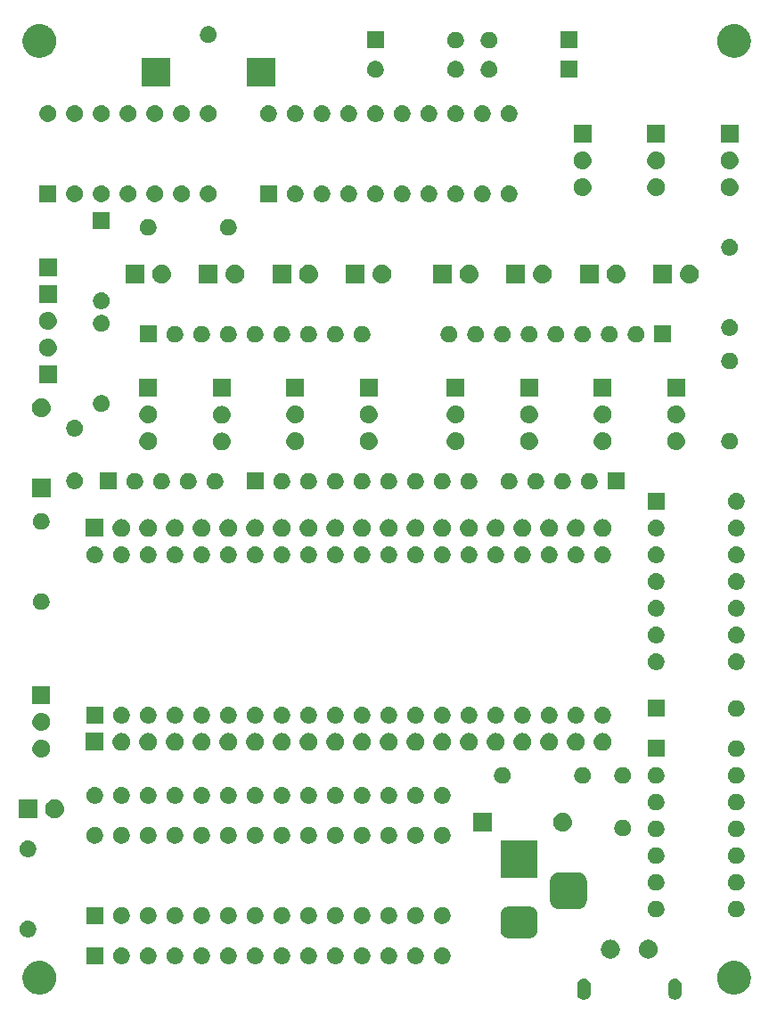
<source format=gts>
G04 #@! TF.GenerationSoftware,KiCad,Pcbnew,8.0.7-8.0.7-0~ubuntu22.04.1*
G04 #@! TF.CreationDate,2024-12-13T17:06:38+09:00*
G04 #@! TF.ProjectId,cosmac_toy_v2,636f736d-6163-45f7-946f-795f76322e6b,0.3*
G04 #@! TF.SameCoordinates,PX1d11680PY907ef78*
G04 #@! TF.FileFunction,Soldermask,Top*
G04 #@! TF.FilePolarity,Negative*
%FSLAX46Y46*%
G04 Gerber Fmt 4.6, Leading zero omitted, Abs format (unit mm)*
G04 Created by KiCad (PCBNEW 8.0.7-8.0.7-0~ubuntu22.04.1) date 2024-12-13 17:06:38*
%MOMM*%
%LPD*%
G01*
G04 APERTURE LIST*
G04 APERTURE END LIST*
G36*
X54923685Y2882011D02*
G01*
X55041408Y2833249D01*
X55147356Y2762457D01*
X55237457Y2672356D01*
X55308249Y2566408D01*
X55357011Y2448685D01*
X55381870Y2323711D01*
X55385000Y2260000D01*
X55385000Y1560000D01*
X55381870Y1496289D01*
X55357011Y1371315D01*
X55308249Y1253592D01*
X55237457Y1147644D01*
X55147356Y1057543D01*
X55041408Y986751D01*
X54923685Y937989D01*
X54798711Y913130D01*
X54671289Y913130D01*
X54546315Y937989D01*
X54428592Y986751D01*
X54322644Y1057543D01*
X54232543Y1147644D01*
X54161751Y1253592D01*
X54112989Y1371315D01*
X54088130Y1496289D01*
X54085000Y1560000D01*
X54085000Y2260000D01*
X54088130Y2323711D01*
X54112989Y2448685D01*
X54161751Y2566408D01*
X54232543Y2672356D01*
X54322644Y2762457D01*
X54428592Y2833249D01*
X54546315Y2882011D01*
X54671289Y2906870D01*
X54798711Y2906870D01*
X54923685Y2882011D01*
G37*
G36*
X63563685Y2882011D02*
G01*
X63681408Y2833249D01*
X63787356Y2762457D01*
X63877457Y2672356D01*
X63948249Y2566408D01*
X63997011Y2448685D01*
X64021870Y2323711D01*
X64025000Y2260000D01*
X64025000Y1560000D01*
X64021870Y1496289D01*
X63997011Y1371315D01*
X63948249Y1253592D01*
X63877457Y1147644D01*
X63787356Y1057543D01*
X63681408Y986751D01*
X63563685Y937989D01*
X63438711Y913130D01*
X63311289Y913130D01*
X63186315Y937989D01*
X63068592Y986751D01*
X62962644Y1057543D01*
X62872543Y1147644D01*
X62801751Y1253592D01*
X62752989Y1371315D01*
X62728130Y1496289D01*
X62725000Y1560000D01*
X62725000Y2260000D01*
X62728130Y2323711D01*
X62752989Y2448685D01*
X62801751Y2566408D01*
X62872543Y2672356D01*
X62962644Y2762457D01*
X63068592Y2833249D01*
X63186315Y2882011D01*
X63311289Y2906870D01*
X63438711Y2906870D01*
X63563685Y2882011D01*
G37*
G36*
X3061281Y4595177D02*
G01*
X3119541Y4595177D01*
X3183206Y4585582D01*
X3250295Y4580301D01*
X3304369Y4567319D01*
X3355953Y4559544D01*
X3423358Y4538753D01*
X3494427Y4521690D01*
X3540380Y4502656D01*
X3584420Y4489071D01*
X3653560Y4455775D01*
X3726385Y4425610D01*
X3763765Y4402704D01*
X3799825Y4385338D01*
X3868416Y4338573D01*
X3940456Y4294427D01*
X3969303Y4269790D01*
X3997362Y4250659D01*
X4062871Y4189876D01*
X4131371Y4131371D01*
X4152173Y4107015D01*
X4172626Y4088037D01*
X4232427Y4013049D01*
X4294427Y3940456D01*
X4308061Y3918207D01*
X4321694Y3901112D01*
X4373105Y3812064D01*
X4425610Y3726385D01*
X4433322Y3707766D01*
X4441233Y3694064D01*
X4481580Y3591261D01*
X4521690Y3494427D01*
X4525006Y3480612D01*
X4528580Y3471507D01*
X4555343Y3354252D01*
X4580301Y3250295D01*
X4580948Y3242070D01*
X4581783Y3238413D01*
X4592664Y3093204D01*
X4600000Y3000000D01*
X4592670Y2906870D01*
X4581783Y2761588D01*
X4580948Y2757932D01*
X4580301Y2749705D01*
X4555338Y2645730D01*
X4528580Y2528494D01*
X4525007Y2519392D01*
X4521690Y2505573D01*
X4481572Y2408722D01*
X4441233Y2305937D01*
X4433323Y2292238D01*
X4425610Y2273615D01*
X4373095Y2187920D01*
X4321694Y2098889D01*
X4308064Y2081798D01*
X4294427Y2059544D01*
X4232415Y1986938D01*
X4172626Y1911964D01*
X4152177Y1892991D01*
X4131371Y1868629D01*
X4062857Y1810114D01*
X3997362Y1749342D01*
X3969309Y1730216D01*
X3940456Y1705573D01*
X3868402Y1661419D01*
X3799825Y1614663D01*
X3763772Y1597302D01*
X3726385Y1574390D01*
X3653546Y1544220D01*
X3584420Y1510930D01*
X3540390Y1497349D01*
X3494427Y1478310D01*
X3423344Y1461245D01*
X3355953Y1440457D01*
X3304377Y1432684D01*
X3250295Y1419699D01*
X3183202Y1414419D01*
X3119541Y1404823D01*
X3061281Y1404823D01*
X3000000Y1400000D01*
X2938719Y1404823D01*
X2880459Y1404823D01*
X2816796Y1414419D01*
X2749705Y1419699D01*
X2695623Y1432683D01*
X2644046Y1440457D01*
X2576651Y1461246D01*
X2505573Y1478310D01*
X2459612Y1497348D01*
X2415579Y1510930D01*
X2346449Y1544222D01*
X2273615Y1574390D01*
X2236227Y1597301D01*
X2200175Y1614663D01*
X2131594Y1661421D01*
X2059544Y1705573D01*
X2030694Y1730213D01*
X2002637Y1749342D01*
X1937129Y1810125D01*
X1868629Y1868629D01*
X1847826Y1892987D01*
X1827373Y1911964D01*
X1767569Y1986955D01*
X1705573Y2059544D01*
X1691939Y2081793D01*
X1678305Y2098889D01*
X1626886Y2187948D01*
X1574390Y2273615D01*
X1566678Y2292232D01*
X1558766Y2305937D01*
X1518408Y2408768D01*
X1478310Y2505573D01*
X1474994Y2519385D01*
X1471419Y2528494D01*
X1444641Y2645814D01*
X1419699Y2749705D01*
X1419052Y2757926D01*
X1418216Y2761588D01*
X1407315Y2907054D01*
X1400000Y3000000D01*
X1407314Y3092939D01*
X1418216Y3238413D01*
X1419052Y3242077D01*
X1419699Y3250295D01*
X1444636Y3354167D01*
X1471419Y3471507D01*
X1474994Y3480618D01*
X1478310Y3494427D01*
X1518400Y3591215D01*
X1558766Y3694064D01*
X1566680Y3707772D01*
X1574390Y3726385D01*
X1626876Y3812036D01*
X1678305Y3901112D01*
X1691941Y3918213D01*
X1705573Y3940456D01*
X1767557Y4013031D01*
X1827373Y4088037D01*
X1847830Y4107019D01*
X1868629Y4131371D01*
X1937116Y4189865D01*
X2002637Y4250659D01*
X2030699Y4269792D01*
X2059544Y4294427D01*
X2131579Y4338571D01*
X2200175Y4385338D01*
X2236235Y4402704D01*
X2273615Y4425610D01*
X2346434Y4455773D01*
X2415579Y4489071D01*
X2459622Y4502657D01*
X2505573Y4521690D01*
X2576636Y4538751D01*
X2644046Y4559544D01*
X2695632Y4567320D01*
X2749705Y4580301D01*
X2816792Y4585582D01*
X2880459Y4595177D01*
X2938719Y4595177D01*
X3000000Y4600000D01*
X3061281Y4595177D01*
G37*
G36*
X69061281Y4595177D02*
G01*
X69119541Y4595177D01*
X69183206Y4585582D01*
X69250295Y4580301D01*
X69304369Y4567319D01*
X69355953Y4559544D01*
X69423358Y4538753D01*
X69494427Y4521690D01*
X69540380Y4502656D01*
X69584420Y4489071D01*
X69653560Y4455775D01*
X69726385Y4425610D01*
X69763765Y4402704D01*
X69799825Y4385338D01*
X69868416Y4338573D01*
X69940456Y4294427D01*
X69969303Y4269790D01*
X69997362Y4250659D01*
X70062871Y4189876D01*
X70131371Y4131371D01*
X70152173Y4107015D01*
X70172626Y4088037D01*
X70232427Y4013049D01*
X70294427Y3940456D01*
X70308061Y3918207D01*
X70321694Y3901112D01*
X70373105Y3812064D01*
X70425610Y3726385D01*
X70433322Y3707766D01*
X70441233Y3694064D01*
X70481580Y3591261D01*
X70521690Y3494427D01*
X70525006Y3480612D01*
X70528580Y3471507D01*
X70555343Y3354252D01*
X70580301Y3250295D01*
X70580948Y3242070D01*
X70581783Y3238413D01*
X70592664Y3093204D01*
X70600000Y3000000D01*
X70592670Y2906870D01*
X70581783Y2761588D01*
X70580948Y2757932D01*
X70580301Y2749705D01*
X70555338Y2645730D01*
X70528580Y2528494D01*
X70525007Y2519392D01*
X70521690Y2505573D01*
X70481572Y2408722D01*
X70441233Y2305937D01*
X70433323Y2292238D01*
X70425610Y2273615D01*
X70373095Y2187920D01*
X70321694Y2098889D01*
X70308064Y2081798D01*
X70294427Y2059544D01*
X70232415Y1986938D01*
X70172626Y1911964D01*
X70152177Y1892991D01*
X70131371Y1868629D01*
X70062857Y1810114D01*
X69997362Y1749342D01*
X69969309Y1730216D01*
X69940456Y1705573D01*
X69868402Y1661419D01*
X69799825Y1614663D01*
X69763772Y1597302D01*
X69726385Y1574390D01*
X69653546Y1544220D01*
X69584420Y1510930D01*
X69540390Y1497349D01*
X69494427Y1478310D01*
X69423344Y1461245D01*
X69355953Y1440457D01*
X69304377Y1432684D01*
X69250295Y1419699D01*
X69183202Y1414419D01*
X69119541Y1404823D01*
X69061281Y1404823D01*
X69000000Y1400000D01*
X68938719Y1404823D01*
X68880459Y1404823D01*
X68816796Y1414419D01*
X68749705Y1419699D01*
X68695623Y1432683D01*
X68644046Y1440457D01*
X68576651Y1461246D01*
X68505573Y1478310D01*
X68459612Y1497348D01*
X68415579Y1510930D01*
X68346449Y1544222D01*
X68273615Y1574390D01*
X68236227Y1597301D01*
X68200175Y1614663D01*
X68131594Y1661421D01*
X68059544Y1705573D01*
X68030694Y1730213D01*
X68002637Y1749342D01*
X67937129Y1810125D01*
X67868629Y1868629D01*
X67847826Y1892987D01*
X67827373Y1911964D01*
X67767569Y1986955D01*
X67705573Y2059544D01*
X67691939Y2081793D01*
X67678305Y2098889D01*
X67626886Y2187948D01*
X67574390Y2273615D01*
X67566678Y2292232D01*
X67558766Y2305937D01*
X67518408Y2408768D01*
X67478310Y2505573D01*
X67474994Y2519385D01*
X67471419Y2528494D01*
X67444641Y2645814D01*
X67419699Y2749705D01*
X67419052Y2757926D01*
X67418216Y2761588D01*
X67407315Y2907054D01*
X67400000Y3000000D01*
X67407314Y3092939D01*
X67418216Y3238413D01*
X67419052Y3242077D01*
X67419699Y3250295D01*
X67444636Y3354167D01*
X67471419Y3471507D01*
X67474994Y3480618D01*
X67478310Y3494427D01*
X67518400Y3591215D01*
X67558766Y3694064D01*
X67566680Y3707772D01*
X67574390Y3726385D01*
X67626876Y3812036D01*
X67678305Y3901112D01*
X67691941Y3918213D01*
X67705573Y3940456D01*
X67767557Y4013031D01*
X67827373Y4088037D01*
X67847830Y4107019D01*
X67868629Y4131371D01*
X67937116Y4189865D01*
X68002637Y4250659D01*
X68030699Y4269792D01*
X68059544Y4294427D01*
X68131579Y4338571D01*
X68200175Y4385338D01*
X68236235Y4402704D01*
X68273615Y4425610D01*
X68346434Y4455773D01*
X68415579Y4489071D01*
X68459622Y4502657D01*
X68505573Y4521690D01*
X68576636Y4538751D01*
X68644046Y4559544D01*
X68695632Y4567320D01*
X68749705Y4580301D01*
X68816792Y4585582D01*
X68880459Y4595177D01*
X68938719Y4595177D01*
X69000000Y4600000D01*
X69061281Y4595177D01*
G37*
G36*
X9055000Y4280000D02*
G01*
X7455000Y4280000D01*
X7455000Y5880000D01*
X9055000Y5880000D01*
X9055000Y4280000D01*
G37*
G36*
X10839970Y5874933D02*
G01*
X10878553Y5874933D01*
X10922077Y5865682D01*
X10973017Y5859942D01*
X11010059Y5846981D01*
X11041996Y5840192D01*
X11088023Y5819700D01*
X11142107Y5800775D01*
X11170255Y5783088D01*
X11194657Y5772224D01*
X11240153Y5739169D01*
X11293792Y5705465D01*
X11313057Y5686200D01*
X11329843Y5674004D01*
X11371342Y5627915D01*
X11420465Y5578792D01*
X11431763Y5560811D01*
X11441656Y5549824D01*
X11475502Y5491200D01*
X11515775Y5427107D01*
X11520802Y5412739D01*
X11525207Y5405110D01*
X11547763Y5335690D01*
X11574942Y5258017D01*
X11575972Y5248872D01*
X11576845Y5246186D01*
X11584752Y5170951D01*
X11595000Y5080000D01*
X11584751Y4989042D01*
X11576845Y4913815D01*
X11575972Y4911131D01*
X11574942Y4901983D01*
X11547758Y4824298D01*
X11525207Y4754891D01*
X11520803Y4747265D01*
X11515775Y4732893D01*
X11475495Y4668790D01*
X11441656Y4610177D01*
X11431765Y4599193D01*
X11420465Y4581208D01*
X11371333Y4532077D01*
X11329843Y4485997D01*
X11313060Y4473804D01*
X11293792Y4454535D01*
X11240143Y4420826D01*
X11194657Y4387777D01*
X11170261Y4376916D01*
X11142107Y4359225D01*
X11088012Y4340297D01*
X11041996Y4319809D01*
X11010065Y4313022D01*
X10973017Y4300058D01*
X10922074Y4294319D01*
X10878553Y4285067D01*
X10839970Y4285067D01*
X10795000Y4280000D01*
X10750030Y4285067D01*
X10711447Y4285067D01*
X10667924Y4294319D01*
X10616983Y4300058D01*
X10579936Y4313022D01*
X10548003Y4319809D01*
X10501982Y4340299D01*
X10447893Y4359225D01*
X10419741Y4376914D01*
X10395342Y4387777D01*
X10349849Y4420831D01*
X10296208Y4454535D01*
X10276941Y4473802D01*
X10260156Y4485997D01*
X10218656Y4532087D01*
X10169535Y4581208D01*
X10158236Y4599189D01*
X10148343Y4610177D01*
X10114491Y4668809D01*
X10074225Y4732893D01*
X10069197Y4747260D01*
X10064792Y4754891D01*
X10042227Y4824338D01*
X10015058Y4901983D01*
X10014027Y4911126D01*
X10013154Y4913815D01*
X10005233Y4989174D01*
X9995000Y5080000D01*
X10005232Y5170819D01*
X10013154Y5246186D01*
X10014028Y5248876D01*
X10015058Y5258017D01*
X10042222Y5335650D01*
X10064792Y5405110D01*
X10069198Y5412743D01*
X10074225Y5427107D01*
X10114484Y5491181D01*
X10148343Y5549824D01*
X10158239Y5560815D01*
X10169535Y5578792D01*
X10218647Y5627905D01*
X10260156Y5674004D01*
X10276945Y5686203D01*
X10296208Y5705465D01*
X10349845Y5739168D01*
X10395346Y5772226D01*
X10419748Y5783091D01*
X10447893Y5800775D01*
X10501962Y5819695D01*
X10547998Y5840191D01*
X10579942Y5846981D01*
X10616983Y5859942D01*
X10667922Y5865682D01*
X10711447Y5874933D01*
X10750030Y5874933D01*
X10795000Y5880000D01*
X10839970Y5874933D01*
G37*
G36*
X13379970Y5874933D02*
G01*
X13418553Y5874933D01*
X13462077Y5865682D01*
X13513017Y5859942D01*
X13550059Y5846981D01*
X13581996Y5840192D01*
X13628023Y5819700D01*
X13682107Y5800775D01*
X13710255Y5783088D01*
X13734657Y5772224D01*
X13780153Y5739169D01*
X13833792Y5705465D01*
X13853057Y5686200D01*
X13869843Y5674004D01*
X13911342Y5627915D01*
X13960465Y5578792D01*
X13971763Y5560811D01*
X13981656Y5549824D01*
X14015502Y5491200D01*
X14055775Y5427107D01*
X14060802Y5412739D01*
X14065207Y5405110D01*
X14087763Y5335690D01*
X14114942Y5258017D01*
X14115972Y5248872D01*
X14116845Y5246186D01*
X14124752Y5170951D01*
X14135000Y5080000D01*
X14124751Y4989042D01*
X14116845Y4913815D01*
X14115972Y4911131D01*
X14114942Y4901983D01*
X14087758Y4824298D01*
X14065207Y4754891D01*
X14060803Y4747265D01*
X14055775Y4732893D01*
X14015495Y4668790D01*
X13981656Y4610177D01*
X13971765Y4599193D01*
X13960465Y4581208D01*
X13911333Y4532077D01*
X13869843Y4485997D01*
X13853060Y4473804D01*
X13833792Y4454535D01*
X13780143Y4420826D01*
X13734657Y4387777D01*
X13710261Y4376916D01*
X13682107Y4359225D01*
X13628012Y4340297D01*
X13581996Y4319809D01*
X13550065Y4313022D01*
X13513017Y4300058D01*
X13462074Y4294319D01*
X13418553Y4285067D01*
X13379970Y4285067D01*
X13335000Y4280000D01*
X13290030Y4285067D01*
X13251447Y4285067D01*
X13207924Y4294319D01*
X13156983Y4300058D01*
X13119936Y4313022D01*
X13088003Y4319809D01*
X13041982Y4340299D01*
X12987893Y4359225D01*
X12959741Y4376914D01*
X12935342Y4387777D01*
X12889849Y4420831D01*
X12836208Y4454535D01*
X12816941Y4473802D01*
X12800156Y4485997D01*
X12758656Y4532087D01*
X12709535Y4581208D01*
X12698236Y4599189D01*
X12688343Y4610177D01*
X12654491Y4668809D01*
X12614225Y4732893D01*
X12609197Y4747260D01*
X12604792Y4754891D01*
X12582227Y4824338D01*
X12555058Y4901983D01*
X12554027Y4911126D01*
X12553154Y4913815D01*
X12545233Y4989174D01*
X12535000Y5080000D01*
X12545232Y5170819D01*
X12553154Y5246186D01*
X12554028Y5248876D01*
X12555058Y5258017D01*
X12582222Y5335650D01*
X12604792Y5405110D01*
X12609198Y5412743D01*
X12614225Y5427107D01*
X12654484Y5491181D01*
X12688343Y5549824D01*
X12698239Y5560815D01*
X12709535Y5578792D01*
X12758647Y5627905D01*
X12800156Y5674004D01*
X12816945Y5686203D01*
X12836208Y5705465D01*
X12889845Y5739168D01*
X12935346Y5772226D01*
X12959748Y5783091D01*
X12987893Y5800775D01*
X13041962Y5819695D01*
X13087998Y5840191D01*
X13119942Y5846981D01*
X13156983Y5859942D01*
X13207922Y5865682D01*
X13251447Y5874933D01*
X13290030Y5874933D01*
X13335000Y5880000D01*
X13379970Y5874933D01*
G37*
G36*
X15919970Y5874933D02*
G01*
X15958553Y5874933D01*
X16002077Y5865682D01*
X16053017Y5859942D01*
X16090059Y5846981D01*
X16121996Y5840192D01*
X16168023Y5819700D01*
X16222107Y5800775D01*
X16250255Y5783088D01*
X16274657Y5772224D01*
X16320153Y5739169D01*
X16373792Y5705465D01*
X16393057Y5686200D01*
X16409843Y5674004D01*
X16451342Y5627915D01*
X16500465Y5578792D01*
X16511763Y5560811D01*
X16521656Y5549824D01*
X16555502Y5491200D01*
X16595775Y5427107D01*
X16600802Y5412739D01*
X16605207Y5405110D01*
X16627763Y5335690D01*
X16654942Y5258017D01*
X16655972Y5248872D01*
X16656845Y5246186D01*
X16664752Y5170951D01*
X16675000Y5080000D01*
X16664751Y4989042D01*
X16656845Y4913815D01*
X16655972Y4911131D01*
X16654942Y4901983D01*
X16627758Y4824298D01*
X16605207Y4754891D01*
X16600803Y4747265D01*
X16595775Y4732893D01*
X16555495Y4668790D01*
X16521656Y4610177D01*
X16511765Y4599193D01*
X16500465Y4581208D01*
X16451333Y4532077D01*
X16409843Y4485997D01*
X16393060Y4473804D01*
X16373792Y4454535D01*
X16320143Y4420826D01*
X16274657Y4387777D01*
X16250261Y4376916D01*
X16222107Y4359225D01*
X16168012Y4340297D01*
X16121996Y4319809D01*
X16090065Y4313022D01*
X16053017Y4300058D01*
X16002074Y4294319D01*
X15958553Y4285067D01*
X15919970Y4285067D01*
X15875000Y4280000D01*
X15830030Y4285067D01*
X15791447Y4285067D01*
X15747924Y4294319D01*
X15696983Y4300058D01*
X15659936Y4313022D01*
X15628003Y4319809D01*
X15581982Y4340299D01*
X15527893Y4359225D01*
X15499741Y4376914D01*
X15475342Y4387777D01*
X15429849Y4420831D01*
X15376208Y4454535D01*
X15356941Y4473802D01*
X15340156Y4485997D01*
X15298656Y4532087D01*
X15249535Y4581208D01*
X15238236Y4599189D01*
X15228343Y4610177D01*
X15194491Y4668809D01*
X15154225Y4732893D01*
X15149197Y4747260D01*
X15144792Y4754891D01*
X15122227Y4824338D01*
X15095058Y4901983D01*
X15094027Y4911126D01*
X15093154Y4913815D01*
X15085233Y4989174D01*
X15075000Y5080000D01*
X15085232Y5170819D01*
X15093154Y5246186D01*
X15094028Y5248876D01*
X15095058Y5258017D01*
X15122222Y5335650D01*
X15144792Y5405110D01*
X15149198Y5412743D01*
X15154225Y5427107D01*
X15194484Y5491181D01*
X15228343Y5549824D01*
X15238239Y5560815D01*
X15249535Y5578792D01*
X15298647Y5627905D01*
X15340156Y5674004D01*
X15356945Y5686203D01*
X15376208Y5705465D01*
X15429845Y5739168D01*
X15475346Y5772226D01*
X15499748Y5783091D01*
X15527893Y5800775D01*
X15581962Y5819695D01*
X15627998Y5840191D01*
X15659942Y5846981D01*
X15696983Y5859942D01*
X15747922Y5865682D01*
X15791447Y5874933D01*
X15830030Y5874933D01*
X15875000Y5880000D01*
X15919970Y5874933D01*
G37*
G36*
X18459970Y5874933D02*
G01*
X18498553Y5874933D01*
X18542077Y5865682D01*
X18593017Y5859942D01*
X18630059Y5846981D01*
X18661996Y5840192D01*
X18708023Y5819700D01*
X18762107Y5800775D01*
X18790255Y5783088D01*
X18814657Y5772224D01*
X18860153Y5739169D01*
X18913792Y5705465D01*
X18933057Y5686200D01*
X18949843Y5674004D01*
X18991342Y5627915D01*
X19040465Y5578792D01*
X19051763Y5560811D01*
X19061656Y5549824D01*
X19095502Y5491200D01*
X19135775Y5427107D01*
X19140802Y5412739D01*
X19145207Y5405110D01*
X19167763Y5335690D01*
X19194942Y5258017D01*
X19195972Y5248872D01*
X19196845Y5246186D01*
X19204752Y5170951D01*
X19215000Y5080000D01*
X19204751Y4989042D01*
X19196845Y4913815D01*
X19195972Y4911131D01*
X19194942Y4901983D01*
X19167758Y4824298D01*
X19145207Y4754891D01*
X19140803Y4747265D01*
X19135775Y4732893D01*
X19095495Y4668790D01*
X19061656Y4610177D01*
X19051765Y4599193D01*
X19040465Y4581208D01*
X18991333Y4532077D01*
X18949843Y4485997D01*
X18933060Y4473804D01*
X18913792Y4454535D01*
X18860143Y4420826D01*
X18814657Y4387777D01*
X18790261Y4376916D01*
X18762107Y4359225D01*
X18708012Y4340297D01*
X18661996Y4319809D01*
X18630065Y4313022D01*
X18593017Y4300058D01*
X18542074Y4294319D01*
X18498553Y4285067D01*
X18459970Y4285067D01*
X18415000Y4280000D01*
X18370030Y4285067D01*
X18331447Y4285067D01*
X18287924Y4294319D01*
X18236983Y4300058D01*
X18199936Y4313022D01*
X18168003Y4319809D01*
X18121982Y4340299D01*
X18067893Y4359225D01*
X18039741Y4376914D01*
X18015342Y4387777D01*
X17969849Y4420831D01*
X17916208Y4454535D01*
X17896941Y4473802D01*
X17880156Y4485997D01*
X17838656Y4532087D01*
X17789535Y4581208D01*
X17778236Y4599189D01*
X17768343Y4610177D01*
X17734491Y4668809D01*
X17694225Y4732893D01*
X17689197Y4747260D01*
X17684792Y4754891D01*
X17662227Y4824338D01*
X17635058Y4901983D01*
X17634027Y4911126D01*
X17633154Y4913815D01*
X17625233Y4989174D01*
X17615000Y5080000D01*
X17625232Y5170819D01*
X17633154Y5246186D01*
X17634028Y5248876D01*
X17635058Y5258017D01*
X17662222Y5335650D01*
X17684792Y5405110D01*
X17689198Y5412743D01*
X17694225Y5427107D01*
X17734484Y5491181D01*
X17768343Y5549824D01*
X17778239Y5560815D01*
X17789535Y5578792D01*
X17838647Y5627905D01*
X17880156Y5674004D01*
X17896945Y5686203D01*
X17916208Y5705465D01*
X17969845Y5739168D01*
X18015346Y5772226D01*
X18039748Y5783091D01*
X18067893Y5800775D01*
X18121962Y5819695D01*
X18167998Y5840191D01*
X18199942Y5846981D01*
X18236983Y5859942D01*
X18287922Y5865682D01*
X18331447Y5874933D01*
X18370030Y5874933D01*
X18415000Y5880000D01*
X18459970Y5874933D01*
G37*
G36*
X20999970Y5874933D02*
G01*
X21038553Y5874933D01*
X21082077Y5865682D01*
X21133017Y5859942D01*
X21170059Y5846981D01*
X21201996Y5840192D01*
X21248023Y5819700D01*
X21302107Y5800775D01*
X21330255Y5783088D01*
X21354657Y5772224D01*
X21400153Y5739169D01*
X21453792Y5705465D01*
X21473057Y5686200D01*
X21489843Y5674004D01*
X21531342Y5627915D01*
X21580465Y5578792D01*
X21591763Y5560811D01*
X21601656Y5549824D01*
X21635502Y5491200D01*
X21675775Y5427107D01*
X21680802Y5412739D01*
X21685207Y5405110D01*
X21707763Y5335690D01*
X21734942Y5258017D01*
X21735972Y5248872D01*
X21736845Y5246186D01*
X21744752Y5170951D01*
X21755000Y5080000D01*
X21744751Y4989042D01*
X21736845Y4913815D01*
X21735972Y4911131D01*
X21734942Y4901983D01*
X21707758Y4824298D01*
X21685207Y4754891D01*
X21680803Y4747265D01*
X21675775Y4732893D01*
X21635495Y4668790D01*
X21601656Y4610177D01*
X21591765Y4599193D01*
X21580465Y4581208D01*
X21531333Y4532077D01*
X21489843Y4485997D01*
X21473060Y4473804D01*
X21453792Y4454535D01*
X21400143Y4420826D01*
X21354657Y4387777D01*
X21330261Y4376916D01*
X21302107Y4359225D01*
X21248012Y4340297D01*
X21201996Y4319809D01*
X21170065Y4313022D01*
X21133017Y4300058D01*
X21082074Y4294319D01*
X21038553Y4285067D01*
X20999970Y4285067D01*
X20955000Y4280000D01*
X20910030Y4285067D01*
X20871447Y4285067D01*
X20827924Y4294319D01*
X20776983Y4300058D01*
X20739936Y4313022D01*
X20708003Y4319809D01*
X20661982Y4340299D01*
X20607893Y4359225D01*
X20579741Y4376914D01*
X20555342Y4387777D01*
X20509849Y4420831D01*
X20456208Y4454535D01*
X20436941Y4473802D01*
X20420156Y4485997D01*
X20378656Y4532087D01*
X20329535Y4581208D01*
X20318236Y4599189D01*
X20308343Y4610177D01*
X20274491Y4668809D01*
X20234225Y4732893D01*
X20229197Y4747260D01*
X20224792Y4754891D01*
X20202227Y4824338D01*
X20175058Y4901983D01*
X20174027Y4911126D01*
X20173154Y4913815D01*
X20165233Y4989174D01*
X20155000Y5080000D01*
X20165232Y5170819D01*
X20173154Y5246186D01*
X20174028Y5248876D01*
X20175058Y5258017D01*
X20202222Y5335650D01*
X20224792Y5405110D01*
X20229198Y5412743D01*
X20234225Y5427107D01*
X20274484Y5491181D01*
X20308343Y5549824D01*
X20318239Y5560815D01*
X20329535Y5578792D01*
X20378647Y5627905D01*
X20420156Y5674004D01*
X20436945Y5686203D01*
X20456208Y5705465D01*
X20509845Y5739168D01*
X20555346Y5772226D01*
X20579748Y5783091D01*
X20607893Y5800775D01*
X20661962Y5819695D01*
X20707998Y5840191D01*
X20739942Y5846981D01*
X20776983Y5859942D01*
X20827922Y5865682D01*
X20871447Y5874933D01*
X20910030Y5874933D01*
X20955000Y5880000D01*
X20999970Y5874933D01*
G37*
G36*
X23539970Y5874933D02*
G01*
X23578553Y5874933D01*
X23622077Y5865682D01*
X23673017Y5859942D01*
X23710059Y5846981D01*
X23741996Y5840192D01*
X23788023Y5819700D01*
X23842107Y5800775D01*
X23870255Y5783088D01*
X23894657Y5772224D01*
X23940153Y5739169D01*
X23993792Y5705465D01*
X24013057Y5686200D01*
X24029843Y5674004D01*
X24071342Y5627915D01*
X24120465Y5578792D01*
X24131763Y5560811D01*
X24141656Y5549824D01*
X24175502Y5491200D01*
X24215775Y5427107D01*
X24220802Y5412739D01*
X24225207Y5405110D01*
X24247763Y5335690D01*
X24274942Y5258017D01*
X24275972Y5248872D01*
X24276845Y5246186D01*
X24284752Y5170951D01*
X24295000Y5080000D01*
X24284751Y4989042D01*
X24276845Y4913815D01*
X24275972Y4911131D01*
X24274942Y4901983D01*
X24247758Y4824298D01*
X24225207Y4754891D01*
X24220803Y4747265D01*
X24215775Y4732893D01*
X24175495Y4668790D01*
X24141656Y4610177D01*
X24131765Y4599193D01*
X24120465Y4581208D01*
X24071333Y4532077D01*
X24029843Y4485997D01*
X24013060Y4473804D01*
X23993792Y4454535D01*
X23940143Y4420826D01*
X23894657Y4387777D01*
X23870261Y4376916D01*
X23842107Y4359225D01*
X23788012Y4340297D01*
X23741996Y4319809D01*
X23710065Y4313022D01*
X23673017Y4300058D01*
X23622074Y4294319D01*
X23578553Y4285067D01*
X23539970Y4285067D01*
X23495000Y4280000D01*
X23450030Y4285067D01*
X23411447Y4285067D01*
X23367924Y4294319D01*
X23316983Y4300058D01*
X23279936Y4313022D01*
X23248003Y4319809D01*
X23201982Y4340299D01*
X23147893Y4359225D01*
X23119741Y4376914D01*
X23095342Y4387777D01*
X23049849Y4420831D01*
X22996208Y4454535D01*
X22976941Y4473802D01*
X22960156Y4485997D01*
X22918656Y4532087D01*
X22869535Y4581208D01*
X22858236Y4599189D01*
X22848343Y4610177D01*
X22814491Y4668809D01*
X22774225Y4732893D01*
X22769197Y4747260D01*
X22764792Y4754891D01*
X22742227Y4824338D01*
X22715058Y4901983D01*
X22714027Y4911126D01*
X22713154Y4913815D01*
X22705233Y4989174D01*
X22695000Y5080000D01*
X22705232Y5170819D01*
X22713154Y5246186D01*
X22714028Y5248876D01*
X22715058Y5258017D01*
X22742222Y5335650D01*
X22764792Y5405110D01*
X22769198Y5412743D01*
X22774225Y5427107D01*
X22814484Y5491181D01*
X22848343Y5549824D01*
X22858239Y5560815D01*
X22869535Y5578792D01*
X22918647Y5627905D01*
X22960156Y5674004D01*
X22976945Y5686203D01*
X22996208Y5705465D01*
X23049845Y5739168D01*
X23095346Y5772226D01*
X23119748Y5783091D01*
X23147893Y5800775D01*
X23201962Y5819695D01*
X23247998Y5840191D01*
X23279942Y5846981D01*
X23316983Y5859942D01*
X23367922Y5865682D01*
X23411447Y5874933D01*
X23450030Y5874933D01*
X23495000Y5880000D01*
X23539970Y5874933D01*
G37*
G36*
X26079970Y5874933D02*
G01*
X26118553Y5874933D01*
X26162077Y5865682D01*
X26213017Y5859942D01*
X26250059Y5846981D01*
X26281996Y5840192D01*
X26328023Y5819700D01*
X26382107Y5800775D01*
X26410255Y5783088D01*
X26434657Y5772224D01*
X26480153Y5739169D01*
X26533792Y5705465D01*
X26553057Y5686200D01*
X26569843Y5674004D01*
X26611342Y5627915D01*
X26660465Y5578792D01*
X26671763Y5560811D01*
X26681656Y5549824D01*
X26715502Y5491200D01*
X26755775Y5427107D01*
X26760802Y5412739D01*
X26765207Y5405110D01*
X26787763Y5335690D01*
X26814942Y5258017D01*
X26815972Y5248872D01*
X26816845Y5246186D01*
X26824752Y5170951D01*
X26835000Y5080000D01*
X26824751Y4989042D01*
X26816845Y4913815D01*
X26815972Y4911131D01*
X26814942Y4901983D01*
X26787758Y4824298D01*
X26765207Y4754891D01*
X26760803Y4747265D01*
X26755775Y4732893D01*
X26715495Y4668790D01*
X26681656Y4610177D01*
X26671765Y4599193D01*
X26660465Y4581208D01*
X26611333Y4532077D01*
X26569843Y4485997D01*
X26553060Y4473804D01*
X26533792Y4454535D01*
X26480143Y4420826D01*
X26434657Y4387777D01*
X26410261Y4376916D01*
X26382107Y4359225D01*
X26328012Y4340297D01*
X26281996Y4319809D01*
X26250065Y4313022D01*
X26213017Y4300058D01*
X26162074Y4294319D01*
X26118553Y4285067D01*
X26079970Y4285067D01*
X26035000Y4280000D01*
X25990030Y4285067D01*
X25951447Y4285067D01*
X25907924Y4294319D01*
X25856983Y4300058D01*
X25819936Y4313022D01*
X25788003Y4319809D01*
X25741982Y4340299D01*
X25687893Y4359225D01*
X25659741Y4376914D01*
X25635342Y4387777D01*
X25589849Y4420831D01*
X25536208Y4454535D01*
X25516941Y4473802D01*
X25500156Y4485997D01*
X25458656Y4532087D01*
X25409535Y4581208D01*
X25398236Y4599189D01*
X25388343Y4610177D01*
X25354491Y4668809D01*
X25314225Y4732893D01*
X25309197Y4747260D01*
X25304792Y4754891D01*
X25282227Y4824338D01*
X25255058Y4901983D01*
X25254027Y4911126D01*
X25253154Y4913815D01*
X25245233Y4989174D01*
X25235000Y5080000D01*
X25245232Y5170819D01*
X25253154Y5246186D01*
X25254028Y5248876D01*
X25255058Y5258017D01*
X25282222Y5335650D01*
X25304792Y5405110D01*
X25309198Y5412743D01*
X25314225Y5427107D01*
X25354484Y5491181D01*
X25388343Y5549824D01*
X25398239Y5560815D01*
X25409535Y5578792D01*
X25458647Y5627905D01*
X25500156Y5674004D01*
X25516945Y5686203D01*
X25536208Y5705465D01*
X25589845Y5739168D01*
X25635346Y5772226D01*
X25659748Y5783091D01*
X25687893Y5800775D01*
X25741962Y5819695D01*
X25787998Y5840191D01*
X25819942Y5846981D01*
X25856983Y5859942D01*
X25907922Y5865682D01*
X25951447Y5874933D01*
X25990030Y5874933D01*
X26035000Y5880000D01*
X26079970Y5874933D01*
G37*
G36*
X28619970Y5874933D02*
G01*
X28658553Y5874933D01*
X28702077Y5865682D01*
X28753017Y5859942D01*
X28790059Y5846981D01*
X28821996Y5840192D01*
X28868023Y5819700D01*
X28922107Y5800775D01*
X28950255Y5783088D01*
X28974657Y5772224D01*
X29020153Y5739169D01*
X29073792Y5705465D01*
X29093057Y5686200D01*
X29109843Y5674004D01*
X29151342Y5627915D01*
X29200465Y5578792D01*
X29211763Y5560811D01*
X29221656Y5549824D01*
X29255502Y5491200D01*
X29295775Y5427107D01*
X29300802Y5412739D01*
X29305207Y5405110D01*
X29327763Y5335690D01*
X29354942Y5258017D01*
X29355972Y5248872D01*
X29356845Y5246186D01*
X29364752Y5170951D01*
X29375000Y5080000D01*
X29364751Y4989042D01*
X29356845Y4913815D01*
X29355972Y4911131D01*
X29354942Y4901983D01*
X29327758Y4824298D01*
X29305207Y4754891D01*
X29300803Y4747265D01*
X29295775Y4732893D01*
X29255495Y4668790D01*
X29221656Y4610177D01*
X29211765Y4599193D01*
X29200465Y4581208D01*
X29151333Y4532077D01*
X29109843Y4485997D01*
X29093060Y4473804D01*
X29073792Y4454535D01*
X29020143Y4420826D01*
X28974657Y4387777D01*
X28950261Y4376916D01*
X28922107Y4359225D01*
X28868012Y4340297D01*
X28821996Y4319809D01*
X28790065Y4313022D01*
X28753017Y4300058D01*
X28702074Y4294319D01*
X28658553Y4285067D01*
X28619970Y4285067D01*
X28575000Y4280000D01*
X28530030Y4285067D01*
X28491447Y4285067D01*
X28447924Y4294319D01*
X28396983Y4300058D01*
X28359936Y4313022D01*
X28328003Y4319809D01*
X28281982Y4340299D01*
X28227893Y4359225D01*
X28199741Y4376914D01*
X28175342Y4387777D01*
X28129849Y4420831D01*
X28076208Y4454535D01*
X28056941Y4473802D01*
X28040156Y4485997D01*
X27998656Y4532087D01*
X27949535Y4581208D01*
X27938236Y4599189D01*
X27928343Y4610177D01*
X27894491Y4668809D01*
X27854225Y4732893D01*
X27849197Y4747260D01*
X27844792Y4754891D01*
X27822227Y4824338D01*
X27795058Y4901983D01*
X27794027Y4911126D01*
X27793154Y4913815D01*
X27785233Y4989174D01*
X27775000Y5080000D01*
X27785232Y5170819D01*
X27793154Y5246186D01*
X27794028Y5248876D01*
X27795058Y5258017D01*
X27822222Y5335650D01*
X27844792Y5405110D01*
X27849198Y5412743D01*
X27854225Y5427107D01*
X27894484Y5491181D01*
X27928343Y5549824D01*
X27938239Y5560815D01*
X27949535Y5578792D01*
X27998647Y5627905D01*
X28040156Y5674004D01*
X28056945Y5686203D01*
X28076208Y5705465D01*
X28129845Y5739168D01*
X28175346Y5772226D01*
X28199748Y5783091D01*
X28227893Y5800775D01*
X28281962Y5819695D01*
X28327998Y5840191D01*
X28359942Y5846981D01*
X28396983Y5859942D01*
X28447922Y5865682D01*
X28491447Y5874933D01*
X28530030Y5874933D01*
X28575000Y5880000D01*
X28619970Y5874933D01*
G37*
G36*
X31159970Y5874933D02*
G01*
X31198553Y5874933D01*
X31242077Y5865682D01*
X31293017Y5859942D01*
X31330059Y5846981D01*
X31361996Y5840192D01*
X31408023Y5819700D01*
X31462107Y5800775D01*
X31490255Y5783088D01*
X31514657Y5772224D01*
X31560153Y5739169D01*
X31613792Y5705465D01*
X31633057Y5686200D01*
X31649843Y5674004D01*
X31691342Y5627915D01*
X31740465Y5578792D01*
X31751763Y5560811D01*
X31761656Y5549824D01*
X31795502Y5491200D01*
X31835775Y5427107D01*
X31840802Y5412739D01*
X31845207Y5405110D01*
X31867763Y5335690D01*
X31894942Y5258017D01*
X31895972Y5248872D01*
X31896845Y5246186D01*
X31904752Y5170951D01*
X31915000Y5080000D01*
X31904751Y4989042D01*
X31896845Y4913815D01*
X31895972Y4911131D01*
X31894942Y4901983D01*
X31867758Y4824298D01*
X31845207Y4754891D01*
X31840803Y4747265D01*
X31835775Y4732893D01*
X31795495Y4668790D01*
X31761656Y4610177D01*
X31751765Y4599193D01*
X31740465Y4581208D01*
X31691333Y4532077D01*
X31649843Y4485997D01*
X31633060Y4473804D01*
X31613792Y4454535D01*
X31560143Y4420826D01*
X31514657Y4387777D01*
X31490261Y4376916D01*
X31462107Y4359225D01*
X31408012Y4340297D01*
X31361996Y4319809D01*
X31330065Y4313022D01*
X31293017Y4300058D01*
X31242074Y4294319D01*
X31198553Y4285067D01*
X31159970Y4285067D01*
X31115000Y4280000D01*
X31070030Y4285067D01*
X31031447Y4285067D01*
X30987924Y4294319D01*
X30936983Y4300058D01*
X30899936Y4313022D01*
X30868003Y4319809D01*
X30821982Y4340299D01*
X30767893Y4359225D01*
X30739741Y4376914D01*
X30715342Y4387777D01*
X30669849Y4420831D01*
X30616208Y4454535D01*
X30596941Y4473802D01*
X30580156Y4485997D01*
X30538656Y4532087D01*
X30489535Y4581208D01*
X30478236Y4599189D01*
X30468343Y4610177D01*
X30434491Y4668809D01*
X30394225Y4732893D01*
X30389197Y4747260D01*
X30384792Y4754891D01*
X30362227Y4824338D01*
X30335058Y4901983D01*
X30334027Y4911126D01*
X30333154Y4913815D01*
X30325233Y4989174D01*
X30315000Y5080000D01*
X30325232Y5170819D01*
X30333154Y5246186D01*
X30334028Y5248876D01*
X30335058Y5258017D01*
X30362222Y5335650D01*
X30384792Y5405110D01*
X30389198Y5412743D01*
X30394225Y5427107D01*
X30434484Y5491181D01*
X30468343Y5549824D01*
X30478239Y5560815D01*
X30489535Y5578792D01*
X30538647Y5627905D01*
X30580156Y5674004D01*
X30596945Y5686203D01*
X30616208Y5705465D01*
X30669845Y5739168D01*
X30715346Y5772226D01*
X30739748Y5783091D01*
X30767893Y5800775D01*
X30821962Y5819695D01*
X30867998Y5840191D01*
X30899942Y5846981D01*
X30936983Y5859942D01*
X30987922Y5865682D01*
X31031447Y5874933D01*
X31070030Y5874933D01*
X31115000Y5880000D01*
X31159970Y5874933D01*
G37*
G36*
X33699970Y5874933D02*
G01*
X33738553Y5874933D01*
X33782077Y5865682D01*
X33833017Y5859942D01*
X33870059Y5846981D01*
X33901996Y5840192D01*
X33948023Y5819700D01*
X34002107Y5800775D01*
X34030255Y5783088D01*
X34054657Y5772224D01*
X34100153Y5739169D01*
X34153792Y5705465D01*
X34173057Y5686200D01*
X34189843Y5674004D01*
X34231342Y5627915D01*
X34280465Y5578792D01*
X34291763Y5560811D01*
X34301656Y5549824D01*
X34335502Y5491200D01*
X34375775Y5427107D01*
X34380802Y5412739D01*
X34385207Y5405110D01*
X34407763Y5335690D01*
X34434942Y5258017D01*
X34435972Y5248872D01*
X34436845Y5246186D01*
X34444752Y5170951D01*
X34455000Y5080000D01*
X34444751Y4989042D01*
X34436845Y4913815D01*
X34435972Y4911131D01*
X34434942Y4901983D01*
X34407758Y4824298D01*
X34385207Y4754891D01*
X34380803Y4747265D01*
X34375775Y4732893D01*
X34335495Y4668790D01*
X34301656Y4610177D01*
X34291765Y4599193D01*
X34280465Y4581208D01*
X34231333Y4532077D01*
X34189843Y4485997D01*
X34173060Y4473804D01*
X34153792Y4454535D01*
X34100143Y4420826D01*
X34054657Y4387777D01*
X34030261Y4376916D01*
X34002107Y4359225D01*
X33948012Y4340297D01*
X33901996Y4319809D01*
X33870065Y4313022D01*
X33833017Y4300058D01*
X33782074Y4294319D01*
X33738553Y4285067D01*
X33699970Y4285067D01*
X33655000Y4280000D01*
X33610030Y4285067D01*
X33571447Y4285067D01*
X33527924Y4294319D01*
X33476983Y4300058D01*
X33439936Y4313022D01*
X33408003Y4319809D01*
X33361982Y4340299D01*
X33307893Y4359225D01*
X33279741Y4376914D01*
X33255342Y4387777D01*
X33209849Y4420831D01*
X33156208Y4454535D01*
X33136941Y4473802D01*
X33120156Y4485997D01*
X33078656Y4532087D01*
X33029535Y4581208D01*
X33018236Y4599189D01*
X33008343Y4610177D01*
X32974491Y4668809D01*
X32934225Y4732893D01*
X32929197Y4747260D01*
X32924792Y4754891D01*
X32902227Y4824338D01*
X32875058Y4901983D01*
X32874027Y4911126D01*
X32873154Y4913815D01*
X32865233Y4989174D01*
X32855000Y5080000D01*
X32865232Y5170819D01*
X32873154Y5246186D01*
X32874028Y5248876D01*
X32875058Y5258017D01*
X32902222Y5335650D01*
X32924792Y5405110D01*
X32929198Y5412743D01*
X32934225Y5427107D01*
X32974484Y5491181D01*
X33008343Y5549824D01*
X33018239Y5560815D01*
X33029535Y5578792D01*
X33078647Y5627905D01*
X33120156Y5674004D01*
X33136945Y5686203D01*
X33156208Y5705465D01*
X33209845Y5739168D01*
X33255346Y5772226D01*
X33279748Y5783091D01*
X33307893Y5800775D01*
X33361962Y5819695D01*
X33407998Y5840191D01*
X33439942Y5846981D01*
X33476983Y5859942D01*
X33527922Y5865682D01*
X33571447Y5874933D01*
X33610030Y5874933D01*
X33655000Y5880000D01*
X33699970Y5874933D01*
G37*
G36*
X36239970Y5874933D02*
G01*
X36278553Y5874933D01*
X36322077Y5865682D01*
X36373017Y5859942D01*
X36410059Y5846981D01*
X36441996Y5840192D01*
X36488023Y5819700D01*
X36542107Y5800775D01*
X36570255Y5783088D01*
X36594657Y5772224D01*
X36640153Y5739169D01*
X36693792Y5705465D01*
X36713057Y5686200D01*
X36729843Y5674004D01*
X36771342Y5627915D01*
X36820465Y5578792D01*
X36831763Y5560811D01*
X36841656Y5549824D01*
X36875502Y5491200D01*
X36915775Y5427107D01*
X36920802Y5412739D01*
X36925207Y5405110D01*
X36947763Y5335690D01*
X36974942Y5258017D01*
X36975972Y5248872D01*
X36976845Y5246186D01*
X36984752Y5170951D01*
X36995000Y5080000D01*
X36984751Y4989042D01*
X36976845Y4913815D01*
X36975972Y4911131D01*
X36974942Y4901983D01*
X36947758Y4824298D01*
X36925207Y4754891D01*
X36920803Y4747265D01*
X36915775Y4732893D01*
X36875495Y4668790D01*
X36841656Y4610177D01*
X36831765Y4599193D01*
X36820465Y4581208D01*
X36771333Y4532077D01*
X36729843Y4485997D01*
X36713060Y4473804D01*
X36693792Y4454535D01*
X36640143Y4420826D01*
X36594657Y4387777D01*
X36570261Y4376916D01*
X36542107Y4359225D01*
X36488012Y4340297D01*
X36441996Y4319809D01*
X36410065Y4313022D01*
X36373017Y4300058D01*
X36322074Y4294319D01*
X36278553Y4285067D01*
X36239970Y4285067D01*
X36195000Y4280000D01*
X36150030Y4285067D01*
X36111447Y4285067D01*
X36067924Y4294319D01*
X36016983Y4300058D01*
X35979936Y4313022D01*
X35948003Y4319809D01*
X35901982Y4340299D01*
X35847893Y4359225D01*
X35819741Y4376914D01*
X35795342Y4387777D01*
X35749849Y4420831D01*
X35696208Y4454535D01*
X35676941Y4473802D01*
X35660156Y4485997D01*
X35618656Y4532087D01*
X35569535Y4581208D01*
X35558236Y4599189D01*
X35548343Y4610177D01*
X35514491Y4668809D01*
X35474225Y4732893D01*
X35469197Y4747260D01*
X35464792Y4754891D01*
X35442227Y4824338D01*
X35415058Y4901983D01*
X35414027Y4911126D01*
X35413154Y4913815D01*
X35405233Y4989174D01*
X35395000Y5080000D01*
X35405232Y5170819D01*
X35413154Y5246186D01*
X35414028Y5248876D01*
X35415058Y5258017D01*
X35442222Y5335650D01*
X35464792Y5405110D01*
X35469198Y5412743D01*
X35474225Y5427107D01*
X35514484Y5491181D01*
X35548343Y5549824D01*
X35558239Y5560815D01*
X35569535Y5578792D01*
X35618647Y5627905D01*
X35660156Y5674004D01*
X35676945Y5686203D01*
X35696208Y5705465D01*
X35749845Y5739168D01*
X35795346Y5772226D01*
X35819748Y5783091D01*
X35847893Y5800775D01*
X35901962Y5819695D01*
X35947998Y5840191D01*
X35979942Y5846981D01*
X36016983Y5859942D01*
X36067922Y5865682D01*
X36111447Y5874933D01*
X36150030Y5874933D01*
X36195000Y5880000D01*
X36239970Y5874933D01*
G37*
G36*
X38779970Y5874933D02*
G01*
X38818553Y5874933D01*
X38862077Y5865682D01*
X38913017Y5859942D01*
X38950059Y5846981D01*
X38981996Y5840192D01*
X39028023Y5819700D01*
X39082107Y5800775D01*
X39110255Y5783088D01*
X39134657Y5772224D01*
X39180153Y5739169D01*
X39233792Y5705465D01*
X39253057Y5686200D01*
X39269843Y5674004D01*
X39311342Y5627915D01*
X39360465Y5578792D01*
X39371763Y5560811D01*
X39381656Y5549824D01*
X39415502Y5491200D01*
X39455775Y5427107D01*
X39460802Y5412739D01*
X39465207Y5405110D01*
X39487763Y5335690D01*
X39514942Y5258017D01*
X39515972Y5248872D01*
X39516845Y5246186D01*
X39524752Y5170951D01*
X39535000Y5080000D01*
X39524751Y4989042D01*
X39516845Y4913815D01*
X39515972Y4911131D01*
X39514942Y4901983D01*
X39487758Y4824298D01*
X39465207Y4754891D01*
X39460803Y4747265D01*
X39455775Y4732893D01*
X39415495Y4668790D01*
X39381656Y4610177D01*
X39371765Y4599193D01*
X39360465Y4581208D01*
X39311333Y4532077D01*
X39269843Y4485997D01*
X39253060Y4473804D01*
X39233792Y4454535D01*
X39180143Y4420826D01*
X39134657Y4387777D01*
X39110261Y4376916D01*
X39082107Y4359225D01*
X39028012Y4340297D01*
X38981996Y4319809D01*
X38950065Y4313022D01*
X38913017Y4300058D01*
X38862074Y4294319D01*
X38818553Y4285067D01*
X38779970Y4285067D01*
X38735000Y4280000D01*
X38690030Y4285067D01*
X38651447Y4285067D01*
X38607924Y4294319D01*
X38556983Y4300058D01*
X38519936Y4313022D01*
X38488003Y4319809D01*
X38441982Y4340299D01*
X38387893Y4359225D01*
X38359741Y4376914D01*
X38335342Y4387777D01*
X38289849Y4420831D01*
X38236208Y4454535D01*
X38216941Y4473802D01*
X38200156Y4485997D01*
X38158656Y4532087D01*
X38109535Y4581208D01*
X38098236Y4599189D01*
X38088343Y4610177D01*
X38054491Y4668809D01*
X38014225Y4732893D01*
X38009197Y4747260D01*
X38004792Y4754891D01*
X37982227Y4824338D01*
X37955058Y4901983D01*
X37954027Y4911126D01*
X37953154Y4913815D01*
X37945233Y4989174D01*
X37935000Y5080000D01*
X37945232Y5170819D01*
X37953154Y5246186D01*
X37954028Y5248876D01*
X37955058Y5258017D01*
X37982222Y5335650D01*
X38004792Y5405110D01*
X38009198Y5412743D01*
X38014225Y5427107D01*
X38054484Y5491181D01*
X38088343Y5549824D01*
X38098239Y5560815D01*
X38109535Y5578792D01*
X38158647Y5627905D01*
X38200156Y5674004D01*
X38216945Y5686203D01*
X38236208Y5705465D01*
X38289845Y5739168D01*
X38335346Y5772226D01*
X38359748Y5783091D01*
X38387893Y5800775D01*
X38441962Y5819695D01*
X38487998Y5840191D01*
X38519942Y5846981D01*
X38556983Y5859942D01*
X38607922Y5865682D01*
X38651447Y5874933D01*
X38690030Y5874933D01*
X38735000Y5880000D01*
X38779970Y5874933D01*
G37*
G36*
X41319970Y5874933D02*
G01*
X41358553Y5874933D01*
X41402077Y5865682D01*
X41453017Y5859942D01*
X41490059Y5846981D01*
X41521996Y5840192D01*
X41568023Y5819700D01*
X41622107Y5800775D01*
X41650255Y5783088D01*
X41674657Y5772224D01*
X41720153Y5739169D01*
X41773792Y5705465D01*
X41793057Y5686200D01*
X41809843Y5674004D01*
X41851342Y5627915D01*
X41900465Y5578792D01*
X41911763Y5560811D01*
X41921656Y5549824D01*
X41955502Y5491200D01*
X41995775Y5427107D01*
X42000802Y5412739D01*
X42005207Y5405110D01*
X42027763Y5335690D01*
X42054942Y5258017D01*
X42055972Y5248872D01*
X42056845Y5246186D01*
X42064752Y5170951D01*
X42075000Y5080000D01*
X42064751Y4989042D01*
X42056845Y4913815D01*
X42055972Y4911131D01*
X42054942Y4901983D01*
X42027758Y4824298D01*
X42005207Y4754891D01*
X42000803Y4747265D01*
X41995775Y4732893D01*
X41955495Y4668790D01*
X41921656Y4610177D01*
X41911765Y4599193D01*
X41900465Y4581208D01*
X41851333Y4532077D01*
X41809843Y4485997D01*
X41793060Y4473804D01*
X41773792Y4454535D01*
X41720143Y4420826D01*
X41674657Y4387777D01*
X41650261Y4376916D01*
X41622107Y4359225D01*
X41568012Y4340297D01*
X41521996Y4319809D01*
X41490065Y4313022D01*
X41453017Y4300058D01*
X41402074Y4294319D01*
X41358553Y4285067D01*
X41319970Y4285067D01*
X41275000Y4280000D01*
X41230030Y4285067D01*
X41191447Y4285067D01*
X41147924Y4294319D01*
X41096983Y4300058D01*
X41059936Y4313022D01*
X41028003Y4319809D01*
X40981982Y4340299D01*
X40927893Y4359225D01*
X40899741Y4376914D01*
X40875342Y4387777D01*
X40829849Y4420831D01*
X40776208Y4454535D01*
X40756941Y4473802D01*
X40740156Y4485997D01*
X40698656Y4532087D01*
X40649535Y4581208D01*
X40638236Y4599189D01*
X40628343Y4610177D01*
X40594491Y4668809D01*
X40554225Y4732893D01*
X40549197Y4747260D01*
X40544792Y4754891D01*
X40522227Y4824338D01*
X40495058Y4901983D01*
X40494027Y4911126D01*
X40493154Y4913815D01*
X40485233Y4989174D01*
X40475000Y5080000D01*
X40485232Y5170819D01*
X40493154Y5246186D01*
X40494028Y5248876D01*
X40495058Y5258017D01*
X40522222Y5335650D01*
X40544792Y5405110D01*
X40549198Y5412743D01*
X40554225Y5427107D01*
X40594484Y5491181D01*
X40628343Y5549824D01*
X40638239Y5560815D01*
X40649535Y5578792D01*
X40698647Y5627905D01*
X40740156Y5674004D01*
X40756945Y5686203D01*
X40776208Y5705465D01*
X40829845Y5739168D01*
X40875346Y5772226D01*
X40899748Y5783091D01*
X40927893Y5800775D01*
X40981962Y5819695D01*
X41027998Y5840191D01*
X41059942Y5846981D01*
X41096983Y5859942D01*
X41147922Y5865682D01*
X41191447Y5874933D01*
X41230030Y5874933D01*
X41275000Y5880000D01*
X41319970Y5874933D01*
G37*
G36*
X57298921Y6605070D02*
G01*
X57349076Y6605070D01*
X57392385Y6595865D01*
X57430460Y6592114D01*
X57478296Y6577604D01*
X57533115Y6565951D01*
X57568191Y6550335D01*
X57599186Y6540932D01*
X57648442Y6514604D01*
X57705000Y6489423D01*
X57731294Y6470320D01*
X57754673Y6457823D01*
X57802367Y6418682D01*
X57857218Y6378830D01*
X57875025Y6359053D01*
X57890968Y6345969D01*
X57933808Y6293768D01*
X57983115Y6239007D01*
X57993474Y6221065D01*
X58002822Y6209674D01*
X58037398Y6144985D01*
X58077191Y6076063D01*
X58081768Y6061974D01*
X58085931Y6054187D01*
X58108875Y5978550D01*
X58135333Y5897121D01*
X58136264Y5888259D01*
X58137113Y5885461D01*
X58145377Y5801552D01*
X58155000Y5710000D01*
X58145376Y5618441D01*
X58137113Y5534540D01*
X58136264Y5531744D01*
X58135333Y5522879D01*
X58108870Y5441437D01*
X58085931Y5365814D01*
X58081769Y5358029D01*
X58077191Y5343937D01*
X58037391Y5275003D01*
X58002822Y5210327D01*
X57993476Y5198940D01*
X57983115Y5180993D01*
X57933799Y5126223D01*
X57890968Y5074032D01*
X57875029Y5060952D01*
X57857218Y5041170D01*
X57802356Y5001312D01*
X57754673Y4962178D01*
X57731299Y4949685D01*
X57705000Y4930577D01*
X57648431Y4905392D01*
X57599186Y4879069D01*
X57568198Y4869670D01*
X57533115Y4854049D01*
X57478285Y4842395D01*
X57430460Y4827887D01*
X57392394Y4824138D01*
X57349076Y4814930D01*
X57298911Y4814930D01*
X57255000Y4810605D01*
X57211089Y4814930D01*
X57160924Y4814930D01*
X57117605Y4824138D01*
X57079539Y4827887D01*
X57031711Y4842396D01*
X56976885Y4854049D01*
X56941803Y4869669D01*
X56910813Y4879069D01*
X56861562Y4905394D01*
X56805000Y4930577D01*
X56778703Y4949683D01*
X56755326Y4962178D01*
X56707634Y5001318D01*
X56652782Y5041170D01*
X56634973Y5060949D01*
X56619031Y5074032D01*
X56576189Y5126235D01*
X56526885Y5180993D01*
X56516526Y5198935D01*
X56507177Y5210327D01*
X56472594Y5275026D01*
X56432809Y5343937D01*
X56428231Y5358024D01*
X56424068Y5365814D01*
X56401114Y5441483D01*
X56374667Y5522879D01*
X56373735Y5531739D01*
X56372886Y5534540D01*
X56364607Y5618592D01*
X56355000Y5710000D01*
X56364606Y5801401D01*
X56372886Y5885461D01*
X56373736Y5888264D01*
X56374667Y5897121D01*
X56401109Y5978504D01*
X56424068Y6054187D01*
X56428232Y6061979D01*
X56432809Y6076063D01*
X56472587Y6144962D01*
X56507177Y6209674D01*
X56516528Y6221069D01*
X56526885Y6239007D01*
X56576180Y6293755D01*
X56619031Y6345969D01*
X56634976Y6359056D01*
X56652782Y6378830D01*
X56707623Y6418675D01*
X56755326Y6457823D01*
X56778708Y6470322D01*
X56805000Y6489423D01*
X56861551Y6514602D01*
X56910813Y6540932D01*
X56941810Y6550336D01*
X56976885Y6565951D01*
X57031700Y6577603D01*
X57079539Y6592114D01*
X57117614Y6595865D01*
X57160924Y6605070D01*
X57211079Y6605070D01*
X57255000Y6609396D01*
X57298921Y6605070D01*
G37*
G36*
X60898921Y6605070D02*
G01*
X60949076Y6605070D01*
X60992385Y6595865D01*
X61030460Y6592114D01*
X61078296Y6577604D01*
X61133115Y6565951D01*
X61168191Y6550335D01*
X61199186Y6540932D01*
X61248442Y6514604D01*
X61305000Y6489423D01*
X61331294Y6470320D01*
X61354673Y6457823D01*
X61402367Y6418682D01*
X61457218Y6378830D01*
X61475025Y6359053D01*
X61490968Y6345969D01*
X61533808Y6293768D01*
X61583115Y6239007D01*
X61593474Y6221065D01*
X61602822Y6209674D01*
X61637398Y6144985D01*
X61677191Y6076063D01*
X61681768Y6061974D01*
X61685931Y6054187D01*
X61708875Y5978550D01*
X61735333Y5897121D01*
X61736264Y5888259D01*
X61737113Y5885461D01*
X61745377Y5801552D01*
X61755000Y5710000D01*
X61745376Y5618441D01*
X61737113Y5534540D01*
X61736264Y5531744D01*
X61735333Y5522879D01*
X61708870Y5441437D01*
X61685931Y5365814D01*
X61681769Y5358029D01*
X61677191Y5343937D01*
X61637391Y5275003D01*
X61602822Y5210327D01*
X61593476Y5198940D01*
X61583115Y5180993D01*
X61533799Y5126223D01*
X61490968Y5074032D01*
X61475029Y5060952D01*
X61457218Y5041170D01*
X61402356Y5001312D01*
X61354673Y4962178D01*
X61331299Y4949685D01*
X61305000Y4930577D01*
X61248431Y4905392D01*
X61199186Y4879069D01*
X61168198Y4869670D01*
X61133115Y4854049D01*
X61078285Y4842395D01*
X61030460Y4827887D01*
X60992394Y4824138D01*
X60949076Y4814930D01*
X60898911Y4814930D01*
X60855000Y4810605D01*
X60811089Y4814930D01*
X60760924Y4814930D01*
X60717605Y4824138D01*
X60679539Y4827887D01*
X60631711Y4842396D01*
X60576885Y4854049D01*
X60541803Y4869669D01*
X60510813Y4879069D01*
X60461562Y4905394D01*
X60405000Y4930577D01*
X60378703Y4949683D01*
X60355326Y4962178D01*
X60307634Y5001318D01*
X60252782Y5041170D01*
X60234973Y5060949D01*
X60219031Y5074032D01*
X60176189Y5126235D01*
X60126885Y5180993D01*
X60116526Y5198935D01*
X60107177Y5210327D01*
X60072594Y5275026D01*
X60032809Y5343937D01*
X60028231Y5358024D01*
X60024068Y5365814D01*
X60001114Y5441483D01*
X59974667Y5522879D01*
X59973735Y5531739D01*
X59972886Y5534540D01*
X59964607Y5618592D01*
X59955000Y5710000D01*
X59964606Y5801401D01*
X59972886Y5885461D01*
X59973736Y5888264D01*
X59974667Y5897121D01*
X60001109Y5978504D01*
X60024068Y6054187D01*
X60028232Y6061979D01*
X60032809Y6076063D01*
X60072587Y6144962D01*
X60107177Y6209674D01*
X60116528Y6221069D01*
X60126885Y6239007D01*
X60176180Y6293755D01*
X60219031Y6345969D01*
X60234976Y6359056D01*
X60252782Y6378830D01*
X60307623Y6418675D01*
X60355326Y6457823D01*
X60378708Y6470322D01*
X60405000Y6489423D01*
X60461551Y6514602D01*
X60510813Y6540932D01*
X60541810Y6550336D01*
X60576885Y6565951D01*
X60631700Y6577603D01*
X60679539Y6592114D01*
X60717614Y6595865D01*
X60760924Y6605070D01*
X60811079Y6605070D01*
X60855000Y6609396D01*
X60898921Y6605070D01*
G37*
G36*
X49580864Y9754146D02*
G01*
X49671165Y9748023D01*
X49692345Y9742756D01*
X49724163Y9739505D01*
X49780555Y9720819D01*
X49830879Y9708304D01*
X49856153Y9695769D01*
X49889464Y9684731D01*
X49934835Y9656746D01*
X49976029Y9636315D01*
X50002649Y9614918D01*
X50037677Y9593312D01*
X50071063Y9559926D01*
X50102309Y9534810D01*
X50127424Y9503565D01*
X50160812Y9470177D01*
X50182418Y9435149D01*
X50203814Y9408530D01*
X50224242Y9367341D01*
X50252231Y9321964D01*
X50263269Y9288651D01*
X50275803Y9263380D01*
X50288315Y9213068D01*
X50307005Y9156663D01*
X50310256Y9124836D01*
X50315521Y9103667D01*
X50321642Y9013394D01*
X50322500Y9005000D01*
X50322500Y7505000D01*
X50321642Y7496607D01*
X50315522Y7406335D01*
X50310256Y7385162D01*
X50307005Y7353337D01*
X50288314Y7296933D01*
X50275803Y7246621D01*
X50263270Y7221353D01*
X50252231Y7188036D01*
X50224240Y7142656D01*
X50203814Y7101471D01*
X50182420Y7074857D01*
X50160812Y7039823D01*
X50127419Y7006431D01*
X50102309Y6975191D01*
X50071069Y6950081D01*
X50037677Y6916688D01*
X50002643Y6895080D01*
X49976029Y6873686D01*
X49934844Y6853260D01*
X49889464Y6825269D01*
X49856147Y6814230D01*
X49830879Y6801697D01*
X49780570Y6789186D01*
X49724163Y6770495D01*
X49692333Y6767244D01*
X49671166Y6761979D01*
X49580895Y6755858D01*
X49572500Y6755000D01*
X47572500Y6755000D01*
X47564108Y6755858D01*
X47473834Y6761978D01*
X47452659Y6767244D01*
X47420837Y6770495D01*
X47364435Y6789185D01*
X47314120Y6801697D01*
X47288849Y6814231D01*
X47255536Y6825269D01*
X47210159Y6853258D01*
X47168970Y6873686D01*
X47142351Y6895082D01*
X47107323Y6916688D01*
X47073935Y6950076D01*
X47042690Y6975191D01*
X47017574Y7006437D01*
X46984188Y7039823D01*
X46962582Y7074851D01*
X46941185Y7101471D01*
X46920754Y7142665D01*
X46892769Y7188036D01*
X46881731Y7221347D01*
X46869196Y7246621D01*
X46856681Y7296943D01*
X46837995Y7353337D01*
X46834743Y7385160D01*
X46829478Y7406334D01*
X46823354Y7496634D01*
X46822500Y7505000D01*
X46822500Y9005000D01*
X46823354Y9013363D01*
X46829477Y9103666D01*
X46834744Y9124847D01*
X46837995Y9156663D01*
X46856680Y9213053D01*
X46869196Y9263380D01*
X46881732Y9288657D01*
X46892769Y9321964D01*
X46920752Y9367332D01*
X46941185Y9408530D01*
X46962585Y9435154D01*
X46984188Y9470177D01*
X47017570Y9503560D01*
X47042690Y9534810D01*
X47073940Y9559930D01*
X47107323Y9593312D01*
X47142346Y9614915D01*
X47168970Y9636315D01*
X47210168Y9656748D01*
X47255536Y9684731D01*
X47288843Y9695768D01*
X47314120Y9708304D01*
X47364445Y9720820D01*
X47420837Y9739505D01*
X47452657Y9742757D01*
X47473833Y9748022D01*
X47564135Y9754146D01*
X47572500Y9755000D01*
X49572500Y9755000D01*
X49580864Y9754146D01*
G37*
G36*
X1949970Y8414933D02*
G01*
X1988553Y8414933D01*
X2032077Y8405682D01*
X2083017Y8399942D01*
X2120059Y8386981D01*
X2151996Y8380192D01*
X2198023Y8359700D01*
X2252107Y8340775D01*
X2280255Y8323088D01*
X2304657Y8312224D01*
X2350153Y8279169D01*
X2403792Y8245465D01*
X2423057Y8226200D01*
X2439843Y8214004D01*
X2481342Y8167915D01*
X2530465Y8118792D01*
X2541763Y8100811D01*
X2551656Y8089824D01*
X2585502Y8031200D01*
X2625775Y7967107D01*
X2630802Y7952739D01*
X2635207Y7945110D01*
X2657763Y7875690D01*
X2684942Y7798017D01*
X2685972Y7788872D01*
X2686845Y7786186D01*
X2694752Y7710951D01*
X2705000Y7620000D01*
X2694751Y7529042D01*
X2686845Y7453815D01*
X2685972Y7451131D01*
X2684942Y7441983D01*
X2657758Y7364298D01*
X2635207Y7294891D01*
X2630803Y7287265D01*
X2625775Y7272893D01*
X2585495Y7208790D01*
X2551656Y7150177D01*
X2541765Y7139193D01*
X2530465Y7121208D01*
X2481333Y7072077D01*
X2439843Y7025997D01*
X2423060Y7013804D01*
X2403792Y6994535D01*
X2350143Y6960826D01*
X2304657Y6927777D01*
X2280261Y6916916D01*
X2252107Y6899225D01*
X2198012Y6880297D01*
X2151996Y6859809D01*
X2120065Y6853022D01*
X2083017Y6840058D01*
X2032074Y6834319D01*
X1988553Y6825067D01*
X1949970Y6825067D01*
X1905000Y6820000D01*
X1860030Y6825067D01*
X1821447Y6825067D01*
X1777924Y6834319D01*
X1726983Y6840058D01*
X1689936Y6853022D01*
X1658003Y6859809D01*
X1611982Y6880299D01*
X1557893Y6899225D01*
X1529741Y6916914D01*
X1505342Y6927777D01*
X1459849Y6960831D01*
X1406208Y6994535D01*
X1386941Y7013802D01*
X1370156Y7025997D01*
X1328656Y7072087D01*
X1279535Y7121208D01*
X1268236Y7139189D01*
X1258343Y7150177D01*
X1224491Y7208809D01*
X1184225Y7272893D01*
X1179197Y7287260D01*
X1174792Y7294891D01*
X1152227Y7364338D01*
X1125058Y7441983D01*
X1124027Y7451126D01*
X1123154Y7453815D01*
X1115233Y7529174D01*
X1105000Y7620000D01*
X1115232Y7710819D01*
X1123154Y7786186D01*
X1124028Y7788876D01*
X1125058Y7798017D01*
X1152222Y7875650D01*
X1174792Y7945110D01*
X1179198Y7952743D01*
X1184225Y7967107D01*
X1224484Y8031181D01*
X1258343Y8089824D01*
X1268239Y8100815D01*
X1279535Y8118792D01*
X1328647Y8167905D01*
X1370156Y8214004D01*
X1386945Y8226203D01*
X1406208Y8245465D01*
X1459845Y8279168D01*
X1505346Y8312226D01*
X1529748Y8323091D01*
X1557893Y8340775D01*
X1611962Y8359695D01*
X1657998Y8380191D01*
X1689942Y8386981D01*
X1726983Y8399942D01*
X1777922Y8405682D01*
X1821447Y8414933D01*
X1860030Y8414933D01*
X1905000Y8420000D01*
X1949970Y8414933D01*
G37*
G36*
X9055000Y8105000D02*
G01*
X7455000Y8105000D01*
X7455000Y9705000D01*
X9055000Y9705000D01*
X9055000Y8105000D01*
G37*
G36*
X10839970Y9699933D02*
G01*
X10878553Y9699933D01*
X10922077Y9690682D01*
X10973017Y9684942D01*
X11010059Y9671981D01*
X11041996Y9665192D01*
X11088023Y9644700D01*
X11142107Y9625775D01*
X11170255Y9608088D01*
X11194657Y9597224D01*
X11240153Y9564169D01*
X11293792Y9530465D01*
X11313057Y9511200D01*
X11329843Y9499004D01*
X11371342Y9452915D01*
X11420465Y9403792D01*
X11431763Y9385811D01*
X11441656Y9374824D01*
X11475502Y9316200D01*
X11515775Y9252107D01*
X11520802Y9237739D01*
X11525207Y9230110D01*
X11547763Y9160690D01*
X11574942Y9083017D01*
X11575972Y9073872D01*
X11576845Y9071186D01*
X11584752Y8995951D01*
X11595000Y8905000D01*
X11584751Y8814042D01*
X11576845Y8738815D01*
X11575972Y8736131D01*
X11574942Y8726983D01*
X11547758Y8649298D01*
X11525207Y8579891D01*
X11520803Y8572265D01*
X11515775Y8557893D01*
X11475495Y8493790D01*
X11441656Y8435177D01*
X11431765Y8424193D01*
X11420465Y8406208D01*
X11371333Y8357077D01*
X11329843Y8310997D01*
X11313060Y8298804D01*
X11293792Y8279535D01*
X11240143Y8245826D01*
X11194657Y8212777D01*
X11170261Y8201916D01*
X11142107Y8184225D01*
X11088012Y8165297D01*
X11041996Y8144809D01*
X11010065Y8138022D01*
X10973017Y8125058D01*
X10922074Y8119319D01*
X10878553Y8110067D01*
X10839970Y8110067D01*
X10795000Y8105000D01*
X10750030Y8110067D01*
X10711447Y8110067D01*
X10667924Y8119319D01*
X10616983Y8125058D01*
X10579936Y8138022D01*
X10548003Y8144809D01*
X10501982Y8165299D01*
X10447893Y8184225D01*
X10419741Y8201914D01*
X10395342Y8212777D01*
X10349849Y8245831D01*
X10296208Y8279535D01*
X10276941Y8298802D01*
X10260156Y8310997D01*
X10218656Y8357087D01*
X10169535Y8406208D01*
X10158236Y8424189D01*
X10148343Y8435177D01*
X10114491Y8493809D01*
X10074225Y8557893D01*
X10069197Y8572260D01*
X10064792Y8579891D01*
X10042227Y8649338D01*
X10015058Y8726983D01*
X10014027Y8736126D01*
X10013154Y8738815D01*
X10005233Y8814174D01*
X9995000Y8905000D01*
X10005232Y8995819D01*
X10013154Y9071186D01*
X10014028Y9073876D01*
X10015058Y9083017D01*
X10042222Y9160650D01*
X10064792Y9230110D01*
X10069198Y9237743D01*
X10074225Y9252107D01*
X10114484Y9316181D01*
X10148343Y9374824D01*
X10158239Y9385815D01*
X10169535Y9403792D01*
X10218647Y9452905D01*
X10260156Y9499004D01*
X10276945Y9511203D01*
X10296208Y9530465D01*
X10349845Y9564168D01*
X10395346Y9597226D01*
X10419748Y9608091D01*
X10447893Y9625775D01*
X10501962Y9644695D01*
X10547998Y9665191D01*
X10579942Y9671981D01*
X10616983Y9684942D01*
X10667922Y9690682D01*
X10711447Y9699933D01*
X10750030Y9699933D01*
X10795000Y9705000D01*
X10839970Y9699933D01*
G37*
G36*
X13379970Y9699933D02*
G01*
X13418553Y9699933D01*
X13462077Y9690682D01*
X13513017Y9684942D01*
X13550059Y9671981D01*
X13581996Y9665192D01*
X13628023Y9644700D01*
X13682107Y9625775D01*
X13710255Y9608088D01*
X13734657Y9597224D01*
X13780153Y9564169D01*
X13833792Y9530465D01*
X13853057Y9511200D01*
X13869843Y9499004D01*
X13911342Y9452915D01*
X13960465Y9403792D01*
X13971763Y9385811D01*
X13981656Y9374824D01*
X14015502Y9316200D01*
X14055775Y9252107D01*
X14060802Y9237739D01*
X14065207Y9230110D01*
X14087763Y9160690D01*
X14114942Y9083017D01*
X14115972Y9073872D01*
X14116845Y9071186D01*
X14124752Y8995951D01*
X14135000Y8905000D01*
X14124751Y8814042D01*
X14116845Y8738815D01*
X14115972Y8736131D01*
X14114942Y8726983D01*
X14087758Y8649298D01*
X14065207Y8579891D01*
X14060803Y8572265D01*
X14055775Y8557893D01*
X14015495Y8493790D01*
X13981656Y8435177D01*
X13971765Y8424193D01*
X13960465Y8406208D01*
X13911333Y8357077D01*
X13869843Y8310997D01*
X13853060Y8298804D01*
X13833792Y8279535D01*
X13780143Y8245826D01*
X13734657Y8212777D01*
X13710261Y8201916D01*
X13682107Y8184225D01*
X13628012Y8165297D01*
X13581996Y8144809D01*
X13550065Y8138022D01*
X13513017Y8125058D01*
X13462074Y8119319D01*
X13418553Y8110067D01*
X13379970Y8110067D01*
X13335000Y8105000D01*
X13290030Y8110067D01*
X13251447Y8110067D01*
X13207924Y8119319D01*
X13156983Y8125058D01*
X13119936Y8138022D01*
X13088003Y8144809D01*
X13041982Y8165299D01*
X12987893Y8184225D01*
X12959741Y8201914D01*
X12935342Y8212777D01*
X12889849Y8245831D01*
X12836208Y8279535D01*
X12816941Y8298802D01*
X12800156Y8310997D01*
X12758656Y8357087D01*
X12709535Y8406208D01*
X12698236Y8424189D01*
X12688343Y8435177D01*
X12654491Y8493809D01*
X12614225Y8557893D01*
X12609197Y8572260D01*
X12604792Y8579891D01*
X12582227Y8649338D01*
X12555058Y8726983D01*
X12554027Y8736126D01*
X12553154Y8738815D01*
X12545233Y8814174D01*
X12535000Y8905000D01*
X12545232Y8995819D01*
X12553154Y9071186D01*
X12554028Y9073876D01*
X12555058Y9083017D01*
X12582222Y9160650D01*
X12604792Y9230110D01*
X12609198Y9237743D01*
X12614225Y9252107D01*
X12654484Y9316181D01*
X12688343Y9374824D01*
X12698239Y9385815D01*
X12709535Y9403792D01*
X12758647Y9452905D01*
X12800156Y9499004D01*
X12816945Y9511203D01*
X12836208Y9530465D01*
X12889845Y9564168D01*
X12935346Y9597226D01*
X12959748Y9608091D01*
X12987893Y9625775D01*
X13041962Y9644695D01*
X13087998Y9665191D01*
X13119942Y9671981D01*
X13156983Y9684942D01*
X13207922Y9690682D01*
X13251447Y9699933D01*
X13290030Y9699933D01*
X13335000Y9705000D01*
X13379970Y9699933D01*
G37*
G36*
X15919970Y9699933D02*
G01*
X15958553Y9699933D01*
X16002077Y9690682D01*
X16053017Y9684942D01*
X16090059Y9671981D01*
X16121996Y9665192D01*
X16168023Y9644700D01*
X16222107Y9625775D01*
X16250255Y9608088D01*
X16274657Y9597224D01*
X16320153Y9564169D01*
X16373792Y9530465D01*
X16393057Y9511200D01*
X16409843Y9499004D01*
X16451342Y9452915D01*
X16500465Y9403792D01*
X16511763Y9385811D01*
X16521656Y9374824D01*
X16555502Y9316200D01*
X16595775Y9252107D01*
X16600802Y9237739D01*
X16605207Y9230110D01*
X16627763Y9160690D01*
X16654942Y9083017D01*
X16655972Y9073872D01*
X16656845Y9071186D01*
X16664752Y8995951D01*
X16675000Y8905000D01*
X16664751Y8814042D01*
X16656845Y8738815D01*
X16655972Y8736131D01*
X16654942Y8726983D01*
X16627758Y8649298D01*
X16605207Y8579891D01*
X16600803Y8572265D01*
X16595775Y8557893D01*
X16555495Y8493790D01*
X16521656Y8435177D01*
X16511765Y8424193D01*
X16500465Y8406208D01*
X16451333Y8357077D01*
X16409843Y8310997D01*
X16393060Y8298804D01*
X16373792Y8279535D01*
X16320143Y8245826D01*
X16274657Y8212777D01*
X16250261Y8201916D01*
X16222107Y8184225D01*
X16168012Y8165297D01*
X16121996Y8144809D01*
X16090065Y8138022D01*
X16053017Y8125058D01*
X16002074Y8119319D01*
X15958553Y8110067D01*
X15919970Y8110067D01*
X15875000Y8105000D01*
X15830030Y8110067D01*
X15791447Y8110067D01*
X15747924Y8119319D01*
X15696983Y8125058D01*
X15659936Y8138022D01*
X15628003Y8144809D01*
X15581982Y8165299D01*
X15527893Y8184225D01*
X15499741Y8201914D01*
X15475342Y8212777D01*
X15429849Y8245831D01*
X15376208Y8279535D01*
X15356941Y8298802D01*
X15340156Y8310997D01*
X15298656Y8357087D01*
X15249535Y8406208D01*
X15238236Y8424189D01*
X15228343Y8435177D01*
X15194491Y8493809D01*
X15154225Y8557893D01*
X15149197Y8572260D01*
X15144792Y8579891D01*
X15122227Y8649338D01*
X15095058Y8726983D01*
X15094027Y8736126D01*
X15093154Y8738815D01*
X15085233Y8814174D01*
X15075000Y8905000D01*
X15085232Y8995819D01*
X15093154Y9071186D01*
X15094028Y9073876D01*
X15095058Y9083017D01*
X15122222Y9160650D01*
X15144792Y9230110D01*
X15149198Y9237743D01*
X15154225Y9252107D01*
X15194484Y9316181D01*
X15228343Y9374824D01*
X15238239Y9385815D01*
X15249535Y9403792D01*
X15298647Y9452905D01*
X15340156Y9499004D01*
X15356945Y9511203D01*
X15376208Y9530465D01*
X15429845Y9564168D01*
X15475346Y9597226D01*
X15499748Y9608091D01*
X15527893Y9625775D01*
X15581962Y9644695D01*
X15627998Y9665191D01*
X15659942Y9671981D01*
X15696983Y9684942D01*
X15747922Y9690682D01*
X15791447Y9699933D01*
X15830030Y9699933D01*
X15875000Y9705000D01*
X15919970Y9699933D01*
G37*
G36*
X18459970Y9699933D02*
G01*
X18498553Y9699933D01*
X18542077Y9690682D01*
X18593017Y9684942D01*
X18630059Y9671981D01*
X18661996Y9665192D01*
X18708023Y9644700D01*
X18762107Y9625775D01*
X18790255Y9608088D01*
X18814657Y9597224D01*
X18860153Y9564169D01*
X18913792Y9530465D01*
X18933057Y9511200D01*
X18949843Y9499004D01*
X18991342Y9452915D01*
X19040465Y9403792D01*
X19051763Y9385811D01*
X19061656Y9374824D01*
X19095502Y9316200D01*
X19135775Y9252107D01*
X19140802Y9237739D01*
X19145207Y9230110D01*
X19167763Y9160690D01*
X19194942Y9083017D01*
X19195972Y9073872D01*
X19196845Y9071186D01*
X19204752Y8995951D01*
X19215000Y8905000D01*
X19204751Y8814042D01*
X19196845Y8738815D01*
X19195972Y8736131D01*
X19194942Y8726983D01*
X19167758Y8649298D01*
X19145207Y8579891D01*
X19140803Y8572265D01*
X19135775Y8557893D01*
X19095495Y8493790D01*
X19061656Y8435177D01*
X19051765Y8424193D01*
X19040465Y8406208D01*
X18991333Y8357077D01*
X18949843Y8310997D01*
X18933060Y8298804D01*
X18913792Y8279535D01*
X18860143Y8245826D01*
X18814657Y8212777D01*
X18790261Y8201916D01*
X18762107Y8184225D01*
X18708012Y8165297D01*
X18661996Y8144809D01*
X18630065Y8138022D01*
X18593017Y8125058D01*
X18542074Y8119319D01*
X18498553Y8110067D01*
X18459970Y8110067D01*
X18415000Y8105000D01*
X18370030Y8110067D01*
X18331447Y8110067D01*
X18287924Y8119319D01*
X18236983Y8125058D01*
X18199936Y8138022D01*
X18168003Y8144809D01*
X18121982Y8165299D01*
X18067893Y8184225D01*
X18039741Y8201914D01*
X18015342Y8212777D01*
X17969849Y8245831D01*
X17916208Y8279535D01*
X17896941Y8298802D01*
X17880156Y8310997D01*
X17838656Y8357087D01*
X17789535Y8406208D01*
X17778236Y8424189D01*
X17768343Y8435177D01*
X17734491Y8493809D01*
X17694225Y8557893D01*
X17689197Y8572260D01*
X17684792Y8579891D01*
X17662227Y8649338D01*
X17635058Y8726983D01*
X17634027Y8736126D01*
X17633154Y8738815D01*
X17625233Y8814174D01*
X17615000Y8905000D01*
X17625232Y8995819D01*
X17633154Y9071186D01*
X17634028Y9073876D01*
X17635058Y9083017D01*
X17662222Y9160650D01*
X17684792Y9230110D01*
X17689198Y9237743D01*
X17694225Y9252107D01*
X17734484Y9316181D01*
X17768343Y9374824D01*
X17778239Y9385815D01*
X17789535Y9403792D01*
X17838647Y9452905D01*
X17880156Y9499004D01*
X17896945Y9511203D01*
X17916208Y9530465D01*
X17969845Y9564168D01*
X18015346Y9597226D01*
X18039748Y9608091D01*
X18067893Y9625775D01*
X18121962Y9644695D01*
X18167998Y9665191D01*
X18199942Y9671981D01*
X18236983Y9684942D01*
X18287922Y9690682D01*
X18331447Y9699933D01*
X18370030Y9699933D01*
X18415000Y9705000D01*
X18459970Y9699933D01*
G37*
G36*
X20999970Y9699933D02*
G01*
X21038553Y9699933D01*
X21082077Y9690682D01*
X21133017Y9684942D01*
X21170059Y9671981D01*
X21201996Y9665192D01*
X21248023Y9644700D01*
X21302107Y9625775D01*
X21330255Y9608088D01*
X21354657Y9597224D01*
X21400153Y9564169D01*
X21453792Y9530465D01*
X21473057Y9511200D01*
X21489843Y9499004D01*
X21531342Y9452915D01*
X21580465Y9403792D01*
X21591763Y9385811D01*
X21601656Y9374824D01*
X21635502Y9316200D01*
X21675775Y9252107D01*
X21680802Y9237739D01*
X21685207Y9230110D01*
X21707763Y9160690D01*
X21734942Y9083017D01*
X21735972Y9073872D01*
X21736845Y9071186D01*
X21744752Y8995951D01*
X21755000Y8905000D01*
X21744751Y8814042D01*
X21736845Y8738815D01*
X21735972Y8736131D01*
X21734942Y8726983D01*
X21707758Y8649298D01*
X21685207Y8579891D01*
X21680803Y8572265D01*
X21675775Y8557893D01*
X21635495Y8493790D01*
X21601656Y8435177D01*
X21591765Y8424193D01*
X21580465Y8406208D01*
X21531333Y8357077D01*
X21489843Y8310997D01*
X21473060Y8298804D01*
X21453792Y8279535D01*
X21400143Y8245826D01*
X21354657Y8212777D01*
X21330261Y8201916D01*
X21302107Y8184225D01*
X21248012Y8165297D01*
X21201996Y8144809D01*
X21170065Y8138022D01*
X21133017Y8125058D01*
X21082074Y8119319D01*
X21038553Y8110067D01*
X20999970Y8110067D01*
X20955000Y8105000D01*
X20910030Y8110067D01*
X20871447Y8110067D01*
X20827924Y8119319D01*
X20776983Y8125058D01*
X20739936Y8138022D01*
X20708003Y8144809D01*
X20661982Y8165299D01*
X20607893Y8184225D01*
X20579741Y8201914D01*
X20555342Y8212777D01*
X20509849Y8245831D01*
X20456208Y8279535D01*
X20436941Y8298802D01*
X20420156Y8310997D01*
X20378656Y8357087D01*
X20329535Y8406208D01*
X20318236Y8424189D01*
X20308343Y8435177D01*
X20274491Y8493809D01*
X20234225Y8557893D01*
X20229197Y8572260D01*
X20224792Y8579891D01*
X20202227Y8649338D01*
X20175058Y8726983D01*
X20174027Y8736126D01*
X20173154Y8738815D01*
X20165233Y8814174D01*
X20155000Y8905000D01*
X20165232Y8995819D01*
X20173154Y9071186D01*
X20174028Y9073876D01*
X20175058Y9083017D01*
X20202222Y9160650D01*
X20224792Y9230110D01*
X20229198Y9237743D01*
X20234225Y9252107D01*
X20274484Y9316181D01*
X20308343Y9374824D01*
X20318239Y9385815D01*
X20329535Y9403792D01*
X20378647Y9452905D01*
X20420156Y9499004D01*
X20436945Y9511203D01*
X20456208Y9530465D01*
X20509845Y9564168D01*
X20555346Y9597226D01*
X20579748Y9608091D01*
X20607893Y9625775D01*
X20661962Y9644695D01*
X20707998Y9665191D01*
X20739942Y9671981D01*
X20776983Y9684942D01*
X20827922Y9690682D01*
X20871447Y9699933D01*
X20910030Y9699933D01*
X20955000Y9705000D01*
X20999970Y9699933D01*
G37*
G36*
X23539970Y9699933D02*
G01*
X23578553Y9699933D01*
X23622077Y9690682D01*
X23673017Y9684942D01*
X23710059Y9671981D01*
X23741996Y9665192D01*
X23788023Y9644700D01*
X23842107Y9625775D01*
X23870255Y9608088D01*
X23894657Y9597224D01*
X23940153Y9564169D01*
X23993792Y9530465D01*
X24013057Y9511200D01*
X24029843Y9499004D01*
X24071342Y9452915D01*
X24120465Y9403792D01*
X24131763Y9385811D01*
X24141656Y9374824D01*
X24175502Y9316200D01*
X24215775Y9252107D01*
X24220802Y9237739D01*
X24225207Y9230110D01*
X24247763Y9160690D01*
X24274942Y9083017D01*
X24275972Y9073872D01*
X24276845Y9071186D01*
X24284752Y8995951D01*
X24295000Y8905000D01*
X24284751Y8814042D01*
X24276845Y8738815D01*
X24275972Y8736131D01*
X24274942Y8726983D01*
X24247758Y8649298D01*
X24225207Y8579891D01*
X24220803Y8572265D01*
X24215775Y8557893D01*
X24175495Y8493790D01*
X24141656Y8435177D01*
X24131765Y8424193D01*
X24120465Y8406208D01*
X24071333Y8357077D01*
X24029843Y8310997D01*
X24013060Y8298804D01*
X23993792Y8279535D01*
X23940143Y8245826D01*
X23894657Y8212777D01*
X23870261Y8201916D01*
X23842107Y8184225D01*
X23788012Y8165297D01*
X23741996Y8144809D01*
X23710065Y8138022D01*
X23673017Y8125058D01*
X23622074Y8119319D01*
X23578553Y8110067D01*
X23539970Y8110067D01*
X23495000Y8105000D01*
X23450030Y8110067D01*
X23411447Y8110067D01*
X23367924Y8119319D01*
X23316983Y8125058D01*
X23279936Y8138022D01*
X23248003Y8144809D01*
X23201982Y8165299D01*
X23147893Y8184225D01*
X23119741Y8201914D01*
X23095342Y8212777D01*
X23049849Y8245831D01*
X22996208Y8279535D01*
X22976941Y8298802D01*
X22960156Y8310997D01*
X22918656Y8357087D01*
X22869535Y8406208D01*
X22858236Y8424189D01*
X22848343Y8435177D01*
X22814491Y8493809D01*
X22774225Y8557893D01*
X22769197Y8572260D01*
X22764792Y8579891D01*
X22742227Y8649338D01*
X22715058Y8726983D01*
X22714027Y8736126D01*
X22713154Y8738815D01*
X22705233Y8814174D01*
X22695000Y8905000D01*
X22705232Y8995819D01*
X22713154Y9071186D01*
X22714028Y9073876D01*
X22715058Y9083017D01*
X22742222Y9160650D01*
X22764792Y9230110D01*
X22769198Y9237743D01*
X22774225Y9252107D01*
X22814484Y9316181D01*
X22848343Y9374824D01*
X22858239Y9385815D01*
X22869535Y9403792D01*
X22918647Y9452905D01*
X22960156Y9499004D01*
X22976945Y9511203D01*
X22996208Y9530465D01*
X23049845Y9564168D01*
X23095346Y9597226D01*
X23119748Y9608091D01*
X23147893Y9625775D01*
X23201962Y9644695D01*
X23247998Y9665191D01*
X23279942Y9671981D01*
X23316983Y9684942D01*
X23367922Y9690682D01*
X23411447Y9699933D01*
X23450030Y9699933D01*
X23495000Y9705000D01*
X23539970Y9699933D01*
G37*
G36*
X26079970Y9699933D02*
G01*
X26118553Y9699933D01*
X26162077Y9690682D01*
X26213017Y9684942D01*
X26250059Y9671981D01*
X26281996Y9665192D01*
X26328023Y9644700D01*
X26382107Y9625775D01*
X26410255Y9608088D01*
X26434657Y9597224D01*
X26480153Y9564169D01*
X26533792Y9530465D01*
X26553057Y9511200D01*
X26569843Y9499004D01*
X26611342Y9452915D01*
X26660465Y9403792D01*
X26671763Y9385811D01*
X26681656Y9374824D01*
X26715502Y9316200D01*
X26755775Y9252107D01*
X26760802Y9237739D01*
X26765207Y9230110D01*
X26787763Y9160690D01*
X26814942Y9083017D01*
X26815972Y9073872D01*
X26816845Y9071186D01*
X26824752Y8995951D01*
X26835000Y8905000D01*
X26824751Y8814042D01*
X26816845Y8738815D01*
X26815972Y8736131D01*
X26814942Y8726983D01*
X26787758Y8649298D01*
X26765207Y8579891D01*
X26760803Y8572265D01*
X26755775Y8557893D01*
X26715495Y8493790D01*
X26681656Y8435177D01*
X26671765Y8424193D01*
X26660465Y8406208D01*
X26611333Y8357077D01*
X26569843Y8310997D01*
X26553060Y8298804D01*
X26533792Y8279535D01*
X26480143Y8245826D01*
X26434657Y8212777D01*
X26410261Y8201916D01*
X26382107Y8184225D01*
X26328012Y8165297D01*
X26281996Y8144809D01*
X26250065Y8138022D01*
X26213017Y8125058D01*
X26162074Y8119319D01*
X26118553Y8110067D01*
X26079970Y8110067D01*
X26035000Y8105000D01*
X25990030Y8110067D01*
X25951447Y8110067D01*
X25907924Y8119319D01*
X25856983Y8125058D01*
X25819936Y8138022D01*
X25788003Y8144809D01*
X25741982Y8165299D01*
X25687893Y8184225D01*
X25659741Y8201914D01*
X25635342Y8212777D01*
X25589849Y8245831D01*
X25536208Y8279535D01*
X25516941Y8298802D01*
X25500156Y8310997D01*
X25458656Y8357087D01*
X25409535Y8406208D01*
X25398236Y8424189D01*
X25388343Y8435177D01*
X25354491Y8493809D01*
X25314225Y8557893D01*
X25309197Y8572260D01*
X25304792Y8579891D01*
X25282227Y8649338D01*
X25255058Y8726983D01*
X25254027Y8736126D01*
X25253154Y8738815D01*
X25245233Y8814174D01*
X25235000Y8905000D01*
X25245232Y8995819D01*
X25253154Y9071186D01*
X25254028Y9073876D01*
X25255058Y9083017D01*
X25282222Y9160650D01*
X25304792Y9230110D01*
X25309198Y9237743D01*
X25314225Y9252107D01*
X25354484Y9316181D01*
X25388343Y9374824D01*
X25398239Y9385815D01*
X25409535Y9403792D01*
X25458647Y9452905D01*
X25500156Y9499004D01*
X25516945Y9511203D01*
X25536208Y9530465D01*
X25589845Y9564168D01*
X25635346Y9597226D01*
X25659748Y9608091D01*
X25687893Y9625775D01*
X25741962Y9644695D01*
X25787998Y9665191D01*
X25819942Y9671981D01*
X25856983Y9684942D01*
X25907922Y9690682D01*
X25951447Y9699933D01*
X25990030Y9699933D01*
X26035000Y9705000D01*
X26079970Y9699933D01*
G37*
G36*
X28619970Y9699933D02*
G01*
X28658553Y9699933D01*
X28702077Y9690682D01*
X28753017Y9684942D01*
X28790059Y9671981D01*
X28821996Y9665192D01*
X28868023Y9644700D01*
X28922107Y9625775D01*
X28950255Y9608088D01*
X28974657Y9597224D01*
X29020153Y9564169D01*
X29073792Y9530465D01*
X29093057Y9511200D01*
X29109843Y9499004D01*
X29151342Y9452915D01*
X29200465Y9403792D01*
X29211763Y9385811D01*
X29221656Y9374824D01*
X29255502Y9316200D01*
X29295775Y9252107D01*
X29300802Y9237739D01*
X29305207Y9230110D01*
X29327763Y9160690D01*
X29354942Y9083017D01*
X29355972Y9073872D01*
X29356845Y9071186D01*
X29364752Y8995951D01*
X29375000Y8905000D01*
X29364751Y8814042D01*
X29356845Y8738815D01*
X29355972Y8736131D01*
X29354942Y8726983D01*
X29327758Y8649298D01*
X29305207Y8579891D01*
X29300803Y8572265D01*
X29295775Y8557893D01*
X29255495Y8493790D01*
X29221656Y8435177D01*
X29211765Y8424193D01*
X29200465Y8406208D01*
X29151333Y8357077D01*
X29109843Y8310997D01*
X29093060Y8298804D01*
X29073792Y8279535D01*
X29020143Y8245826D01*
X28974657Y8212777D01*
X28950261Y8201916D01*
X28922107Y8184225D01*
X28868012Y8165297D01*
X28821996Y8144809D01*
X28790065Y8138022D01*
X28753017Y8125058D01*
X28702074Y8119319D01*
X28658553Y8110067D01*
X28619970Y8110067D01*
X28575000Y8105000D01*
X28530030Y8110067D01*
X28491447Y8110067D01*
X28447924Y8119319D01*
X28396983Y8125058D01*
X28359936Y8138022D01*
X28328003Y8144809D01*
X28281982Y8165299D01*
X28227893Y8184225D01*
X28199741Y8201914D01*
X28175342Y8212777D01*
X28129849Y8245831D01*
X28076208Y8279535D01*
X28056941Y8298802D01*
X28040156Y8310997D01*
X27998656Y8357087D01*
X27949535Y8406208D01*
X27938236Y8424189D01*
X27928343Y8435177D01*
X27894491Y8493809D01*
X27854225Y8557893D01*
X27849197Y8572260D01*
X27844792Y8579891D01*
X27822227Y8649338D01*
X27795058Y8726983D01*
X27794027Y8736126D01*
X27793154Y8738815D01*
X27785233Y8814174D01*
X27775000Y8905000D01*
X27785232Y8995819D01*
X27793154Y9071186D01*
X27794028Y9073876D01*
X27795058Y9083017D01*
X27822222Y9160650D01*
X27844792Y9230110D01*
X27849198Y9237743D01*
X27854225Y9252107D01*
X27894484Y9316181D01*
X27928343Y9374824D01*
X27938239Y9385815D01*
X27949535Y9403792D01*
X27998647Y9452905D01*
X28040156Y9499004D01*
X28056945Y9511203D01*
X28076208Y9530465D01*
X28129845Y9564168D01*
X28175346Y9597226D01*
X28199748Y9608091D01*
X28227893Y9625775D01*
X28281962Y9644695D01*
X28327998Y9665191D01*
X28359942Y9671981D01*
X28396983Y9684942D01*
X28447922Y9690682D01*
X28491447Y9699933D01*
X28530030Y9699933D01*
X28575000Y9705000D01*
X28619970Y9699933D01*
G37*
G36*
X31159970Y9699933D02*
G01*
X31198553Y9699933D01*
X31242077Y9690682D01*
X31293017Y9684942D01*
X31330059Y9671981D01*
X31361996Y9665192D01*
X31408023Y9644700D01*
X31462107Y9625775D01*
X31490255Y9608088D01*
X31514657Y9597224D01*
X31560153Y9564169D01*
X31613792Y9530465D01*
X31633057Y9511200D01*
X31649843Y9499004D01*
X31691342Y9452915D01*
X31740465Y9403792D01*
X31751763Y9385811D01*
X31761656Y9374824D01*
X31795502Y9316200D01*
X31835775Y9252107D01*
X31840802Y9237739D01*
X31845207Y9230110D01*
X31867763Y9160690D01*
X31894942Y9083017D01*
X31895972Y9073872D01*
X31896845Y9071186D01*
X31904752Y8995951D01*
X31915000Y8905000D01*
X31904751Y8814042D01*
X31896845Y8738815D01*
X31895972Y8736131D01*
X31894942Y8726983D01*
X31867758Y8649298D01*
X31845207Y8579891D01*
X31840803Y8572265D01*
X31835775Y8557893D01*
X31795495Y8493790D01*
X31761656Y8435177D01*
X31751765Y8424193D01*
X31740465Y8406208D01*
X31691333Y8357077D01*
X31649843Y8310997D01*
X31633060Y8298804D01*
X31613792Y8279535D01*
X31560143Y8245826D01*
X31514657Y8212777D01*
X31490261Y8201916D01*
X31462107Y8184225D01*
X31408012Y8165297D01*
X31361996Y8144809D01*
X31330065Y8138022D01*
X31293017Y8125058D01*
X31242074Y8119319D01*
X31198553Y8110067D01*
X31159970Y8110067D01*
X31115000Y8105000D01*
X31070030Y8110067D01*
X31031447Y8110067D01*
X30987924Y8119319D01*
X30936983Y8125058D01*
X30899936Y8138022D01*
X30868003Y8144809D01*
X30821982Y8165299D01*
X30767893Y8184225D01*
X30739741Y8201914D01*
X30715342Y8212777D01*
X30669849Y8245831D01*
X30616208Y8279535D01*
X30596941Y8298802D01*
X30580156Y8310997D01*
X30538656Y8357087D01*
X30489535Y8406208D01*
X30478236Y8424189D01*
X30468343Y8435177D01*
X30434491Y8493809D01*
X30394225Y8557893D01*
X30389197Y8572260D01*
X30384792Y8579891D01*
X30362227Y8649338D01*
X30335058Y8726983D01*
X30334027Y8736126D01*
X30333154Y8738815D01*
X30325233Y8814174D01*
X30315000Y8905000D01*
X30325232Y8995819D01*
X30333154Y9071186D01*
X30334028Y9073876D01*
X30335058Y9083017D01*
X30362222Y9160650D01*
X30384792Y9230110D01*
X30389198Y9237743D01*
X30394225Y9252107D01*
X30434484Y9316181D01*
X30468343Y9374824D01*
X30478239Y9385815D01*
X30489535Y9403792D01*
X30538647Y9452905D01*
X30580156Y9499004D01*
X30596945Y9511203D01*
X30616208Y9530465D01*
X30669845Y9564168D01*
X30715346Y9597226D01*
X30739748Y9608091D01*
X30767893Y9625775D01*
X30821962Y9644695D01*
X30867998Y9665191D01*
X30899942Y9671981D01*
X30936983Y9684942D01*
X30987922Y9690682D01*
X31031447Y9699933D01*
X31070030Y9699933D01*
X31115000Y9705000D01*
X31159970Y9699933D01*
G37*
G36*
X33699970Y9699933D02*
G01*
X33738553Y9699933D01*
X33782077Y9690682D01*
X33833017Y9684942D01*
X33870059Y9671981D01*
X33901996Y9665192D01*
X33948023Y9644700D01*
X34002107Y9625775D01*
X34030255Y9608088D01*
X34054657Y9597224D01*
X34100153Y9564169D01*
X34153792Y9530465D01*
X34173057Y9511200D01*
X34189843Y9499004D01*
X34231342Y9452915D01*
X34280465Y9403792D01*
X34291763Y9385811D01*
X34301656Y9374824D01*
X34335502Y9316200D01*
X34375775Y9252107D01*
X34380802Y9237739D01*
X34385207Y9230110D01*
X34407763Y9160690D01*
X34434942Y9083017D01*
X34435972Y9073872D01*
X34436845Y9071186D01*
X34444752Y8995951D01*
X34455000Y8905000D01*
X34444751Y8814042D01*
X34436845Y8738815D01*
X34435972Y8736131D01*
X34434942Y8726983D01*
X34407758Y8649298D01*
X34385207Y8579891D01*
X34380803Y8572265D01*
X34375775Y8557893D01*
X34335495Y8493790D01*
X34301656Y8435177D01*
X34291765Y8424193D01*
X34280465Y8406208D01*
X34231333Y8357077D01*
X34189843Y8310997D01*
X34173060Y8298804D01*
X34153792Y8279535D01*
X34100143Y8245826D01*
X34054657Y8212777D01*
X34030261Y8201916D01*
X34002107Y8184225D01*
X33948012Y8165297D01*
X33901996Y8144809D01*
X33870065Y8138022D01*
X33833017Y8125058D01*
X33782074Y8119319D01*
X33738553Y8110067D01*
X33699970Y8110067D01*
X33655000Y8105000D01*
X33610030Y8110067D01*
X33571447Y8110067D01*
X33527924Y8119319D01*
X33476983Y8125058D01*
X33439936Y8138022D01*
X33408003Y8144809D01*
X33361982Y8165299D01*
X33307893Y8184225D01*
X33279741Y8201914D01*
X33255342Y8212777D01*
X33209849Y8245831D01*
X33156208Y8279535D01*
X33136941Y8298802D01*
X33120156Y8310997D01*
X33078656Y8357087D01*
X33029535Y8406208D01*
X33018236Y8424189D01*
X33008343Y8435177D01*
X32974491Y8493809D01*
X32934225Y8557893D01*
X32929197Y8572260D01*
X32924792Y8579891D01*
X32902227Y8649338D01*
X32875058Y8726983D01*
X32874027Y8736126D01*
X32873154Y8738815D01*
X32865233Y8814174D01*
X32855000Y8905000D01*
X32865232Y8995819D01*
X32873154Y9071186D01*
X32874028Y9073876D01*
X32875058Y9083017D01*
X32902222Y9160650D01*
X32924792Y9230110D01*
X32929198Y9237743D01*
X32934225Y9252107D01*
X32974484Y9316181D01*
X33008343Y9374824D01*
X33018239Y9385815D01*
X33029535Y9403792D01*
X33078647Y9452905D01*
X33120156Y9499004D01*
X33136945Y9511203D01*
X33156208Y9530465D01*
X33209845Y9564168D01*
X33255346Y9597226D01*
X33279748Y9608091D01*
X33307893Y9625775D01*
X33361962Y9644695D01*
X33407998Y9665191D01*
X33439942Y9671981D01*
X33476983Y9684942D01*
X33527922Y9690682D01*
X33571447Y9699933D01*
X33610030Y9699933D01*
X33655000Y9705000D01*
X33699970Y9699933D01*
G37*
G36*
X36239970Y9699933D02*
G01*
X36278553Y9699933D01*
X36322077Y9690682D01*
X36373017Y9684942D01*
X36410059Y9671981D01*
X36441996Y9665192D01*
X36488023Y9644700D01*
X36542107Y9625775D01*
X36570255Y9608088D01*
X36594657Y9597224D01*
X36640153Y9564169D01*
X36693792Y9530465D01*
X36713057Y9511200D01*
X36729843Y9499004D01*
X36771342Y9452915D01*
X36820465Y9403792D01*
X36831763Y9385811D01*
X36841656Y9374824D01*
X36875502Y9316200D01*
X36915775Y9252107D01*
X36920802Y9237739D01*
X36925207Y9230110D01*
X36947763Y9160690D01*
X36974942Y9083017D01*
X36975972Y9073872D01*
X36976845Y9071186D01*
X36984752Y8995951D01*
X36995000Y8905000D01*
X36984751Y8814042D01*
X36976845Y8738815D01*
X36975972Y8736131D01*
X36974942Y8726983D01*
X36947758Y8649298D01*
X36925207Y8579891D01*
X36920803Y8572265D01*
X36915775Y8557893D01*
X36875495Y8493790D01*
X36841656Y8435177D01*
X36831765Y8424193D01*
X36820465Y8406208D01*
X36771333Y8357077D01*
X36729843Y8310997D01*
X36713060Y8298804D01*
X36693792Y8279535D01*
X36640143Y8245826D01*
X36594657Y8212777D01*
X36570261Y8201916D01*
X36542107Y8184225D01*
X36488012Y8165297D01*
X36441996Y8144809D01*
X36410065Y8138022D01*
X36373017Y8125058D01*
X36322074Y8119319D01*
X36278553Y8110067D01*
X36239970Y8110067D01*
X36195000Y8105000D01*
X36150030Y8110067D01*
X36111447Y8110067D01*
X36067924Y8119319D01*
X36016983Y8125058D01*
X35979936Y8138022D01*
X35948003Y8144809D01*
X35901982Y8165299D01*
X35847893Y8184225D01*
X35819741Y8201914D01*
X35795342Y8212777D01*
X35749849Y8245831D01*
X35696208Y8279535D01*
X35676941Y8298802D01*
X35660156Y8310997D01*
X35618656Y8357087D01*
X35569535Y8406208D01*
X35558236Y8424189D01*
X35548343Y8435177D01*
X35514491Y8493809D01*
X35474225Y8557893D01*
X35469197Y8572260D01*
X35464792Y8579891D01*
X35442227Y8649338D01*
X35415058Y8726983D01*
X35414027Y8736126D01*
X35413154Y8738815D01*
X35405233Y8814174D01*
X35395000Y8905000D01*
X35405232Y8995819D01*
X35413154Y9071186D01*
X35414028Y9073876D01*
X35415058Y9083017D01*
X35442222Y9160650D01*
X35464792Y9230110D01*
X35469198Y9237743D01*
X35474225Y9252107D01*
X35514484Y9316181D01*
X35548343Y9374824D01*
X35558239Y9385815D01*
X35569535Y9403792D01*
X35618647Y9452905D01*
X35660156Y9499004D01*
X35676945Y9511203D01*
X35696208Y9530465D01*
X35749845Y9564168D01*
X35795346Y9597226D01*
X35819748Y9608091D01*
X35847893Y9625775D01*
X35901962Y9644695D01*
X35947998Y9665191D01*
X35979942Y9671981D01*
X36016983Y9684942D01*
X36067922Y9690682D01*
X36111447Y9699933D01*
X36150030Y9699933D01*
X36195000Y9705000D01*
X36239970Y9699933D01*
G37*
G36*
X38779970Y9699933D02*
G01*
X38818553Y9699933D01*
X38862077Y9690682D01*
X38913017Y9684942D01*
X38950059Y9671981D01*
X38981996Y9665192D01*
X39028023Y9644700D01*
X39082107Y9625775D01*
X39110255Y9608088D01*
X39134657Y9597224D01*
X39180153Y9564169D01*
X39233792Y9530465D01*
X39253057Y9511200D01*
X39269843Y9499004D01*
X39311342Y9452915D01*
X39360465Y9403792D01*
X39371763Y9385811D01*
X39381656Y9374824D01*
X39415502Y9316200D01*
X39455775Y9252107D01*
X39460802Y9237739D01*
X39465207Y9230110D01*
X39487763Y9160690D01*
X39514942Y9083017D01*
X39515972Y9073872D01*
X39516845Y9071186D01*
X39524752Y8995951D01*
X39535000Y8905000D01*
X39524751Y8814042D01*
X39516845Y8738815D01*
X39515972Y8736131D01*
X39514942Y8726983D01*
X39487758Y8649298D01*
X39465207Y8579891D01*
X39460803Y8572265D01*
X39455775Y8557893D01*
X39415495Y8493790D01*
X39381656Y8435177D01*
X39371765Y8424193D01*
X39360465Y8406208D01*
X39311333Y8357077D01*
X39269843Y8310997D01*
X39253060Y8298804D01*
X39233792Y8279535D01*
X39180143Y8245826D01*
X39134657Y8212777D01*
X39110261Y8201916D01*
X39082107Y8184225D01*
X39028012Y8165297D01*
X38981996Y8144809D01*
X38950065Y8138022D01*
X38913017Y8125058D01*
X38862074Y8119319D01*
X38818553Y8110067D01*
X38779970Y8110067D01*
X38735000Y8105000D01*
X38690030Y8110067D01*
X38651447Y8110067D01*
X38607924Y8119319D01*
X38556983Y8125058D01*
X38519936Y8138022D01*
X38488003Y8144809D01*
X38441982Y8165299D01*
X38387893Y8184225D01*
X38359741Y8201914D01*
X38335342Y8212777D01*
X38289849Y8245831D01*
X38236208Y8279535D01*
X38216941Y8298802D01*
X38200156Y8310997D01*
X38158656Y8357087D01*
X38109535Y8406208D01*
X38098236Y8424189D01*
X38088343Y8435177D01*
X38054491Y8493809D01*
X38014225Y8557893D01*
X38009197Y8572260D01*
X38004792Y8579891D01*
X37982227Y8649338D01*
X37955058Y8726983D01*
X37954027Y8736126D01*
X37953154Y8738815D01*
X37945233Y8814174D01*
X37935000Y8905000D01*
X37945232Y8995819D01*
X37953154Y9071186D01*
X37954028Y9073876D01*
X37955058Y9083017D01*
X37982222Y9160650D01*
X38004792Y9230110D01*
X38009198Y9237743D01*
X38014225Y9252107D01*
X38054484Y9316181D01*
X38088343Y9374824D01*
X38098239Y9385815D01*
X38109535Y9403792D01*
X38158647Y9452905D01*
X38200156Y9499004D01*
X38216945Y9511203D01*
X38236208Y9530465D01*
X38289845Y9564168D01*
X38335346Y9597226D01*
X38359748Y9608091D01*
X38387893Y9625775D01*
X38441962Y9644695D01*
X38487998Y9665191D01*
X38519942Y9671981D01*
X38556983Y9684942D01*
X38607922Y9690682D01*
X38651447Y9699933D01*
X38690030Y9699933D01*
X38735000Y9705000D01*
X38779970Y9699933D01*
G37*
G36*
X41319970Y9699933D02*
G01*
X41358553Y9699933D01*
X41402077Y9690682D01*
X41453017Y9684942D01*
X41490059Y9671981D01*
X41521996Y9665192D01*
X41568023Y9644700D01*
X41622107Y9625775D01*
X41650255Y9608088D01*
X41674657Y9597224D01*
X41720153Y9564169D01*
X41773792Y9530465D01*
X41793057Y9511200D01*
X41809843Y9499004D01*
X41851342Y9452915D01*
X41900465Y9403792D01*
X41911763Y9385811D01*
X41921656Y9374824D01*
X41955502Y9316200D01*
X41995775Y9252107D01*
X42000802Y9237739D01*
X42005207Y9230110D01*
X42027763Y9160690D01*
X42054942Y9083017D01*
X42055972Y9073872D01*
X42056845Y9071186D01*
X42064752Y8995951D01*
X42075000Y8905000D01*
X42064751Y8814042D01*
X42056845Y8738815D01*
X42055972Y8736131D01*
X42054942Y8726983D01*
X42027758Y8649298D01*
X42005207Y8579891D01*
X42000803Y8572265D01*
X41995775Y8557893D01*
X41955495Y8493790D01*
X41921656Y8435177D01*
X41911765Y8424193D01*
X41900465Y8406208D01*
X41851333Y8357077D01*
X41809843Y8310997D01*
X41793060Y8298804D01*
X41773792Y8279535D01*
X41720143Y8245826D01*
X41674657Y8212777D01*
X41650261Y8201916D01*
X41622107Y8184225D01*
X41568012Y8165297D01*
X41521996Y8144809D01*
X41490065Y8138022D01*
X41453017Y8125058D01*
X41402074Y8119319D01*
X41358553Y8110067D01*
X41319970Y8110067D01*
X41275000Y8105000D01*
X41230030Y8110067D01*
X41191447Y8110067D01*
X41147924Y8119319D01*
X41096983Y8125058D01*
X41059936Y8138022D01*
X41028003Y8144809D01*
X40981982Y8165299D01*
X40927893Y8184225D01*
X40899741Y8201914D01*
X40875342Y8212777D01*
X40829849Y8245831D01*
X40776208Y8279535D01*
X40756941Y8298802D01*
X40740156Y8310997D01*
X40698656Y8357087D01*
X40649535Y8406208D01*
X40638236Y8424189D01*
X40628343Y8435177D01*
X40594491Y8493809D01*
X40554225Y8557893D01*
X40549197Y8572260D01*
X40544792Y8579891D01*
X40522227Y8649338D01*
X40495058Y8726983D01*
X40494027Y8736126D01*
X40493154Y8738815D01*
X40485233Y8814174D01*
X40475000Y8905000D01*
X40485232Y8995819D01*
X40493154Y9071186D01*
X40494028Y9073876D01*
X40495058Y9083017D01*
X40522222Y9160650D01*
X40544792Y9230110D01*
X40549198Y9237743D01*
X40554225Y9252107D01*
X40594484Y9316181D01*
X40628343Y9374824D01*
X40638239Y9385815D01*
X40649535Y9403792D01*
X40698647Y9452905D01*
X40740156Y9499004D01*
X40756945Y9511203D01*
X40776208Y9530465D01*
X40829845Y9564168D01*
X40875346Y9597226D01*
X40899748Y9608091D01*
X40927893Y9625775D01*
X40981962Y9644695D01*
X41027998Y9665191D01*
X41059942Y9671981D01*
X41096983Y9684942D01*
X41147922Y9690682D01*
X41191447Y9699933D01*
X41230030Y9699933D01*
X41275000Y9705000D01*
X41319970Y9699933D01*
G37*
G36*
X61639970Y10319933D02*
G01*
X61678553Y10319933D01*
X61722077Y10310682D01*
X61773017Y10304942D01*
X61810059Y10291981D01*
X61841996Y10285192D01*
X61888023Y10264700D01*
X61942107Y10245775D01*
X61970255Y10228088D01*
X61994657Y10217224D01*
X62040153Y10184169D01*
X62093792Y10150465D01*
X62113057Y10131200D01*
X62129843Y10119004D01*
X62171342Y10072915D01*
X62220465Y10023792D01*
X62231763Y10005811D01*
X62241656Y9994824D01*
X62275502Y9936200D01*
X62315775Y9872107D01*
X62320802Y9857739D01*
X62325207Y9850110D01*
X62347763Y9780690D01*
X62374942Y9703017D01*
X62375972Y9693872D01*
X62376845Y9691186D01*
X62384752Y9615951D01*
X62395000Y9525000D01*
X62384751Y9434042D01*
X62376845Y9358815D01*
X62375972Y9356131D01*
X62374942Y9346983D01*
X62347758Y9269298D01*
X62325207Y9199891D01*
X62320803Y9192265D01*
X62315775Y9177893D01*
X62275495Y9113790D01*
X62241656Y9055177D01*
X62231765Y9044193D01*
X62220465Y9026208D01*
X62171333Y8977077D01*
X62129843Y8930997D01*
X62113060Y8918804D01*
X62093792Y8899535D01*
X62040143Y8865826D01*
X61994657Y8832777D01*
X61970261Y8821916D01*
X61942107Y8804225D01*
X61888012Y8785297D01*
X61841996Y8764809D01*
X61810065Y8758022D01*
X61773017Y8745058D01*
X61722074Y8739319D01*
X61678553Y8730067D01*
X61639970Y8730067D01*
X61595000Y8725000D01*
X61550030Y8730067D01*
X61511447Y8730067D01*
X61467924Y8739319D01*
X61416983Y8745058D01*
X61379936Y8758022D01*
X61348003Y8764809D01*
X61301982Y8785299D01*
X61247893Y8804225D01*
X61219741Y8821914D01*
X61195342Y8832777D01*
X61149849Y8865831D01*
X61096208Y8899535D01*
X61076941Y8918802D01*
X61060156Y8930997D01*
X61018656Y8977087D01*
X60969535Y9026208D01*
X60958236Y9044189D01*
X60948343Y9055177D01*
X60914491Y9113809D01*
X60874225Y9177893D01*
X60869197Y9192260D01*
X60864792Y9199891D01*
X60842227Y9269338D01*
X60815058Y9346983D01*
X60814027Y9356126D01*
X60813154Y9358815D01*
X60805233Y9434174D01*
X60795000Y9525000D01*
X60805232Y9615819D01*
X60813154Y9691186D01*
X60814028Y9693876D01*
X60815058Y9703017D01*
X60842222Y9780650D01*
X60864792Y9850110D01*
X60869198Y9857743D01*
X60874225Y9872107D01*
X60914484Y9936181D01*
X60948343Y9994824D01*
X60958239Y10005815D01*
X60969535Y10023792D01*
X61018647Y10072905D01*
X61060156Y10119004D01*
X61076945Y10131203D01*
X61096208Y10150465D01*
X61149845Y10184168D01*
X61195346Y10217226D01*
X61219748Y10228091D01*
X61247893Y10245775D01*
X61301962Y10264695D01*
X61347998Y10285191D01*
X61379942Y10291981D01*
X61416983Y10304942D01*
X61467922Y10310682D01*
X61511447Y10319933D01*
X61550030Y10319933D01*
X61595000Y10325000D01*
X61639970Y10319933D01*
G37*
G36*
X69259970Y10319933D02*
G01*
X69298553Y10319933D01*
X69342077Y10310682D01*
X69393017Y10304942D01*
X69430059Y10291981D01*
X69461996Y10285192D01*
X69508023Y10264700D01*
X69562107Y10245775D01*
X69590255Y10228088D01*
X69614657Y10217224D01*
X69660153Y10184169D01*
X69713792Y10150465D01*
X69733057Y10131200D01*
X69749843Y10119004D01*
X69791342Y10072915D01*
X69840465Y10023792D01*
X69851763Y10005811D01*
X69861656Y9994824D01*
X69895502Y9936200D01*
X69935775Y9872107D01*
X69940802Y9857739D01*
X69945207Y9850110D01*
X69967763Y9780690D01*
X69994942Y9703017D01*
X69995972Y9693872D01*
X69996845Y9691186D01*
X70004752Y9615951D01*
X70015000Y9525000D01*
X70004751Y9434042D01*
X69996845Y9358815D01*
X69995972Y9356131D01*
X69994942Y9346983D01*
X69967758Y9269298D01*
X69945207Y9199891D01*
X69940803Y9192265D01*
X69935775Y9177893D01*
X69895495Y9113790D01*
X69861656Y9055177D01*
X69851765Y9044193D01*
X69840465Y9026208D01*
X69791333Y8977077D01*
X69749843Y8930997D01*
X69733060Y8918804D01*
X69713792Y8899535D01*
X69660143Y8865826D01*
X69614657Y8832777D01*
X69590261Y8821916D01*
X69562107Y8804225D01*
X69508012Y8785297D01*
X69461996Y8764809D01*
X69430065Y8758022D01*
X69393017Y8745058D01*
X69342074Y8739319D01*
X69298553Y8730067D01*
X69259970Y8730067D01*
X69215000Y8725000D01*
X69170030Y8730067D01*
X69131447Y8730067D01*
X69087924Y8739319D01*
X69036983Y8745058D01*
X68999936Y8758022D01*
X68968003Y8764809D01*
X68921982Y8785299D01*
X68867893Y8804225D01*
X68839741Y8821914D01*
X68815342Y8832777D01*
X68769849Y8865831D01*
X68716208Y8899535D01*
X68696941Y8918802D01*
X68680156Y8930997D01*
X68638656Y8977087D01*
X68589535Y9026208D01*
X68578236Y9044189D01*
X68568343Y9055177D01*
X68534491Y9113809D01*
X68494225Y9177893D01*
X68489197Y9192260D01*
X68484792Y9199891D01*
X68462227Y9269338D01*
X68435058Y9346983D01*
X68434027Y9356126D01*
X68433154Y9358815D01*
X68425233Y9434174D01*
X68415000Y9525000D01*
X68425232Y9615819D01*
X68433154Y9691186D01*
X68434028Y9693876D01*
X68435058Y9703017D01*
X68462222Y9780650D01*
X68484792Y9850110D01*
X68489198Y9857743D01*
X68494225Y9872107D01*
X68534484Y9936181D01*
X68568343Y9994824D01*
X68578239Y10005815D01*
X68589535Y10023792D01*
X68638647Y10072905D01*
X68680156Y10119004D01*
X68696945Y10131203D01*
X68716208Y10150465D01*
X68769845Y10184168D01*
X68815346Y10217226D01*
X68839748Y10228091D01*
X68867893Y10245775D01*
X68921962Y10264695D01*
X68967998Y10285191D01*
X68999942Y10291981D01*
X69036983Y10304942D01*
X69087922Y10310682D01*
X69131447Y10319933D01*
X69170030Y10319933D01*
X69215000Y10325000D01*
X69259970Y10319933D01*
G37*
G36*
X54265625Y12996990D02*
G01*
X54284308Y12992344D01*
X54300986Y12990861D01*
X54372146Y12970500D01*
X54449241Y12951327D01*
X54463000Y12944503D01*
X54471842Y12941973D01*
X54542123Y12905262D01*
X54618747Y12867259D01*
X54625932Y12861483D01*
X54628651Y12860063D01*
X54694767Y12806152D01*
X54766218Y12748718D01*
X54823664Y12677252D01*
X54877562Y12611152D01*
X54878981Y12608435D01*
X54884759Y12601247D01*
X54922770Y12524605D01*
X54959472Y12454343D01*
X54962001Y12445504D01*
X54968827Y12431741D01*
X54988004Y12354628D01*
X55008360Y12283487D01*
X55009842Y12266814D01*
X55014490Y12248125D01*
X55022500Y12130000D01*
X55022500Y10380000D01*
X55014490Y10261875D01*
X55009842Y10243186D01*
X55008360Y10226514D01*
X54988006Y10155381D01*
X54968827Y10078259D01*
X54962000Y10064495D01*
X54959472Y10055658D01*
X54922780Y9985415D01*
X54884759Y9908753D01*
X54878980Y9901564D01*
X54877562Y9898849D01*
X54823721Y9832820D01*
X54766218Y9761282D01*
X54694680Y9703779D01*
X54628651Y9649938D01*
X54625936Y9648520D01*
X54618747Y9642741D01*
X54542085Y9604720D01*
X54471842Y9568028D01*
X54463005Y9565500D01*
X54449241Y9558673D01*
X54372119Y9539494D01*
X54300986Y9519140D01*
X54284314Y9517658D01*
X54265625Y9513010D01*
X54147500Y9505000D01*
X52397500Y9505000D01*
X52279375Y9513010D01*
X52260686Y9517658D01*
X52244013Y9519140D01*
X52172872Y9539496D01*
X52095759Y9558673D01*
X52081996Y9565499D01*
X52073157Y9568028D01*
X52002895Y9604730D01*
X51926253Y9642741D01*
X51919065Y9648519D01*
X51916348Y9649938D01*
X51850248Y9703836D01*
X51778782Y9761282D01*
X51721348Y9832733D01*
X51667437Y9898849D01*
X51666017Y9901568D01*
X51660241Y9908753D01*
X51622238Y9985377D01*
X51585527Y10055658D01*
X51582997Y10064500D01*
X51576173Y10078259D01*
X51557000Y10155354D01*
X51536639Y10226514D01*
X51535156Y10243192D01*
X51530510Y10261875D01*
X51522500Y10380000D01*
X51522500Y12130000D01*
X51530510Y12248125D01*
X51535156Y12266808D01*
X51536639Y12283487D01*
X51557002Y12354655D01*
X51576173Y12431741D01*
X51582996Y12445500D01*
X51585527Y12454343D01*
X51622248Y12524643D01*
X51660241Y12601247D01*
X51666015Y12608431D01*
X51667437Y12611152D01*
X51721404Y12677338D01*
X51778782Y12748718D01*
X51850162Y12806096D01*
X51916348Y12860063D01*
X51919069Y12861485D01*
X51926253Y12867259D01*
X52002857Y12905252D01*
X52073157Y12941973D01*
X52082000Y12944504D01*
X52095759Y12951327D01*
X52172845Y12970498D01*
X52244013Y12990861D01*
X52260692Y12992344D01*
X52279375Y12996990D01*
X52397500Y13005000D01*
X54147500Y13005000D01*
X54265625Y12996990D01*
G37*
G36*
X61639970Y12859933D02*
G01*
X61678553Y12859933D01*
X61722077Y12850682D01*
X61773017Y12844942D01*
X61810059Y12831981D01*
X61841996Y12825192D01*
X61888023Y12804700D01*
X61942107Y12785775D01*
X61970255Y12768088D01*
X61994657Y12757224D01*
X62040153Y12724169D01*
X62093792Y12690465D01*
X62113057Y12671200D01*
X62129843Y12659004D01*
X62171342Y12612915D01*
X62220465Y12563792D01*
X62231763Y12545811D01*
X62241656Y12534824D01*
X62275502Y12476200D01*
X62315775Y12412107D01*
X62320802Y12397739D01*
X62325207Y12390110D01*
X62347763Y12320690D01*
X62374942Y12243017D01*
X62375972Y12233872D01*
X62376845Y12231186D01*
X62384752Y12155951D01*
X62395000Y12065000D01*
X62384751Y11974042D01*
X62376845Y11898815D01*
X62375972Y11896131D01*
X62374942Y11886983D01*
X62347758Y11809298D01*
X62325207Y11739891D01*
X62320803Y11732265D01*
X62315775Y11717893D01*
X62275495Y11653790D01*
X62241656Y11595177D01*
X62231765Y11584193D01*
X62220465Y11566208D01*
X62171333Y11517077D01*
X62129843Y11470997D01*
X62113060Y11458804D01*
X62093792Y11439535D01*
X62040143Y11405826D01*
X61994657Y11372777D01*
X61970261Y11361916D01*
X61942107Y11344225D01*
X61888012Y11325297D01*
X61841996Y11304809D01*
X61810065Y11298022D01*
X61773017Y11285058D01*
X61722074Y11279319D01*
X61678553Y11270067D01*
X61639970Y11270067D01*
X61595000Y11265000D01*
X61550030Y11270067D01*
X61511447Y11270067D01*
X61467924Y11279319D01*
X61416983Y11285058D01*
X61379936Y11298022D01*
X61348003Y11304809D01*
X61301982Y11325299D01*
X61247893Y11344225D01*
X61219741Y11361914D01*
X61195342Y11372777D01*
X61149849Y11405831D01*
X61096208Y11439535D01*
X61076941Y11458802D01*
X61060156Y11470997D01*
X61018656Y11517087D01*
X60969535Y11566208D01*
X60958236Y11584189D01*
X60948343Y11595177D01*
X60914491Y11653809D01*
X60874225Y11717893D01*
X60869197Y11732260D01*
X60864792Y11739891D01*
X60842227Y11809338D01*
X60815058Y11886983D01*
X60814027Y11896126D01*
X60813154Y11898815D01*
X60805233Y11974174D01*
X60795000Y12065000D01*
X60805232Y12155819D01*
X60813154Y12231186D01*
X60814028Y12233876D01*
X60815058Y12243017D01*
X60842222Y12320650D01*
X60864792Y12390110D01*
X60869198Y12397743D01*
X60874225Y12412107D01*
X60914484Y12476181D01*
X60948343Y12534824D01*
X60958239Y12545815D01*
X60969535Y12563792D01*
X61018647Y12612905D01*
X61060156Y12659004D01*
X61076945Y12671203D01*
X61096208Y12690465D01*
X61149845Y12724168D01*
X61195346Y12757226D01*
X61219748Y12768091D01*
X61247893Y12785775D01*
X61301962Y12804695D01*
X61347998Y12825191D01*
X61379942Y12831981D01*
X61416983Y12844942D01*
X61467922Y12850682D01*
X61511447Y12859933D01*
X61550030Y12859933D01*
X61595000Y12865000D01*
X61639970Y12859933D01*
G37*
G36*
X69259970Y12859933D02*
G01*
X69298553Y12859933D01*
X69342077Y12850682D01*
X69393017Y12844942D01*
X69430059Y12831981D01*
X69461996Y12825192D01*
X69508023Y12804700D01*
X69562107Y12785775D01*
X69590255Y12768088D01*
X69614657Y12757224D01*
X69660153Y12724169D01*
X69713792Y12690465D01*
X69733057Y12671200D01*
X69749843Y12659004D01*
X69791342Y12612915D01*
X69840465Y12563792D01*
X69851763Y12545811D01*
X69861656Y12534824D01*
X69895502Y12476200D01*
X69935775Y12412107D01*
X69940802Y12397739D01*
X69945207Y12390110D01*
X69967763Y12320690D01*
X69994942Y12243017D01*
X69995972Y12233872D01*
X69996845Y12231186D01*
X70004752Y12155951D01*
X70015000Y12065000D01*
X70004751Y11974042D01*
X69996845Y11898815D01*
X69995972Y11896131D01*
X69994942Y11886983D01*
X69967758Y11809298D01*
X69945207Y11739891D01*
X69940803Y11732265D01*
X69935775Y11717893D01*
X69895495Y11653790D01*
X69861656Y11595177D01*
X69851765Y11584193D01*
X69840465Y11566208D01*
X69791333Y11517077D01*
X69749843Y11470997D01*
X69733060Y11458804D01*
X69713792Y11439535D01*
X69660143Y11405826D01*
X69614657Y11372777D01*
X69590261Y11361916D01*
X69562107Y11344225D01*
X69508012Y11325297D01*
X69461996Y11304809D01*
X69430065Y11298022D01*
X69393017Y11285058D01*
X69342074Y11279319D01*
X69298553Y11270067D01*
X69259970Y11270067D01*
X69215000Y11265000D01*
X69170030Y11270067D01*
X69131447Y11270067D01*
X69087924Y11279319D01*
X69036983Y11285058D01*
X68999936Y11298022D01*
X68968003Y11304809D01*
X68921982Y11325299D01*
X68867893Y11344225D01*
X68839741Y11361914D01*
X68815342Y11372777D01*
X68769849Y11405831D01*
X68716208Y11439535D01*
X68696941Y11458802D01*
X68680156Y11470997D01*
X68638656Y11517087D01*
X68589535Y11566208D01*
X68578236Y11584189D01*
X68568343Y11595177D01*
X68534491Y11653809D01*
X68494225Y11717893D01*
X68489197Y11732260D01*
X68484792Y11739891D01*
X68462227Y11809338D01*
X68435058Y11886983D01*
X68434027Y11896126D01*
X68433154Y11898815D01*
X68425233Y11974174D01*
X68415000Y12065000D01*
X68425232Y12155819D01*
X68433154Y12231186D01*
X68434028Y12233876D01*
X68435058Y12243017D01*
X68462222Y12320650D01*
X68484792Y12390110D01*
X68489198Y12397743D01*
X68494225Y12412107D01*
X68534484Y12476181D01*
X68568343Y12534824D01*
X68578239Y12545815D01*
X68589535Y12563792D01*
X68638647Y12612905D01*
X68680156Y12659004D01*
X68696945Y12671203D01*
X68716208Y12690465D01*
X68769845Y12724168D01*
X68815346Y12757226D01*
X68839748Y12768091D01*
X68867893Y12785775D01*
X68921962Y12804695D01*
X68967998Y12825191D01*
X68999942Y12831981D01*
X69036983Y12844942D01*
X69087922Y12850682D01*
X69131447Y12859933D01*
X69170030Y12859933D01*
X69215000Y12865000D01*
X69259970Y12859933D01*
G37*
G36*
X50322500Y12505000D02*
G01*
X46822500Y12505000D01*
X46822500Y16005000D01*
X50322500Y16005000D01*
X50322500Y12505000D01*
G37*
G36*
X61639970Y15399933D02*
G01*
X61678553Y15399933D01*
X61722077Y15390682D01*
X61773017Y15384942D01*
X61810059Y15371981D01*
X61841996Y15365192D01*
X61888023Y15344700D01*
X61942107Y15325775D01*
X61970255Y15308088D01*
X61994657Y15297224D01*
X62040153Y15264169D01*
X62093792Y15230465D01*
X62113057Y15211200D01*
X62129843Y15199004D01*
X62171342Y15152915D01*
X62220465Y15103792D01*
X62231763Y15085811D01*
X62241656Y15074824D01*
X62275502Y15016200D01*
X62315775Y14952107D01*
X62320802Y14937739D01*
X62325207Y14930110D01*
X62347763Y14860690D01*
X62374942Y14783017D01*
X62375972Y14773872D01*
X62376845Y14771186D01*
X62384752Y14695951D01*
X62395000Y14605000D01*
X62384751Y14514042D01*
X62376845Y14438815D01*
X62375972Y14436131D01*
X62374942Y14426983D01*
X62347758Y14349298D01*
X62325207Y14279891D01*
X62320803Y14272265D01*
X62315775Y14257893D01*
X62275495Y14193790D01*
X62241656Y14135177D01*
X62231765Y14124193D01*
X62220465Y14106208D01*
X62171333Y14057077D01*
X62129843Y14010997D01*
X62113060Y13998804D01*
X62093792Y13979535D01*
X62040143Y13945826D01*
X61994657Y13912777D01*
X61970261Y13901916D01*
X61942107Y13884225D01*
X61888012Y13865297D01*
X61841996Y13844809D01*
X61810065Y13838022D01*
X61773017Y13825058D01*
X61722074Y13819319D01*
X61678553Y13810067D01*
X61639970Y13810067D01*
X61595000Y13805000D01*
X61550030Y13810067D01*
X61511447Y13810067D01*
X61467924Y13819319D01*
X61416983Y13825058D01*
X61379936Y13838022D01*
X61348003Y13844809D01*
X61301982Y13865299D01*
X61247893Y13884225D01*
X61219741Y13901914D01*
X61195342Y13912777D01*
X61149849Y13945831D01*
X61096208Y13979535D01*
X61076941Y13998802D01*
X61060156Y14010997D01*
X61018656Y14057087D01*
X60969535Y14106208D01*
X60958236Y14124189D01*
X60948343Y14135177D01*
X60914491Y14193809D01*
X60874225Y14257893D01*
X60869197Y14272260D01*
X60864792Y14279891D01*
X60842227Y14349338D01*
X60815058Y14426983D01*
X60814027Y14436126D01*
X60813154Y14438815D01*
X60805233Y14514174D01*
X60795000Y14605000D01*
X60805232Y14695819D01*
X60813154Y14771186D01*
X60814028Y14773876D01*
X60815058Y14783017D01*
X60842222Y14860650D01*
X60864792Y14930110D01*
X60869198Y14937743D01*
X60874225Y14952107D01*
X60914484Y15016181D01*
X60948343Y15074824D01*
X60958239Y15085815D01*
X60969535Y15103792D01*
X61018647Y15152905D01*
X61060156Y15199004D01*
X61076945Y15211203D01*
X61096208Y15230465D01*
X61149845Y15264168D01*
X61195346Y15297226D01*
X61219748Y15308091D01*
X61247893Y15325775D01*
X61301962Y15344695D01*
X61347998Y15365191D01*
X61379942Y15371981D01*
X61416983Y15384942D01*
X61467922Y15390682D01*
X61511447Y15399933D01*
X61550030Y15399933D01*
X61595000Y15405000D01*
X61639970Y15399933D01*
G37*
G36*
X69259970Y15399933D02*
G01*
X69298553Y15399933D01*
X69342077Y15390682D01*
X69393017Y15384942D01*
X69430059Y15371981D01*
X69461996Y15365192D01*
X69508023Y15344700D01*
X69562107Y15325775D01*
X69590255Y15308088D01*
X69614657Y15297224D01*
X69660153Y15264169D01*
X69713792Y15230465D01*
X69733057Y15211200D01*
X69749843Y15199004D01*
X69791342Y15152915D01*
X69840465Y15103792D01*
X69851763Y15085811D01*
X69861656Y15074824D01*
X69895502Y15016200D01*
X69935775Y14952107D01*
X69940802Y14937739D01*
X69945207Y14930110D01*
X69967763Y14860690D01*
X69994942Y14783017D01*
X69995972Y14773872D01*
X69996845Y14771186D01*
X70004752Y14695951D01*
X70015000Y14605000D01*
X70004751Y14514042D01*
X69996845Y14438815D01*
X69995972Y14436131D01*
X69994942Y14426983D01*
X69967758Y14349298D01*
X69945207Y14279891D01*
X69940803Y14272265D01*
X69935775Y14257893D01*
X69895495Y14193790D01*
X69861656Y14135177D01*
X69851765Y14124193D01*
X69840465Y14106208D01*
X69791333Y14057077D01*
X69749843Y14010997D01*
X69733060Y13998804D01*
X69713792Y13979535D01*
X69660143Y13945826D01*
X69614657Y13912777D01*
X69590261Y13901916D01*
X69562107Y13884225D01*
X69508012Y13865297D01*
X69461996Y13844809D01*
X69430065Y13838022D01*
X69393017Y13825058D01*
X69342074Y13819319D01*
X69298553Y13810067D01*
X69259970Y13810067D01*
X69215000Y13805000D01*
X69170030Y13810067D01*
X69131447Y13810067D01*
X69087924Y13819319D01*
X69036983Y13825058D01*
X68999936Y13838022D01*
X68968003Y13844809D01*
X68921982Y13865299D01*
X68867893Y13884225D01*
X68839741Y13901914D01*
X68815342Y13912777D01*
X68769849Y13945831D01*
X68716208Y13979535D01*
X68696941Y13998802D01*
X68680156Y14010997D01*
X68638656Y14057087D01*
X68589535Y14106208D01*
X68578236Y14124189D01*
X68568343Y14135177D01*
X68534491Y14193809D01*
X68494225Y14257893D01*
X68489197Y14272260D01*
X68484792Y14279891D01*
X68462227Y14349338D01*
X68435058Y14426983D01*
X68434027Y14436126D01*
X68433154Y14438815D01*
X68425233Y14514174D01*
X68415000Y14605000D01*
X68425232Y14695819D01*
X68433154Y14771186D01*
X68434028Y14773876D01*
X68435058Y14783017D01*
X68462222Y14860650D01*
X68484792Y14930110D01*
X68489198Y14937743D01*
X68494225Y14952107D01*
X68534484Y15016181D01*
X68568343Y15074824D01*
X68578239Y15085815D01*
X68589535Y15103792D01*
X68638647Y15152905D01*
X68680156Y15199004D01*
X68696945Y15211203D01*
X68716208Y15230465D01*
X68769845Y15264168D01*
X68815346Y15297226D01*
X68839748Y15308091D01*
X68867893Y15325775D01*
X68921962Y15344695D01*
X68967998Y15365191D01*
X68999942Y15371981D01*
X69036983Y15384942D01*
X69087922Y15390682D01*
X69131447Y15399933D01*
X69170030Y15399933D01*
X69215000Y15405000D01*
X69259970Y15399933D01*
G37*
G36*
X1949970Y16034933D02*
G01*
X1988553Y16034933D01*
X2032077Y16025682D01*
X2083017Y16019942D01*
X2120059Y16006981D01*
X2151996Y16000192D01*
X2198023Y15979700D01*
X2252107Y15960775D01*
X2280255Y15943088D01*
X2304657Y15932224D01*
X2350153Y15899169D01*
X2403792Y15865465D01*
X2423057Y15846200D01*
X2439843Y15834004D01*
X2481342Y15787915D01*
X2530465Y15738792D01*
X2541763Y15720811D01*
X2551656Y15709824D01*
X2585502Y15651200D01*
X2625775Y15587107D01*
X2630802Y15572739D01*
X2635207Y15565110D01*
X2657763Y15495690D01*
X2684942Y15418017D01*
X2685972Y15408872D01*
X2686845Y15406186D01*
X2694752Y15330951D01*
X2705000Y15240000D01*
X2694751Y15149042D01*
X2686845Y15073815D01*
X2685972Y15071131D01*
X2684942Y15061983D01*
X2657758Y14984298D01*
X2635207Y14914891D01*
X2630803Y14907265D01*
X2625775Y14892893D01*
X2585495Y14828790D01*
X2551656Y14770177D01*
X2541765Y14759193D01*
X2530465Y14741208D01*
X2481333Y14692077D01*
X2439843Y14645997D01*
X2423060Y14633804D01*
X2403792Y14614535D01*
X2350143Y14580826D01*
X2304657Y14547777D01*
X2280261Y14536916D01*
X2252107Y14519225D01*
X2198012Y14500297D01*
X2151996Y14479809D01*
X2120065Y14473022D01*
X2083017Y14460058D01*
X2032074Y14454319D01*
X1988553Y14445067D01*
X1949970Y14445067D01*
X1905000Y14440000D01*
X1860030Y14445067D01*
X1821447Y14445067D01*
X1777924Y14454319D01*
X1726983Y14460058D01*
X1689936Y14473022D01*
X1658003Y14479809D01*
X1611982Y14500299D01*
X1557893Y14519225D01*
X1529741Y14536914D01*
X1505342Y14547777D01*
X1459849Y14580831D01*
X1406208Y14614535D01*
X1386941Y14633802D01*
X1370156Y14645997D01*
X1328656Y14692087D01*
X1279535Y14741208D01*
X1268236Y14759189D01*
X1258343Y14770177D01*
X1224491Y14828809D01*
X1184225Y14892893D01*
X1179197Y14907260D01*
X1174792Y14914891D01*
X1152227Y14984338D01*
X1125058Y15061983D01*
X1124027Y15071126D01*
X1123154Y15073815D01*
X1115233Y15149174D01*
X1105000Y15240000D01*
X1115232Y15330819D01*
X1123154Y15406186D01*
X1124028Y15408876D01*
X1125058Y15418017D01*
X1152222Y15495650D01*
X1174792Y15565110D01*
X1179198Y15572743D01*
X1184225Y15587107D01*
X1224484Y15651181D01*
X1258343Y15709824D01*
X1268239Y15720815D01*
X1279535Y15738792D01*
X1328647Y15787905D01*
X1370156Y15834004D01*
X1386945Y15846203D01*
X1406208Y15865465D01*
X1459845Y15899168D01*
X1505346Y15932226D01*
X1529748Y15943091D01*
X1557893Y15960775D01*
X1611962Y15979695D01*
X1657998Y16000191D01*
X1689942Y16006981D01*
X1726983Y16019942D01*
X1777922Y16025682D01*
X1821447Y16034933D01*
X1860030Y16034933D01*
X1905000Y16040000D01*
X1949970Y16034933D01*
G37*
G36*
X8299970Y17319933D02*
G01*
X8338553Y17319933D01*
X8382077Y17310682D01*
X8433017Y17304942D01*
X8470059Y17291981D01*
X8501996Y17285192D01*
X8548023Y17264700D01*
X8602107Y17245775D01*
X8630255Y17228088D01*
X8654657Y17217224D01*
X8700153Y17184169D01*
X8753792Y17150465D01*
X8773057Y17131200D01*
X8789843Y17119004D01*
X8831342Y17072915D01*
X8880465Y17023792D01*
X8891763Y17005811D01*
X8901656Y16994824D01*
X8935502Y16936200D01*
X8975775Y16872107D01*
X8980802Y16857739D01*
X8985207Y16850110D01*
X9007763Y16780690D01*
X9034942Y16703017D01*
X9035972Y16693872D01*
X9036845Y16691186D01*
X9044752Y16615951D01*
X9055000Y16525000D01*
X9044751Y16434042D01*
X9036845Y16358815D01*
X9035972Y16356131D01*
X9034942Y16346983D01*
X9007758Y16269298D01*
X8985207Y16199891D01*
X8980803Y16192265D01*
X8975775Y16177893D01*
X8935495Y16113790D01*
X8901656Y16055177D01*
X8891765Y16044193D01*
X8880465Y16026208D01*
X8831333Y15977077D01*
X8789843Y15930997D01*
X8773060Y15918804D01*
X8753792Y15899535D01*
X8700143Y15865826D01*
X8654657Y15832777D01*
X8630261Y15821916D01*
X8602107Y15804225D01*
X8548012Y15785297D01*
X8501996Y15764809D01*
X8470065Y15758022D01*
X8433017Y15745058D01*
X8382074Y15739319D01*
X8338553Y15730067D01*
X8299970Y15730067D01*
X8255000Y15725000D01*
X8210030Y15730067D01*
X8171447Y15730067D01*
X8127924Y15739319D01*
X8076983Y15745058D01*
X8039936Y15758022D01*
X8008003Y15764809D01*
X7961982Y15785299D01*
X7907893Y15804225D01*
X7879741Y15821914D01*
X7855342Y15832777D01*
X7809849Y15865831D01*
X7756208Y15899535D01*
X7736941Y15918802D01*
X7720156Y15930997D01*
X7678656Y15977087D01*
X7629535Y16026208D01*
X7618236Y16044189D01*
X7608343Y16055177D01*
X7574491Y16113809D01*
X7534225Y16177893D01*
X7529197Y16192260D01*
X7524792Y16199891D01*
X7502227Y16269338D01*
X7475058Y16346983D01*
X7474027Y16356126D01*
X7473154Y16358815D01*
X7465233Y16434174D01*
X7455000Y16525000D01*
X7465232Y16615819D01*
X7473154Y16691186D01*
X7474028Y16693876D01*
X7475058Y16703017D01*
X7502222Y16780650D01*
X7524792Y16850110D01*
X7529198Y16857743D01*
X7534225Y16872107D01*
X7574484Y16936181D01*
X7608343Y16994824D01*
X7618239Y17005815D01*
X7629535Y17023792D01*
X7678647Y17072905D01*
X7720156Y17119004D01*
X7736945Y17131203D01*
X7756208Y17150465D01*
X7809845Y17184168D01*
X7855346Y17217226D01*
X7879748Y17228091D01*
X7907893Y17245775D01*
X7961962Y17264695D01*
X8007998Y17285191D01*
X8039942Y17291981D01*
X8076983Y17304942D01*
X8127922Y17310682D01*
X8171447Y17319933D01*
X8210030Y17319933D01*
X8255000Y17325000D01*
X8299970Y17319933D01*
G37*
G36*
X10839970Y17319933D02*
G01*
X10878553Y17319933D01*
X10922077Y17310682D01*
X10973017Y17304942D01*
X11010059Y17291981D01*
X11041996Y17285192D01*
X11088023Y17264700D01*
X11142107Y17245775D01*
X11170255Y17228088D01*
X11194657Y17217224D01*
X11240153Y17184169D01*
X11293792Y17150465D01*
X11313057Y17131200D01*
X11329843Y17119004D01*
X11371342Y17072915D01*
X11420465Y17023792D01*
X11431763Y17005811D01*
X11441656Y16994824D01*
X11475502Y16936200D01*
X11515775Y16872107D01*
X11520802Y16857739D01*
X11525207Y16850110D01*
X11547763Y16780690D01*
X11574942Y16703017D01*
X11575972Y16693872D01*
X11576845Y16691186D01*
X11584752Y16615951D01*
X11595000Y16525000D01*
X11584751Y16434042D01*
X11576845Y16358815D01*
X11575972Y16356131D01*
X11574942Y16346983D01*
X11547758Y16269298D01*
X11525207Y16199891D01*
X11520803Y16192265D01*
X11515775Y16177893D01*
X11475495Y16113790D01*
X11441656Y16055177D01*
X11431765Y16044193D01*
X11420465Y16026208D01*
X11371333Y15977077D01*
X11329843Y15930997D01*
X11313060Y15918804D01*
X11293792Y15899535D01*
X11240143Y15865826D01*
X11194657Y15832777D01*
X11170261Y15821916D01*
X11142107Y15804225D01*
X11088012Y15785297D01*
X11041996Y15764809D01*
X11010065Y15758022D01*
X10973017Y15745058D01*
X10922074Y15739319D01*
X10878553Y15730067D01*
X10839970Y15730067D01*
X10795000Y15725000D01*
X10750030Y15730067D01*
X10711447Y15730067D01*
X10667924Y15739319D01*
X10616983Y15745058D01*
X10579936Y15758022D01*
X10548003Y15764809D01*
X10501982Y15785299D01*
X10447893Y15804225D01*
X10419741Y15821914D01*
X10395342Y15832777D01*
X10349849Y15865831D01*
X10296208Y15899535D01*
X10276941Y15918802D01*
X10260156Y15930997D01*
X10218656Y15977087D01*
X10169535Y16026208D01*
X10158236Y16044189D01*
X10148343Y16055177D01*
X10114491Y16113809D01*
X10074225Y16177893D01*
X10069197Y16192260D01*
X10064792Y16199891D01*
X10042227Y16269338D01*
X10015058Y16346983D01*
X10014027Y16356126D01*
X10013154Y16358815D01*
X10005233Y16434174D01*
X9995000Y16525000D01*
X10005232Y16615819D01*
X10013154Y16691186D01*
X10014028Y16693876D01*
X10015058Y16703017D01*
X10042222Y16780650D01*
X10064792Y16850110D01*
X10069198Y16857743D01*
X10074225Y16872107D01*
X10114484Y16936181D01*
X10148343Y16994824D01*
X10158239Y17005815D01*
X10169535Y17023792D01*
X10218647Y17072905D01*
X10260156Y17119004D01*
X10276945Y17131203D01*
X10296208Y17150465D01*
X10349845Y17184168D01*
X10395346Y17217226D01*
X10419748Y17228091D01*
X10447893Y17245775D01*
X10501962Y17264695D01*
X10547998Y17285191D01*
X10579942Y17291981D01*
X10616983Y17304942D01*
X10667922Y17310682D01*
X10711447Y17319933D01*
X10750030Y17319933D01*
X10795000Y17325000D01*
X10839970Y17319933D01*
G37*
G36*
X13379970Y17319933D02*
G01*
X13418553Y17319933D01*
X13462077Y17310682D01*
X13513017Y17304942D01*
X13550059Y17291981D01*
X13581996Y17285192D01*
X13628023Y17264700D01*
X13682107Y17245775D01*
X13710255Y17228088D01*
X13734657Y17217224D01*
X13780153Y17184169D01*
X13833792Y17150465D01*
X13853057Y17131200D01*
X13869843Y17119004D01*
X13911342Y17072915D01*
X13960465Y17023792D01*
X13971763Y17005811D01*
X13981656Y16994824D01*
X14015502Y16936200D01*
X14055775Y16872107D01*
X14060802Y16857739D01*
X14065207Y16850110D01*
X14087763Y16780690D01*
X14114942Y16703017D01*
X14115972Y16693872D01*
X14116845Y16691186D01*
X14124752Y16615951D01*
X14135000Y16525000D01*
X14124751Y16434042D01*
X14116845Y16358815D01*
X14115972Y16356131D01*
X14114942Y16346983D01*
X14087758Y16269298D01*
X14065207Y16199891D01*
X14060803Y16192265D01*
X14055775Y16177893D01*
X14015495Y16113790D01*
X13981656Y16055177D01*
X13971765Y16044193D01*
X13960465Y16026208D01*
X13911333Y15977077D01*
X13869843Y15930997D01*
X13853060Y15918804D01*
X13833792Y15899535D01*
X13780143Y15865826D01*
X13734657Y15832777D01*
X13710261Y15821916D01*
X13682107Y15804225D01*
X13628012Y15785297D01*
X13581996Y15764809D01*
X13550065Y15758022D01*
X13513017Y15745058D01*
X13462074Y15739319D01*
X13418553Y15730067D01*
X13379970Y15730067D01*
X13335000Y15725000D01*
X13290030Y15730067D01*
X13251447Y15730067D01*
X13207924Y15739319D01*
X13156983Y15745058D01*
X13119936Y15758022D01*
X13088003Y15764809D01*
X13041982Y15785299D01*
X12987893Y15804225D01*
X12959741Y15821914D01*
X12935342Y15832777D01*
X12889849Y15865831D01*
X12836208Y15899535D01*
X12816941Y15918802D01*
X12800156Y15930997D01*
X12758656Y15977087D01*
X12709535Y16026208D01*
X12698236Y16044189D01*
X12688343Y16055177D01*
X12654491Y16113809D01*
X12614225Y16177893D01*
X12609197Y16192260D01*
X12604792Y16199891D01*
X12582227Y16269338D01*
X12555058Y16346983D01*
X12554027Y16356126D01*
X12553154Y16358815D01*
X12545233Y16434174D01*
X12535000Y16525000D01*
X12545232Y16615819D01*
X12553154Y16691186D01*
X12554028Y16693876D01*
X12555058Y16703017D01*
X12582222Y16780650D01*
X12604792Y16850110D01*
X12609198Y16857743D01*
X12614225Y16872107D01*
X12654484Y16936181D01*
X12688343Y16994824D01*
X12698239Y17005815D01*
X12709535Y17023792D01*
X12758647Y17072905D01*
X12800156Y17119004D01*
X12816945Y17131203D01*
X12836208Y17150465D01*
X12889845Y17184168D01*
X12935346Y17217226D01*
X12959748Y17228091D01*
X12987893Y17245775D01*
X13041962Y17264695D01*
X13087998Y17285191D01*
X13119942Y17291981D01*
X13156983Y17304942D01*
X13207922Y17310682D01*
X13251447Y17319933D01*
X13290030Y17319933D01*
X13335000Y17325000D01*
X13379970Y17319933D01*
G37*
G36*
X15919970Y17319933D02*
G01*
X15958553Y17319933D01*
X16002077Y17310682D01*
X16053017Y17304942D01*
X16090059Y17291981D01*
X16121996Y17285192D01*
X16168023Y17264700D01*
X16222107Y17245775D01*
X16250255Y17228088D01*
X16274657Y17217224D01*
X16320153Y17184169D01*
X16373792Y17150465D01*
X16393057Y17131200D01*
X16409843Y17119004D01*
X16451342Y17072915D01*
X16500465Y17023792D01*
X16511763Y17005811D01*
X16521656Y16994824D01*
X16555502Y16936200D01*
X16595775Y16872107D01*
X16600802Y16857739D01*
X16605207Y16850110D01*
X16627763Y16780690D01*
X16654942Y16703017D01*
X16655972Y16693872D01*
X16656845Y16691186D01*
X16664752Y16615951D01*
X16675000Y16525000D01*
X16664751Y16434042D01*
X16656845Y16358815D01*
X16655972Y16356131D01*
X16654942Y16346983D01*
X16627758Y16269298D01*
X16605207Y16199891D01*
X16600803Y16192265D01*
X16595775Y16177893D01*
X16555495Y16113790D01*
X16521656Y16055177D01*
X16511765Y16044193D01*
X16500465Y16026208D01*
X16451333Y15977077D01*
X16409843Y15930997D01*
X16393060Y15918804D01*
X16373792Y15899535D01*
X16320143Y15865826D01*
X16274657Y15832777D01*
X16250261Y15821916D01*
X16222107Y15804225D01*
X16168012Y15785297D01*
X16121996Y15764809D01*
X16090065Y15758022D01*
X16053017Y15745058D01*
X16002074Y15739319D01*
X15958553Y15730067D01*
X15919970Y15730067D01*
X15875000Y15725000D01*
X15830030Y15730067D01*
X15791447Y15730067D01*
X15747924Y15739319D01*
X15696983Y15745058D01*
X15659936Y15758022D01*
X15628003Y15764809D01*
X15581982Y15785299D01*
X15527893Y15804225D01*
X15499741Y15821914D01*
X15475342Y15832777D01*
X15429849Y15865831D01*
X15376208Y15899535D01*
X15356941Y15918802D01*
X15340156Y15930997D01*
X15298656Y15977087D01*
X15249535Y16026208D01*
X15238236Y16044189D01*
X15228343Y16055177D01*
X15194491Y16113809D01*
X15154225Y16177893D01*
X15149197Y16192260D01*
X15144792Y16199891D01*
X15122227Y16269338D01*
X15095058Y16346983D01*
X15094027Y16356126D01*
X15093154Y16358815D01*
X15085233Y16434174D01*
X15075000Y16525000D01*
X15085232Y16615819D01*
X15093154Y16691186D01*
X15094028Y16693876D01*
X15095058Y16703017D01*
X15122222Y16780650D01*
X15144792Y16850110D01*
X15149198Y16857743D01*
X15154225Y16872107D01*
X15194484Y16936181D01*
X15228343Y16994824D01*
X15238239Y17005815D01*
X15249535Y17023792D01*
X15298647Y17072905D01*
X15340156Y17119004D01*
X15356945Y17131203D01*
X15376208Y17150465D01*
X15429845Y17184168D01*
X15475346Y17217226D01*
X15499748Y17228091D01*
X15527893Y17245775D01*
X15581962Y17264695D01*
X15627998Y17285191D01*
X15659942Y17291981D01*
X15696983Y17304942D01*
X15747922Y17310682D01*
X15791447Y17319933D01*
X15830030Y17319933D01*
X15875000Y17325000D01*
X15919970Y17319933D01*
G37*
G36*
X18459970Y17319933D02*
G01*
X18498553Y17319933D01*
X18542077Y17310682D01*
X18593017Y17304942D01*
X18630059Y17291981D01*
X18661996Y17285192D01*
X18708023Y17264700D01*
X18762107Y17245775D01*
X18790255Y17228088D01*
X18814657Y17217224D01*
X18860153Y17184169D01*
X18913792Y17150465D01*
X18933057Y17131200D01*
X18949843Y17119004D01*
X18991342Y17072915D01*
X19040465Y17023792D01*
X19051763Y17005811D01*
X19061656Y16994824D01*
X19095502Y16936200D01*
X19135775Y16872107D01*
X19140802Y16857739D01*
X19145207Y16850110D01*
X19167763Y16780690D01*
X19194942Y16703017D01*
X19195972Y16693872D01*
X19196845Y16691186D01*
X19204752Y16615951D01*
X19215000Y16525000D01*
X19204751Y16434042D01*
X19196845Y16358815D01*
X19195972Y16356131D01*
X19194942Y16346983D01*
X19167758Y16269298D01*
X19145207Y16199891D01*
X19140803Y16192265D01*
X19135775Y16177893D01*
X19095495Y16113790D01*
X19061656Y16055177D01*
X19051765Y16044193D01*
X19040465Y16026208D01*
X18991333Y15977077D01*
X18949843Y15930997D01*
X18933060Y15918804D01*
X18913792Y15899535D01*
X18860143Y15865826D01*
X18814657Y15832777D01*
X18790261Y15821916D01*
X18762107Y15804225D01*
X18708012Y15785297D01*
X18661996Y15764809D01*
X18630065Y15758022D01*
X18593017Y15745058D01*
X18542074Y15739319D01*
X18498553Y15730067D01*
X18459970Y15730067D01*
X18415000Y15725000D01*
X18370030Y15730067D01*
X18331447Y15730067D01*
X18287924Y15739319D01*
X18236983Y15745058D01*
X18199936Y15758022D01*
X18168003Y15764809D01*
X18121982Y15785299D01*
X18067893Y15804225D01*
X18039741Y15821914D01*
X18015342Y15832777D01*
X17969849Y15865831D01*
X17916208Y15899535D01*
X17896941Y15918802D01*
X17880156Y15930997D01*
X17838656Y15977087D01*
X17789535Y16026208D01*
X17778236Y16044189D01*
X17768343Y16055177D01*
X17734491Y16113809D01*
X17694225Y16177893D01*
X17689197Y16192260D01*
X17684792Y16199891D01*
X17662227Y16269338D01*
X17635058Y16346983D01*
X17634027Y16356126D01*
X17633154Y16358815D01*
X17625233Y16434174D01*
X17615000Y16525000D01*
X17625232Y16615819D01*
X17633154Y16691186D01*
X17634028Y16693876D01*
X17635058Y16703017D01*
X17662222Y16780650D01*
X17684792Y16850110D01*
X17689198Y16857743D01*
X17694225Y16872107D01*
X17734484Y16936181D01*
X17768343Y16994824D01*
X17778239Y17005815D01*
X17789535Y17023792D01*
X17838647Y17072905D01*
X17880156Y17119004D01*
X17896945Y17131203D01*
X17916208Y17150465D01*
X17969845Y17184168D01*
X18015346Y17217226D01*
X18039748Y17228091D01*
X18067893Y17245775D01*
X18121962Y17264695D01*
X18167998Y17285191D01*
X18199942Y17291981D01*
X18236983Y17304942D01*
X18287922Y17310682D01*
X18331447Y17319933D01*
X18370030Y17319933D01*
X18415000Y17325000D01*
X18459970Y17319933D01*
G37*
G36*
X20999970Y17319933D02*
G01*
X21038553Y17319933D01*
X21082077Y17310682D01*
X21133017Y17304942D01*
X21170059Y17291981D01*
X21201996Y17285192D01*
X21248023Y17264700D01*
X21302107Y17245775D01*
X21330255Y17228088D01*
X21354657Y17217224D01*
X21400153Y17184169D01*
X21453792Y17150465D01*
X21473057Y17131200D01*
X21489843Y17119004D01*
X21531342Y17072915D01*
X21580465Y17023792D01*
X21591763Y17005811D01*
X21601656Y16994824D01*
X21635502Y16936200D01*
X21675775Y16872107D01*
X21680802Y16857739D01*
X21685207Y16850110D01*
X21707763Y16780690D01*
X21734942Y16703017D01*
X21735972Y16693872D01*
X21736845Y16691186D01*
X21744752Y16615951D01*
X21755000Y16525000D01*
X21744751Y16434042D01*
X21736845Y16358815D01*
X21735972Y16356131D01*
X21734942Y16346983D01*
X21707758Y16269298D01*
X21685207Y16199891D01*
X21680803Y16192265D01*
X21675775Y16177893D01*
X21635495Y16113790D01*
X21601656Y16055177D01*
X21591765Y16044193D01*
X21580465Y16026208D01*
X21531333Y15977077D01*
X21489843Y15930997D01*
X21473060Y15918804D01*
X21453792Y15899535D01*
X21400143Y15865826D01*
X21354657Y15832777D01*
X21330261Y15821916D01*
X21302107Y15804225D01*
X21248012Y15785297D01*
X21201996Y15764809D01*
X21170065Y15758022D01*
X21133017Y15745058D01*
X21082074Y15739319D01*
X21038553Y15730067D01*
X20999970Y15730067D01*
X20955000Y15725000D01*
X20910030Y15730067D01*
X20871447Y15730067D01*
X20827924Y15739319D01*
X20776983Y15745058D01*
X20739936Y15758022D01*
X20708003Y15764809D01*
X20661982Y15785299D01*
X20607893Y15804225D01*
X20579741Y15821914D01*
X20555342Y15832777D01*
X20509849Y15865831D01*
X20456208Y15899535D01*
X20436941Y15918802D01*
X20420156Y15930997D01*
X20378656Y15977087D01*
X20329535Y16026208D01*
X20318236Y16044189D01*
X20308343Y16055177D01*
X20274491Y16113809D01*
X20234225Y16177893D01*
X20229197Y16192260D01*
X20224792Y16199891D01*
X20202227Y16269338D01*
X20175058Y16346983D01*
X20174027Y16356126D01*
X20173154Y16358815D01*
X20165233Y16434174D01*
X20155000Y16525000D01*
X20165232Y16615819D01*
X20173154Y16691186D01*
X20174028Y16693876D01*
X20175058Y16703017D01*
X20202222Y16780650D01*
X20224792Y16850110D01*
X20229198Y16857743D01*
X20234225Y16872107D01*
X20274484Y16936181D01*
X20308343Y16994824D01*
X20318239Y17005815D01*
X20329535Y17023792D01*
X20378647Y17072905D01*
X20420156Y17119004D01*
X20436945Y17131203D01*
X20456208Y17150465D01*
X20509845Y17184168D01*
X20555346Y17217226D01*
X20579748Y17228091D01*
X20607893Y17245775D01*
X20661962Y17264695D01*
X20707998Y17285191D01*
X20739942Y17291981D01*
X20776983Y17304942D01*
X20827922Y17310682D01*
X20871447Y17319933D01*
X20910030Y17319933D01*
X20955000Y17325000D01*
X20999970Y17319933D01*
G37*
G36*
X23539970Y17319933D02*
G01*
X23578553Y17319933D01*
X23622077Y17310682D01*
X23673017Y17304942D01*
X23710059Y17291981D01*
X23741996Y17285192D01*
X23788023Y17264700D01*
X23842107Y17245775D01*
X23870255Y17228088D01*
X23894657Y17217224D01*
X23940153Y17184169D01*
X23993792Y17150465D01*
X24013057Y17131200D01*
X24029843Y17119004D01*
X24071342Y17072915D01*
X24120465Y17023792D01*
X24131763Y17005811D01*
X24141656Y16994824D01*
X24175502Y16936200D01*
X24215775Y16872107D01*
X24220802Y16857739D01*
X24225207Y16850110D01*
X24247763Y16780690D01*
X24274942Y16703017D01*
X24275972Y16693872D01*
X24276845Y16691186D01*
X24284752Y16615951D01*
X24295000Y16525000D01*
X24284751Y16434042D01*
X24276845Y16358815D01*
X24275972Y16356131D01*
X24274942Y16346983D01*
X24247758Y16269298D01*
X24225207Y16199891D01*
X24220803Y16192265D01*
X24215775Y16177893D01*
X24175495Y16113790D01*
X24141656Y16055177D01*
X24131765Y16044193D01*
X24120465Y16026208D01*
X24071333Y15977077D01*
X24029843Y15930997D01*
X24013060Y15918804D01*
X23993792Y15899535D01*
X23940143Y15865826D01*
X23894657Y15832777D01*
X23870261Y15821916D01*
X23842107Y15804225D01*
X23788012Y15785297D01*
X23741996Y15764809D01*
X23710065Y15758022D01*
X23673017Y15745058D01*
X23622074Y15739319D01*
X23578553Y15730067D01*
X23539970Y15730067D01*
X23495000Y15725000D01*
X23450030Y15730067D01*
X23411447Y15730067D01*
X23367924Y15739319D01*
X23316983Y15745058D01*
X23279936Y15758022D01*
X23248003Y15764809D01*
X23201982Y15785299D01*
X23147893Y15804225D01*
X23119741Y15821914D01*
X23095342Y15832777D01*
X23049849Y15865831D01*
X22996208Y15899535D01*
X22976941Y15918802D01*
X22960156Y15930997D01*
X22918656Y15977087D01*
X22869535Y16026208D01*
X22858236Y16044189D01*
X22848343Y16055177D01*
X22814491Y16113809D01*
X22774225Y16177893D01*
X22769197Y16192260D01*
X22764792Y16199891D01*
X22742227Y16269338D01*
X22715058Y16346983D01*
X22714027Y16356126D01*
X22713154Y16358815D01*
X22705233Y16434174D01*
X22695000Y16525000D01*
X22705232Y16615819D01*
X22713154Y16691186D01*
X22714028Y16693876D01*
X22715058Y16703017D01*
X22742222Y16780650D01*
X22764792Y16850110D01*
X22769198Y16857743D01*
X22774225Y16872107D01*
X22814484Y16936181D01*
X22848343Y16994824D01*
X22858239Y17005815D01*
X22869535Y17023792D01*
X22918647Y17072905D01*
X22960156Y17119004D01*
X22976945Y17131203D01*
X22996208Y17150465D01*
X23049845Y17184168D01*
X23095346Y17217226D01*
X23119748Y17228091D01*
X23147893Y17245775D01*
X23201962Y17264695D01*
X23247998Y17285191D01*
X23279942Y17291981D01*
X23316983Y17304942D01*
X23367922Y17310682D01*
X23411447Y17319933D01*
X23450030Y17319933D01*
X23495000Y17325000D01*
X23539970Y17319933D01*
G37*
G36*
X26079970Y17319933D02*
G01*
X26118553Y17319933D01*
X26162077Y17310682D01*
X26213017Y17304942D01*
X26250059Y17291981D01*
X26281996Y17285192D01*
X26328023Y17264700D01*
X26382107Y17245775D01*
X26410255Y17228088D01*
X26434657Y17217224D01*
X26480153Y17184169D01*
X26533792Y17150465D01*
X26553057Y17131200D01*
X26569843Y17119004D01*
X26611342Y17072915D01*
X26660465Y17023792D01*
X26671763Y17005811D01*
X26681656Y16994824D01*
X26715502Y16936200D01*
X26755775Y16872107D01*
X26760802Y16857739D01*
X26765207Y16850110D01*
X26787763Y16780690D01*
X26814942Y16703017D01*
X26815972Y16693872D01*
X26816845Y16691186D01*
X26824752Y16615951D01*
X26835000Y16525000D01*
X26824751Y16434042D01*
X26816845Y16358815D01*
X26815972Y16356131D01*
X26814942Y16346983D01*
X26787758Y16269298D01*
X26765207Y16199891D01*
X26760803Y16192265D01*
X26755775Y16177893D01*
X26715495Y16113790D01*
X26681656Y16055177D01*
X26671765Y16044193D01*
X26660465Y16026208D01*
X26611333Y15977077D01*
X26569843Y15930997D01*
X26553060Y15918804D01*
X26533792Y15899535D01*
X26480143Y15865826D01*
X26434657Y15832777D01*
X26410261Y15821916D01*
X26382107Y15804225D01*
X26328012Y15785297D01*
X26281996Y15764809D01*
X26250065Y15758022D01*
X26213017Y15745058D01*
X26162074Y15739319D01*
X26118553Y15730067D01*
X26079970Y15730067D01*
X26035000Y15725000D01*
X25990030Y15730067D01*
X25951447Y15730067D01*
X25907924Y15739319D01*
X25856983Y15745058D01*
X25819936Y15758022D01*
X25788003Y15764809D01*
X25741982Y15785299D01*
X25687893Y15804225D01*
X25659741Y15821914D01*
X25635342Y15832777D01*
X25589849Y15865831D01*
X25536208Y15899535D01*
X25516941Y15918802D01*
X25500156Y15930997D01*
X25458656Y15977087D01*
X25409535Y16026208D01*
X25398236Y16044189D01*
X25388343Y16055177D01*
X25354491Y16113809D01*
X25314225Y16177893D01*
X25309197Y16192260D01*
X25304792Y16199891D01*
X25282227Y16269338D01*
X25255058Y16346983D01*
X25254027Y16356126D01*
X25253154Y16358815D01*
X25245233Y16434174D01*
X25235000Y16525000D01*
X25245232Y16615819D01*
X25253154Y16691186D01*
X25254028Y16693876D01*
X25255058Y16703017D01*
X25282222Y16780650D01*
X25304792Y16850110D01*
X25309198Y16857743D01*
X25314225Y16872107D01*
X25354484Y16936181D01*
X25388343Y16994824D01*
X25398239Y17005815D01*
X25409535Y17023792D01*
X25458647Y17072905D01*
X25500156Y17119004D01*
X25516945Y17131203D01*
X25536208Y17150465D01*
X25589845Y17184168D01*
X25635346Y17217226D01*
X25659748Y17228091D01*
X25687893Y17245775D01*
X25741962Y17264695D01*
X25787998Y17285191D01*
X25819942Y17291981D01*
X25856983Y17304942D01*
X25907922Y17310682D01*
X25951447Y17319933D01*
X25990030Y17319933D01*
X26035000Y17325000D01*
X26079970Y17319933D01*
G37*
G36*
X28619970Y17319933D02*
G01*
X28658553Y17319933D01*
X28702077Y17310682D01*
X28753017Y17304942D01*
X28790059Y17291981D01*
X28821996Y17285192D01*
X28868023Y17264700D01*
X28922107Y17245775D01*
X28950255Y17228088D01*
X28974657Y17217224D01*
X29020153Y17184169D01*
X29073792Y17150465D01*
X29093057Y17131200D01*
X29109843Y17119004D01*
X29151342Y17072915D01*
X29200465Y17023792D01*
X29211763Y17005811D01*
X29221656Y16994824D01*
X29255502Y16936200D01*
X29295775Y16872107D01*
X29300802Y16857739D01*
X29305207Y16850110D01*
X29327763Y16780690D01*
X29354942Y16703017D01*
X29355972Y16693872D01*
X29356845Y16691186D01*
X29364752Y16615951D01*
X29375000Y16525000D01*
X29364751Y16434042D01*
X29356845Y16358815D01*
X29355972Y16356131D01*
X29354942Y16346983D01*
X29327758Y16269298D01*
X29305207Y16199891D01*
X29300803Y16192265D01*
X29295775Y16177893D01*
X29255495Y16113790D01*
X29221656Y16055177D01*
X29211765Y16044193D01*
X29200465Y16026208D01*
X29151333Y15977077D01*
X29109843Y15930997D01*
X29093060Y15918804D01*
X29073792Y15899535D01*
X29020143Y15865826D01*
X28974657Y15832777D01*
X28950261Y15821916D01*
X28922107Y15804225D01*
X28868012Y15785297D01*
X28821996Y15764809D01*
X28790065Y15758022D01*
X28753017Y15745058D01*
X28702074Y15739319D01*
X28658553Y15730067D01*
X28619970Y15730067D01*
X28575000Y15725000D01*
X28530030Y15730067D01*
X28491447Y15730067D01*
X28447924Y15739319D01*
X28396983Y15745058D01*
X28359936Y15758022D01*
X28328003Y15764809D01*
X28281982Y15785299D01*
X28227893Y15804225D01*
X28199741Y15821914D01*
X28175342Y15832777D01*
X28129849Y15865831D01*
X28076208Y15899535D01*
X28056941Y15918802D01*
X28040156Y15930997D01*
X27998656Y15977087D01*
X27949535Y16026208D01*
X27938236Y16044189D01*
X27928343Y16055177D01*
X27894491Y16113809D01*
X27854225Y16177893D01*
X27849197Y16192260D01*
X27844792Y16199891D01*
X27822227Y16269338D01*
X27795058Y16346983D01*
X27794027Y16356126D01*
X27793154Y16358815D01*
X27785233Y16434174D01*
X27775000Y16525000D01*
X27785232Y16615819D01*
X27793154Y16691186D01*
X27794028Y16693876D01*
X27795058Y16703017D01*
X27822222Y16780650D01*
X27844792Y16850110D01*
X27849198Y16857743D01*
X27854225Y16872107D01*
X27894484Y16936181D01*
X27928343Y16994824D01*
X27938239Y17005815D01*
X27949535Y17023792D01*
X27998647Y17072905D01*
X28040156Y17119004D01*
X28056945Y17131203D01*
X28076208Y17150465D01*
X28129845Y17184168D01*
X28175346Y17217226D01*
X28199748Y17228091D01*
X28227893Y17245775D01*
X28281962Y17264695D01*
X28327998Y17285191D01*
X28359942Y17291981D01*
X28396983Y17304942D01*
X28447922Y17310682D01*
X28491447Y17319933D01*
X28530030Y17319933D01*
X28575000Y17325000D01*
X28619970Y17319933D01*
G37*
G36*
X31159970Y17319933D02*
G01*
X31198553Y17319933D01*
X31242077Y17310682D01*
X31293017Y17304942D01*
X31330059Y17291981D01*
X31361996Y17285192D01*
X31408023Y17264700D01*
X31462107Y17245775D01*
X31490255Y17228088D01*
X31514657Y17217224D01*
X31560153Y17184169D01*
X31613792Y17150465D01*
X31633057Y17131200D01*
X31649843Y17119004D01*
X31691342Y17072915D01*
X31740465Y17023792D01*
X31751763Y17005811D01*
X31761656Y16994824D01*
X31795502Y16936200D01*
X31835775Y16872107D01*
X31840802Y16857739D01*
X31845207Y16850110D01*
X31867763Y16780690D01*
X31894942Y16703017D01*
X31895972Y16693872D01*
X31896845Y16691186D01*
X31904752Y16615951D01*
X31915000Y16525000D01*
X31904751Y16434042D01*
X31896845Y16358815D01*
X31895972Y16356131D01*
X31894942Y16346983D01*
X31867758Y16269298D01*
X31845207Y16199891D01*
X31840803Y16192265D01*
X31835775Y16177893D01*
X31795495Y16113790D01*
X31761656Y16055177D01*
X31751765Y16044193D01*
X31740465Y16026208D01*
X31691333Y15977077D01*
X31649843Y15930997D01*
X31633060Y15918804D01*
X31613792Y15899535D01*
X31560143Y15865826D01*
X31514657Y15832777D01*
X31490261Y15821916D01*
X31462107Y15804225D01*
X31408012Y15785297D01*
X31361996Y15764809D01*
X31330065Y15758022D01*
X31293017Y15745058D01*
X31242074Y15739319D01*
X31198553Y15730067D01*
X31159970Y15730067D01*
X31115000Y15725000D01*
X31070030Y15730067D01*
X31031447Y15730067D01*
X30987924Y15739319D01*
X30936983Y15745058D01*
X30899936Y15758022D01*
X30868003Y15764809D01*
X30821982Y15785299D01*
X30767893Y15804225D01*
X30739741Y15821914D01*
X30715342Y15832777D01*
X30669849Y15865831D01*
X30616208Y15899535D01*
X30596941Y15918802D01*
X30580156Y15930997D01*
X30538656Y15977087D01*
X30489535Y16026208D01*
X30478236Y16044189D01*
X30468343Y16055177D01*
X30434491Y16113809D01*
X30394225Y16177893D01*
X30389197Y16192260D01*
X30384792Y16199891D01*
X30362227Y16269338D01*
X30335058Y16346983D01*
X30334027Y16356126D01*
X30333154Y16358815D01*
X30325233Y16434174D01*
X30315000Y16525000D01*
X30325232Y16615819D01*
X30333154Y16691186D01*
X30334028Y16693876D01*
X30335058Y16703017D01*
X30362222Y16780650D01*
X30384792Y16850110D01*
X30389198Y16857743D01*
X30394225Y16872107D01*
X30434484Y16936181D01*
X30468343Y16994824D01*
X30478239Y17005815D01*
X30489535Y17023792D01*
X30538647Y17072905D01*
X30580156Y17119004D01*
X30596945Y17131203D01*
X30616208Y17150465D01*
X30669845Y17184168D01*
X30715346Y17217226D01*
X30739748Y17228091D01*
X30767893Y17245775D01*
X30821962Y17264695D01*
X30867998Y17285191D01*
X30899942Y17291981D01*
X30936983Y17304942D01*
X30987922Y17310682D01*
X31031447Y17319933D01*
X31070030Y17319933D01*
X31115000Y17325000D01*
X31159970Y17319933D01*
G37*
G36*
X33699970Y17319933D02*
G01*
X33738553Y17319933D01*
X33782077Y17310682D01*
X33833017Y17304942D01*
X33870059Y17291981D01*
X33901996Y17285192D01*
X33948023Y17264700D01*
X34002107Y17245775D01*
X34030255Y17228088D01*
X34054657Y17217224D01*
X34100153Y17184169D01*
X34153792Y17150465D01*
X34173057Y17131200D01*
X34189843Y17119004D01*
X34231342Y17072915D01*
X34280465Y17023792D01*
X34291763Y17005811D01*
X34301656Y16994824D01*
X34335502Y16936200D01*
X34375775Y16872107D01*
X34380802Y16857739D01*
X34385207Y16850110D01*
X34407763Y16780690D01*
X34434942Y16703017D01*
X34435972Y16693872D01*
X34436845Y16691186D01*
X34444752Y16615951D01*
X34455000Y16525000D01*
X34444751Y16434042D01*
X34436845Y16358815D01*
X34435972Y16356131D01*
X34434942Y16346983D01*
X34407758Y16269298D01*
X34385207Y16199891D01*
X34380803Y16192265D01*
X34375775Y16177893D01*
X34335495Y16113790D01*
X34301656Y16055177D01*
X34291765Y16044193D01*
X34280465Y16026208D01*
X34231333Y15977077D01*
X34189843Y15930997D01*
X34173060Y15918804D01*
X34153792Y15899535D01*
X34100143Y15865826D01*
X34054657Y15832777D01*
X34030261Y15821916D01*
X34002107Y15804225D01*
X33948012Y15785297D01*
X33901996Y15764809D01*
X33870065Y15758022D01*
X33833017Y15745058D01*
X33782074Y15739319D01*
X33738553Y15730067D01*
X33699970Y15730067D01*
X33655000Y15725000D01*
X33610030Y15730067D01*
X33571447Y15730067D01*
X33527924Y15739319D01*
X33476983Y15745058D01*
X33439936Y15758022D01*
X33408003Y15764809D01*
X33361982Y15785299D01*
X33307893Y15804225D01*
X33279741Y15821914D01*
X33255342Y15832777D01*
X33209849Y15865831D01*
X33156208Y15899535D01*
X33136941Y15918802D01*
X33120156Y15930997D01*
X33078656Y15977087D01*
X33029535Y16026208D01*
X33018236Y16044189D01*
X33008343Y16055177D01*
X32974491Y16113809D01*
X32934225Y16177893D01*
X32929197Y16192260D01*
X32924792Y16199891D01*
X32902227Y16269338D01*
X32875058Y16346983D01*
X32874027Y16356126D01*
X32873154Y16358815D01*
X32865233Y16434174D01*
X32855000Y16525000D01*
X32865232Y16615819D01*
X32873154Y16691186D01*
X32874028Y16693876D01*
X32875058Y16703017D01*
X32902222Y16780650D01*
X32924792Y16850110D01*
X32929198Y16857743D01*
X32934225Y16872107D01*
X32974484Y16936181D01*
X33008343Y16994824D01*
X33018239Y17005815D01*
X33029535Y17023792D01*
X33078647Y17072905D01*
X33120156Y17119004D01*
X33136945Y17131203D01*
X33156208Y17150465D01*
X33209845Y17184168D01*
X33255346Y17217226D01*
X33279748Y17228091D01*
X33307893Y17245775D01*
X33361962Y17264695D01*
X33407998Y17285191D01*
X33439942Y17291981D01*
X33476983Y17304942D01*
X33527922Y17310682D01*
X33571447Y17319933D01*
X33610030Y17319933D01*
X33655000Y17325000D01*
X33699970Y17319933D01*
G37*
G36*
X36239970Y17319933D02*
G01*
X36278553Y17319933D01*
X36322077Y17310682D01*
X36373017Y17304942D01*
X36410059Y17291981D01*
X36441996Y17285192D01*
X36488023Y17264700D01*
X36542107Y17245775D01*
X36570255Y17228088D01*
X36594657Y17217224D01*
X36640153Y17184169D01*
X36693792Y17150465D01*
X36713057Y17131200D01*
X36729843Y17119004D01*
X36771342Y17072915D01*
X36820465Y17023792D01*
X36831763Y17005811D01*
X36841656Y16994824D01*
X36875502Y16936200D01*
X36915775Y16872107D01*
X36920802Y16857739D01*
X36925207Y16850110D01*
X36947763Y16780690D01*
X36974942Y16703017D01*
X36975972Y16693872D01*
X36976845Y16691186D01*
X36984752Y16615951D01*
X36995000Y16525000D01*
X36984751Y16434042D01*
X36976845Y16358815D01*
X36975972Y16356131D01*
X36974942Y16346983D01*
X36947758Y16269298D01*
X36925207Y16199891D01*
X36920803Y16192265D01*
X36915775Y16177893D01*
X36875495Y16113790D01*
X36841656Y16055177D01*
X36831765Y16044193D01*
X36820465Y16026208D01*
X36771333Y15977077D01*
X36729843Y15930997D01*
X36713060Y15918804D01*
X36693792Y15899535D01*
X36640143Y15865826D01*
X36594657Y15832777D01*
X36570261Y15821916D01*
X36542107Y15804225D01*
X36488012Y15785297D01*
X36441996Y15764809D01*
X36410065Y15758022D01*
X36373017Y15745058D01*
X36322074Y15739319D01*
X36278553Y15730067D01*
X36239970Y15730067D01*
X36195000Y15725000D01*
X36150030Y15730067D01*
X36111447Y15730067D01*
X36067924Y15739319D01*
X36016983Y15745058D01*
X35979936Y15758022D01*
X35948003Y15764809D01*
X35901982Y15785299D01*
X35847893Y15804225D01*
X35819741Y15821914D01*
X35795342Y15832777D01*
X35749849Y15865831D01*
X35696208Y15899535D01*
X35676941Y15918802D01*
X35660156Y15930997D01*
X35618656Y15977087D01*
X35569535Y16026208D01*
X35558236Y16044189D01*
X35548343Y16055177D01*
X35514491Y16113809D01*
X35474225Y16177893D01*
X35469197Y16192260D01*
X35464792Y16199891D01*
X35442227Y16269338D01*
X35415058Y16346983D01*
X35414027Y16356126D01*
X35413154Y16358815D01*
X35405233Y16434174D01*
X35395000Y16525000D01*
X35405232Y16615819D01*
X35413154Y16691186D01*
X35414028Y16693876D01*
X35415058Y16703017D01*
X35442222Y16780650D01*
X35464792Y16850110D01*
X35469198Y16857743D01*
X35474225Y16872107D01*
X35514484Y16936181D01*
X35548343Y16994824D01*
X35558239Y17005815D01*
X35569535Y17023792D01*
X35618647Y17072905D01*
X35660156Y17119004D01*
X35676945Y17131203D01*
X35696208Y17150465D01*
X35749845Y17184168D01*
X35795346Y17217226D01*
X35819748Y17228091D01*
X35847893Y17245775D01*
X35901962Y17264695D01*
X35947998Y17285191D01*
X35979942Y17291981D01*
X36016983Y17304942D01*
X36067922Y17310682D01*
X36111447Y17319933D01*
X36150030Y17319933D01*
X36195000Y17325000D01*
X36239970Y17319933D01*
G37*
G36*
X38779970Y17319933D02*
G01*
X38818553Y17319933D01*
X38862077Y17310682D01*
X38913017Y17304942D01*
X38950059Y17291981D01*
X38981996Y17285192D01*
X39028023Y17264700D01*
X39082107Y17245775D01*
X39110255Y17228088D01*
X39134657Y17217224D01*
X39180153Y17184169D01*
X39233792Y17150465D01*
X39253057Y17131200D01*
X39269843Y17119004D01*
X39311342Y17072915D01*
X39360465Y17023792D01*
X39371763Y17005811D01*
X39381656Y16994824D01*
X39415502Y16936200D01*
X39455775Y16872107D01*
X39460802Y16857739D01*
X39465207Y16850110D01*
X39487763Y16780690D01*
X39514942Y16703017D01*
X39515972Y16693872D01*
X39516845Y16691186D01*
X39524752Y16615951D01*
X39535000Y16525000D01*
X39524751Y16434042D01*
X39516845Y16358815D01*
X39515972Y16356131D01*
X39514942Y16346983D01*
X39487758Y16269298D01*
X39465207Y16199891D01*
X39460803Y16192265D01*
X39455775Y16177893D01*
X39415495Y16113790D01*
X39381656Y16055177D01*
X39371765Y16044193D01*
X39360465Y16026208D01*
X39311333Y15977077D01*
X39269843Y15930997D01*
X39253060Y15918804D01*
X39233792Y15899535D01*
X39180143Y15865826D01*
X39134657Y15832777D01*
X39110261Y15821916D01*
X39082107Y15804225D01*
X39028012Y15785297D01*
X38981996Y15764809D01*
X38950065Y15758022D01*
X38913017Y15745058D01*
X38862074Y15739319D01*
X38818553Y15730067D01*
X38779970Y15730067D01*
X38735000Y15725000D01*
X38690030Y15730067D01*
X38651447Y15730067D01*
X38607924Y15739319D01*
X38556983Y15745058D01*
X38519936Y15758022D01*
X38488003Y15764809D01*
X38441982Y15785299D01*
X38387893Y15804225D01*
X38359741Y15821914D01*
X38335342Y15832777D01*
X38289849Y15865831D01*
X38236208Y15899535D01*
X38216941Y15918802D01*
X38200156Y15930997D01*
X38158656Y15977087D01*
X38109535Y16026208D01*
X38098236Y16044189D01*
X38088343Y16055177D01*
X38054491Y16113809D01*
X38014225Y16177893D01*
X38009197Y16192260D01*
X38004792Y16199891D01*
X37982227Y16269338D01*
X37955058Y16346983D01*
X37954027Y16356126D01*
X37953154Y16358815D01*
X37945233Y16434174D01*
X37935000Y16525000D01*
X37945232Y16615819D01*
X37953154Y16691186D01*
X37954028Y16693876D01*
X37955058Y16703017D01*
X37982222Y16780650D01*
X38004792Y16850110D01*
X38009198Y16857743D01*
X38014225Y16872107D01*
X38054484Y16936181D01*
X38088343Y16994824D01*
X38098239Y17005815D01*
X38109535Y17023792D01*
X38158647Y17072905D01*
X38200156Y17119004D01*
X38216945Y17131203D01*
X38236208Y17150465D01*
X38289845Y17184168D01*
X38335346Y17217226D01*
X38359748Y17228091D01*
X38387893Y17245775D01*
X38441962Y17264695D01*
X38487998Y17285191D01*
X38519942Y17291981D01*
X38556983Y17304942D01*
X38607922Y17310682D01*
X38651447Y17319933D01*
X38690030Y17319933D01*
X38735000Y17325000D01*
X38779970Y17319933D01*
G37*
G36*
X41319970Y17319933D02*
G01*
X41358553Y17319933D01*
X41402077Y17310682D01*
X41453017Y17304942D01*
X41490059Y17291981D01*
X41521996Y17285192D01*
X41568023Y17264700D01*
X41622107Y17245775D01*
X41650255Y17228088D01*
X41674657Y17217224D01*
X41720153Y17184169D01*
X41773792Y17150465D01*
X41793057Y17131200D01*
X41809843Y17119004D01*
X41851342Y17072915D01*
X41900465Y17023792D01*
X41911763Y17005811D01*
X41921656Y16994824D01*
X41955502Y16936200D01*
X41995775Y16872107D01*
X42000802Y16857739D01*
X42005207Y16850110D01*
X42027763Y16780690D01*
X42054942Y16703017D01*
X42055972Y16693872D01*
X42056845Y16691186D01*
X42064752Y16615951D01*
X42075000Y16525000D01*
X42064751Y16434042D01*
X42056845Y16358815D01*
X42055972Y16356131D01*
X42054942Y16346983D01*
X42027758Y16269298D01*
X42005207Y16199891D01*
X42000803Y16192265D01*
X41995775Y16177893D01*
X41955495Y16113790D01*
X41921656Y16055177D01*
X41911765Y16044193D01*
X41900465Y16026208D01*
X41851333Y15977077D01*
X41809843Y15930997D01*
X41793060Y15918804D01*
X41773792Y15899535D01*
X41720143Y15865826D01*
X41674657Y15832777D01*
X41650261Y15821916D01*
X41622107Y15804225D01*
X41568012Y15785297D01*
X41521996Y15764809D01*
X41490065Y15758022D01*
X41453017Y15745058D01*
X41402074Y15739319D01*
X41358553Y15730067D01*
X41319970Y15730067D01*
X41275000Y15725000D01*
X41230030Y15730067D01*
X41191447Y15730067D01*
X41147924Y15739319D01*
X41096983Y15745058D01*
X41059936Y15758022D01*
X41028003Y15764809D01*
X40981982Y15785299D01*
X40927893Y15804225D01*
X40899741Y15821914D01*
X40875342Y15832777D01*
X40829849Y15865831D01*
X40776208Y15899535D01*
X40756941Y15918802D01*
X40740156Y15930997D01*
X40698656Y15977087D01*
X40649535Y16026208D01*
X40638236Y16044189D01*
X40628343Y16055177D01*
X40594491Y16113809D01*
X40554225Y16177893D01*
X40549197Y16192260D01*
X40544792Y16199891D01*
X40522227Y16269338D01*
X40495058Y16346983D01*
X40494027Y16356126D01*
X40493154Y16358815D01*
X40485233Y16434174D01*
X40475000Y16525000D01*
X40485232Y16615819D01*
X40493154Y16691186D01*
X40494028Y16693876D01*
X40495058Y16703017D01*
X40522222Y16780650D01*
X40544792Y16850110D01*
X40549198Y16857743D01*
X40554225Y16872107D01*
X40594484Y16936181D01*
X40628343Y16994824D01*
X40638239Y17005815D01*
X40649535Y17023792D01*
X40698647Y17072905D01*
X40740156Y17119004D01*
X40756945Y17131203D01*
X40776208Y17150465D01*
X40829845Y17184168D01*
X40875346Y17217226D01*
X40899748Y17228091D01*
X40927893Y17245775D01*
X40981962Y17264695D01*
X41027998Y17285191D01*
X41059942Y17291981D01*
X41096983Y17304942D01*
X41147922Y17310682D01*
X41191447Y17319933D01*
X41230030Y17319933D01*
X41275000Y17325000D01*
X41319970Y17319933D01*
G37*
G36*
X61639970Y17939933D02*
G01*
X61678553Y17939933D01*
X61722077Y17930682D01*
X61773017Y17924942D01*
X61810059Y17911981D01*
X61841996Y17905192D01*
X61888023Y17884700D01*
X61942107Y17865775D01*
X61970255Y17848088D01*
X61994657Y17837224D01*
X62040153Y17804169D01*
X62093792Y17770465D01*
X62113057Y17751200D01*
X62129843Y17739004D01*
X62171342Y17692915D01*
X62220465Y17643792D01*
X62231763Y17625811D01*
X62241656Y17614824D01*
X62275502Y17556200D01*
X62315775Y17492107D01*
X62320802Y17477739D01*
X62325207Y17470110D01*
X62347763Y17400690D01*
X62374942Y17323017D01*
X62375972Y17313872D01*
X62376845Y17311186D01*
X62384752Y17235951D01*
X62395000Y17145000D01*
X62384751Y17054042D01*
X62376845Y16978815D01*
X62375972Y16976131D01*
X62374942Y16966983D01*
X62347758Y16889298D01*
X62325207Y16819891D01*
X62320803Y16812265D01*
X62315775Y16797893D01*
X62275495Y16733790D01*
X62241656Y16675177D01*
X62231765Y16664193D01*
X62220465Y16646208D01*
X62171333Y16597077D01*
X62129843Y16550997D01*
X62113060Y16538804D01*
X62093792Y16519535D01*
X62040143Y16485826D01*
X61994657Y16452777D01*
X61970261Y16441916D01*
X61942107Y16424225D01*
X61888012Y16405297D01*
X61841996Y16384809D01*
X61810065Y16378022D01*
X61773017Y16365058D01*
X61722074Y16359319D01*
X61678553Y16350067D01*
X61639970Y16350067D01*
X61595000Y16345000D01*
X61550030Y16350067D01*
X61511447Y16350067D01*
X61467924Y16359319D01*
X61416983Y16365058D01*
X61379936Y16378022D01*
X61348003Y16384809D01*
X61301982Y16405299D01*
X61247893Y16424225D01*
X61219741Y16441914D01*
X61195342Y16452777D01*
X61149849Y16485831D01*
X61096208Y16519535D01*
X61076941Y16538802D01*
X61060156Y16550997D01*
X61018656Y16597087D01*
X60969535Y16646208D01*
X60958236Y16664189D01*
X60948343Y16675177D01*
X60914491Y16733809D01*
X60874225Y16797893D01*
X60869197Y16812260D01*
X60864792Y16819891D01*
X60842227Y16889338D01*
X60815058Y16966983D01*
X60814027Y16976126D01*
X60813154Y16978815D01*
X60805233Y17054174D01*
X60795000Y17145000D01*
X60805232Y17235819D01*
X60813154Y17311186D01*
X60814028Y17313876D01*
X60815058Y17323017D01*
X60842222Y17400650D01*
X60864792Y17470110D01*
X60869198Y17477743D01*
X60874225Y17492107D01*
X60914484Y17556181D01*
X60948343Y17614824D01*
X60958239Y17625815D01*
X60969535Y17643792D01*
X61018647Y17692905D01*
X61060156Y17739004D01*
X61076945Y17751203D01*
X61096208Y17770465D01*
X61149845Y17804168D01*
X61195346Y17837226D01*
X61219748Y17848091D01*
X61247893Y17865775D01*
X61301962Y17884695D01*
X61347998Y17905191D01*
X61379942Y17911981D01*
X61416983Y17924942D01*
X61467922Y17930682D01*
X61511447Y17939933D01*
X61550030Y17939933D01*
X61595000Y17945000D01*
X61639970Y17939933D01*
G37*
G36*
X69259970Y17939933D02*
G01*
X69298553Y17939933D01*
X69342077Y17930682D01*
X69393017Y17924942D01*
X69430059Y17911981D01*
X69461996Y17905192D01*
X69508023Y17884700D01*
X69562107Y17865775D01*
X69590255Y17848088D01*
X69614657Y17837224D01*
X69660153Y17804169D01*
X69713792Y17770465D01*
X69733057Y17751200D01*
X69749843Y17739004D01*
X69791342Y17692915D01*
X69840465Y17643792D01*
X69851763Y17625811D01*
X69861656Y17614824D01*
X69895502Y17556200D01*
X69935775Y17492107D01*
X69940802Y17477739D01*
X69945207Y17470110D01*
X69967763Y17400690D01*
X69994942Y17323017D01*
X69995972Y17313872D01*
X69996845Y17311186D01*
X70004752Y17235951D01*
X70015000Y17145000D01*
X70004751Y17054042D01*
X69996845Y16978815D01*
X69995972Y16976131D01*
X69994942Y16966983D01*
X69967758Y16889298D01*
X69945207Y16819891D01*
X69940803Y16812265D01*
X69935775Y16797893D01*
X69895495Y16733790D01*
X69861656Y16675177D01*
X69851765Y16664193D01*
X69840465Y16646208D01*
X69791333Y16597077D01*
X69749843Y16550997D01*
X69733060Y16538804D01*
X69713792Y16519535D01*
X69660143Y16485826D01*
X69614657Y16452777D01*
X69590261Y16441916D01*
X69562107Y16424225D01*
X69508012Y16405297D01*
X69461996Y16384809D01*
X69430065Y16378022D01*
X69393017Y16365058D01*
X69342074Y16359319D01*
X69298553Y16350067D01*
X69259970Y16350067D01*
X69215000Y16345000D01*
X69170030Y16350067D01*
X69131447Y16350067D01*
X69087924Y16359319D01*
X69036983Y16365058D01*
X68999936Y16378022D01*
X68968003Y16384809D01*
X68921982Y16405299D01*
X68867893Y16424225D01*
X68839741Y16441914D01*
X68815342Y16452777D01*
X68769849Y16485831D01*
X68716208Y16519535D01*
X68696941Y16538802D01*
X68680156Y16550997D01*
X68638656Y16597087D01*
X68589535Y16646208D01*
X68578236Y16664189D01*
X68568343Y16675177D01*
X68534491Y16733809D01*
X68494225Y16797893D01*
X68489197Y16812260D01*
X68484792Y16819891D01*
X68462227Y16889338D01*
X68435058Y16966983D01*
X68434027Y16976126D01*
X68433154Y16978815D01*
X68425233Y17054174D01*
X68415000Y17145000D01*
X68425232Y17235819D01*
X68433154Y17311186D01*
X68434028Y17313876D01*
X68435058Y17323017D01*
X68462222Y17400650D01*
X68484792Y17470110D01*
X68489198Y17477743D01*
X68494225Y17492107D01*
X68534484Y17556181D01*
X68568343Y17614824D01*
X68578239Y17625815D01*
X68589535Y17643792D01*
X68638647Y17692905D01*
X68680156Y17739004D01*
X68696945Y17751203D01*
X68716208Y17770465D01*
X68769845Y17804168D01*
X68815346Y17837226D01*
X68839748Y17848091D01*
X68867893Y17865775D01*
X68921962Y17884695D01*
X68967998Y17905191D01*
X68999942Y17911981D01*
X69036983Y17924942D01*
X69087922Y17930682D01*
X69131447Y17939933D01*
X69170030Y17939933D01*
X69215000Y17945000D01*
X69259970Y17939933D01*
G37*
G36*
X58464970Y18019933D02*
G01*
X58503553Y18019933D01*
X58547077Y18010682D01*
X58598017Y18004942D01*
X58635059Y17991981D01*
X58666996Y17985192D01*
X58713023Y17964700D01*
X58767107Y17945775D01*
X58795255Y17928088D01*
X58819657Y17917224D01*
X58865153Y17884169D01*
X58918792Y17850465D01*
X58938057Y17831200D01*
X58954843Y17819004D01*
X58996342Y17772915D01*
X59045465Y17723792D01*
X59056763Y17705811D01*
X59066656Y17694824D01*
X59100502Y17636200D01*
X59140775Y17572107D01*
X59145802Y17557739D01*
X59150207Y17550110D01*
X59172763Y17480690D01*
X59199942Y17403017D01*
X59200972Y17393872D01*
X59201845Y17391186D01*
X59209752Y17315951D01*
X59220000Y17225000D01*
X59209751Y17134042D01*
X59201845Y17058815D01*
X59200972Y17056131D01*
X59199942Y17046983D01*
X59172758Y16969298D01*
X59150207Y16899891D01*
X59145803Y16892265D01*
X59140775Y16877893D01*
X59100495Y16813790D01*
X59066656Y16755177D01*
X59056765Y16744193D01*
X59045465Y16726208D01*
X58996333Y16677077D01*
X58954843Y16630997D01*
X58938060Y16618804D01*
X58918792Y16599535D01*
X58865143Y16565826D01*
X58819657Y16532777D01*
X58795261Y16521916D01*
X58767107Y16504225D01*
X58713012Y16485297D01*
X58666996Y16464809D01*
X58635065Y16458022D01*
X58598017Y16445058D01*
X58547074Y16439319D01*
X58503553Y16430067D01*
X58464970Y16430067D01*
X58420000Y16425000D01*
X58375030Y16430067D01*
X58336447Y16430067D01*
X58292924Y16439319D01*
X58241983Y16445058D01*
X58204936Y16458022D01*
X58173003Y16464809D01*
X58126982Y16485299D01*
X58072893Y16504225D01*
X58044741Y16521914D01*
X58020342Y16532777D01*
X57974849Y16565831D01*
X57921208Y16599535D01*
X57901941Y16618802D01*
X57885156Y16630997D01*
X57843656Y16677087D01*
X57794535Y16726208D01*
X57783236Y16744189D01*
X57773343Y16755177D01*
X57739491Y16813809D01*
X57699225Y16877893D01*
X57694197Y16892260D01*
X57689792Y16899891D01*
X57667227Y16969338D01*
X57640058Y17046983D01*
X57639027Y17056126D01*
X57638154Y17058815D01*
X57630233Y17134174D01*
X57620000Y17225000D01*
X57630232Y17315819D01*
X57638154Y17391186D01*
X57639028Y17393876D01*
X57640058Y17403017D01*
X57667222Y17480650D01*
X57689792Y17550110D01*
X57694198Y17557743D01*
X57699225Y17572107D01*
X57739484Y17636181D01*
X57773343Y17694824D01*
X57783239Y17705815D01*
X57794535Y17723792D01*
X57843647Y17772905D01*
X57885156Y17819004D01*
X57901945Y17831203D01*
X57921208Y17850465D01*
X57974845Y17884168D01*
X58020346Y17917226D01*
X58044748Y17928091D01*
X58072893Y17945775D01*
X58126962Y17964695D01*
X58172998Y17985191D01*
X58204942Y17991981D01*
X58241983Y18004942D01*
X58292922Y18010682D01*
X58336447Y18019933D01*
X58375030Y18019933D01*
X58420000Y18025000D01*
X58464970Y18019933D01*
G37*
G36*
X45985000Y16880000D02*
G01*
X44185000Y16880000D01*
X44185000Y18680000D01*
X45985000Y18680000D01*
X45985000Y16880000D01*
G37*
G36*
X52748921Y18675070D02*
G01*
X52799076Y18675070D01*
X52842385Y18665865D01*
X52880460Y18662114D01*
X52928296Y18647604D01*
X52983115Y18635951D01*
X53018191Y18620335D01*
X53049186Y18610932D01*
X53098442Y18584604D01*
X53155000Y18559423D01*
X53181294Y18540320D01*
X53204673Y18527823D01*
X53252367Y18488682D01*
X53307218Y18448830D01*
X53325025Y18429053D01*
X53340968Y18415969D01*
X53383808Y18363768D01*
X53433115Y18309007D01*
X53443474Y18291065D01*
X53452822Y18279674D01*
X53487398Y18214985D01*
X53527191Y18146063D01*
X53531768Y18131974D01*
X53535931Y18124187D01*
X53558875Y18048550D01*
X53585333Y17967121D01*
X53586264Y17958259D01*
X53587113Y17955461D01*
X53595377Y17871552D01*
X53605000Y17780000D01*
X53595376Y17688441D01*
X53587113Y17604540D01*
X53586264Y17601744D01*
X53585333Y17592879D01*
X53558870Y17511437D01*
X53535931Y17435814D01*
X53531769Y17428029D01*
X53527191Y17413937D01*
X53487391Y17345003D01*
X53452822Y17280327D01*
X53443476Y17268940D01*
X53433115Y17250993D01*
X53383799Y17196223D01*
X53340968Y17144032D01*
X53325029Y17130952D01*
X53307218Y17111170D01*
X53252356Y17071312D01*
X53204673Y17032178D01*
X53181299Y17019685D01*
X53155000Y17000577D01*
X53098431Y16975392D01*
X53049186Y16949069D01*
X53018198Y16939670D01*
X52983115Y16924049D01*
X52928285Y16912395D01*
X52880460Y16897887D01*
X52842394Y16894138D01*
X52799076Y16884930D01*
X52748911Y16884930D01*
X52705000Y16880605D01*
X52661089Y16884930D01*
X52610924Y16884930D01*
X52567605Y16894138D01*
X52529539Y16897887D01*
X52481711Y16912396D01*
X52426885Y16924049D01*
X52391803Y16939669D01*
X52360813Y16949069D01*
X52311562Y16975394D01*
X52255000Y17000577D01*
X52228703Y17019683D01*
X52205326Y17032178D01*
X52157634Y17071318D01*
X52102782Y17111170D01*
X52084973Y17130949D01*
X52069031Y17144032D01*
X52026189Y17196235D01*
X51976885Y17250993D01*
X51966526Y17268935D01*
X51957177Y17280327D01*
X51922594Y17345026D01*
X51882809Y17413937D01*
X51878231Y17428024D01*
X51874068Y17435814D01*
X51851114Y17511483D01*
X51824667Y17592879D01*
X51823735Y17601739D01*
X51822886Y17604540D01*
X51814607Y17688592D01*
X51805000Y17780000D01*
X51814606Y17871401D01*
X51822886Y17955461D01*
X51823736Y17958264D01*
X51824667Y17967121D01*
X51851109Y18048504D01*
X51874068Y18124187D01*
X51878232Y18131979D01*
X51882809Y18146063D01*
X51922587Y18214962D01*
X51957177Y18279674D01*
X51966528Y18291069D01*
X51976885Y18309007D01*
X52026180Y18363755D01*
X52069031Y18415969D01*
X52084976Y18429056D01*
X52102782Y18448830D01*
X52157623Y18488675D01*
X52205326Y18527823D01*
X52228708Y18540322D01*
X52255000Y18559423D01*
X52311551Y18584602D01*
X52360813Y18610932D01*
X52391810Y18620336D01*
X52426885Y18635951D01*
X52481700Y18647603D01*
X52529539Y18662114D01*
X52567614Y18665865D01*
X52610924Y18675070D01*
X52661079Y18675070D01*
X52705000Y18679396D01*
X52748921Y18675070D01*
G37*
G36*
X2800000Y18150000D02*
G01*
X1000000Y18150000D01*
X1000000Y19950000D01*
X2800000Y19950000D01*
X2800000Y18150000D01*
G37*
G36*
X4483921Y19945070D02*
G01*
X4534076Y19945070D01*
X4577385Y19935865D01*
X4615460Y19932114D01*
X4663296Y19917604D01*
X4718115Y19905951D01*
X4753191Y19890335D01*
X4784186Y19880932D01*
X4833442Y19854604D01*
X4890000Y19829423D01*
X4916294Y19810320D01*
X4939673Y19797823D01*
X4987367Y19758682D01*
X5042218Y19718830D01*
X5060025Y19699053D01*
X5075968Y19685969D01*
X5118808Y19633768D01*
X5168115Y19579007D01*
X5178474Y19561065D01*
X5187822Y19549674D01*
X5222398Y19484985D01*
X5262191Y19416063D01*
X5266768Y19401974D01*
X5270931Y19394187D01*
X5293875Y19318550D01*
X5320333Y19237121D01*
X5321264Y19228259D01*
X5322113Y19225461D01*
X5330377Y19141552D01*
X5340000Y19050000D01*
X5330376Y18958441D01*
X5322113Y18874540D01*
X5321264Y18871744D01*
X5320333Y18862879D01*
X5293870Y18781437D01*
X5270931Y18705814D01*
X5266769Y18698029D01*
X5262191Y18683937D01*
X5222391Y18615003D01*
X5187822Y18550327D01*
X5178476Y18538940D01*
X5168115Y18520993D01*
X5118799Y18466223D01*
X5075968Y18414032D01*
X5060029Y18400952D01*
X5042218Y18381170D01*
X4987356Y18341312D01*
X4939673Y18302178D01*
X4916299Y18289685D01*
X4890000Y18270577D01*
X4833431Y18245392D01*
X4784186Y18219069D01*
X4753198Y18209670D01*
X4718115Y18194049D01*
X4663285Y18182395D01*
X4615460Y18167887D01*
X4577394Y18164138D01*
X4534076Y18154930D01*
X4483911Y18154930D01*
X4440000Y18150605D01*
X4396089Y18154930D01*
X4345924Y18154930D01*
X4302605Y18164138D01*
X4264539Y18167887D01*
X4216711Y18182396D01*
X4161885Y18194049D01*
X4126803Y18209669D01*
X4095813Y18219069D01*
X4046562Y18245394D01*
X3990000Y18270577D01*
X3963703Y18289683D01*
X3940326Y18302178D01*
X3892634Y18341318D01*
X3837782Y18381170D01*
X3819973Y18400949D01*
X3804031Y18414032D01*
X3761189Y18466235D01*
X3711885Y18520993D01*
X3701526Y18538935D01*
X3692177Y18550327D01*
X3657594Y18615026D01*
X3617809Y18683937D01*
X3613231Y18698024D01*
X3609068Y18705814D01*
X3586114Y18781483D01*
X3559667Y18862879D01*
X3558735Y18871739D01*
X3557886Y18874540D01*
X3549607Y18958592D01*
X3540000Y19050000D01*
X3549606Y19141401D01*
X3557886Y19225461D01*
X3558736Y19228264D01*
X3559667Y19237121D01*
X3586109Y19318504D01*
X3609068Y19394187D01*
X3613232Y19401979D01*
X3617809Y19416063D01*
X3657587Y19484962D01*
X3692177Y19549674D01*
X3701528Y19561069D01*
X3711885Y19579007D01*
X3761180Y19633755D01*
X3804031Y19685969D01*
X3819976Y19699056D01*
X3837782Y19718830D01*
X3892623Y19758675D01*
X3940326Y19797823D01*
X3963708Y19810322D01*
X3990000Y19829423D01*
X4046551Y19854602D01*
X4095813Y19880932D01*
X4126810Y19890336D01*
X4161885Y19905951D01*
X4216700Y19917603D01*
X4264539Y19932114D01*
X4302614Y19935865D01*
X4345924Y19945070D01*
X4396079Y19945070D01*
X4440000Y19949396D01*
X4483921Y19945070D01*
G37*
G36*
X61639970Y20479933D02*
G01*
X61678553Y20479933D01*
X61722077Y20470682D01*
X61773017Y20464942D01*
X61810059Y20451981D01*
X61841996Y20445192D01*
X61888023Y20424700D01*
X61942107Y20405775D01*
X61970255Y20388088D01*
X61994657Y20377224D01*
X62040153Y20344169D01*
X62093792Y20310465D01*
X62113057Y20291200D01*
X62129843Y20279004D01*
X62171342Y20232915D01*
X62220465Y20183792D01*
X62231763Y20165811D01*
X62241656Y20154824D01*
X62275502Y20096200D01*
X62315775Y20032107D01*
X62320802Y20017739D01*
X62325207Y20010110D01*
X62347763Y19940690D01*
X62374942Y19863017D01*
X62375972Y19853872D01*
X62376845Y19851186D01*
X62384752Y19775951D01*
X62395000Y19685000D01*
X62384751Y19594042D01*
X62376845Y19518815D01*
X62375972Y19516131D01*
X62374942Y19506983D01*
X62347758Y19429298D01*
X62325207Y19359891D01*
X62320803Y19352265D01*
X62315775Y19337893D01*
X62275495Y19273790D01*
X62241656Y19215177D01*
X62231765Y19204193D01*
X62220465Y19186208D01*
X62171333Y19137077D01*
X62129843Y19090997D01*
X62113060Y19078804D01*
X62093792Y19059535D01*
X62040143Y19025826D01*
X61994657Y18992777D01*
X61970261Y18981916D01*
X61942107Y18964225D01*
X61888012Y18945297D01*
X61841996Y18924809D01*
X61810065Y18918022D01*
X61773017Y18905058D01*
X61722074Y18899319D01*
X61678553Y18890067D01*
X61639970Y18890067D01*
X61595000Y18885000D01*
X61550030Y18890067D01*
X61511447Y18890067D01*
X61467924Y18899319D01*
X61416983Y18905058D01*
X61379936Y18918022D01*
X61348003Y18924809D01*
X61301982Y18945299D01*
X61247893Y18964225D01*
X61219741Y18981914D01*
X61195342Y18992777D01*
X61149849Y19025831D01*
X61096208Y19059535D01*
X61076941Y19078802D01*
X61060156Y19090997D01*
X61018656Y19137087D01*
X60969535Y19186208D01*
X60958236Y19204189D01*
X60948343Y19215177D01*
X60914491Y19273809D01*
X60874225Y19337893D01*
X60869197Y19352260D01*
X60864792Y19359891D01*
X60842227Y19429338D01*
X60815058Y19506983D01*
X60814027Y19516126D01*
X60813154Y19518815D01*
X60805233Y19594174D01*
X60795000Y19685000D01*
X60805232Y19775819D01*
X60813154Y19851186D01*
X60814028Y19853876D01*
X60815058Y19863017D01*
X60842222Y19940650D01*
X60864792Y20010110D01*
X60869198Y20017743D01*
X60874225Y20032107D01*
X60914484Y20096181D01*
X60948343Y20154824D01*
X60958239Y20165815D01*
X60969535Y20183792D01*
X61018647Y20232905D01*
X61060156Y20279004D01*
X61076945Y20291203D01*
X61096208Y20310465D01*
X61149845Y20344168D01*
X61195346Y20377226D01*
X61219748Y20388091D01*
X61247893Y20405775D01*
X61301962Y20424695D01*
X61347998Y20445191D01*
X61379942Y20451981D01*
X61416983Y20464942D01*
X61467922Y20470682D01*
X61511447Y20479933D01*
X61550030Y20479933D01*
X61595000Y20485000D01*
X61639970Y20479933D01*
G37*
G36*
X69259970Y20479933D02*
G01*
X69298553Y20479933D01*
X69342077Y20470682D01*
X69393017Y20464942D01*
X69430059Y20451981D01*
X69461996Y20445192D01*
X69508023Y20424700D01*
X69562107Y20405775D01*
X69590255Y20388088D01*
X69614657Y20377224D01*
X69660153Y20344169D01*
X69713792Y20310465D01*
X69733057Y20291200D01*
X69749843Y20279004D01*
X69791342Y20232915D01*
X69840465Y20183792D01*
X69851763Y20165811D01*
X69861656Y20154824D01*
X69895502Y20096200D01*
X69935775Y20032107D01*
X69940802Y20017739D01*
X69945207Y20010110D01*
X69967763Y19940690D01*
X69994942Y19863017D01*
X69995972Y19853872D01*
X69996845Y19851186D01*
X70004752Y19775951D01*
X70015000Y19685000D01*
X70004751Y19594042D01*
X69996845Y19518815D01*
X69995972Y19516131D01*
X69994942Y19506983D01*
X69967758Y19429298D01*
X69945207Y19359891D01*
X69940803Y19352265D01*
X69935775Y19337893D01*
X69895495Y19273790D01*
X69861656Y19215177D01*
X69851765Y19204193D01*
X69840465Y19186208D01*
X69791333Y19137077D01*
X69749843Y19090997D01*
X69733060Y19078804D01*
X69713792Y19059535D01*
X69660143Y19025826D01*
X69614657Y18992777D01*
X69590261Y18981916D01*
X69562107Y18964225D01*
X69508012Y18945297D01*
X69461996Y18924809D01*
X69430065Y18918022D01*
X69393017Y18905058D01*
X69342074Y18899319D01*
X69298553Y18890067D01*
X69259970Y18890067D01*
X69215000Y18885000D01*
X69170030Y18890067D01*
X69131447Y18890067D01*
X69087924Y18899319D01*
X69036983Y18905058D01*
X68999936Y18918022D01*
X68968003Y18924809D01*
X68921982Y18945299D01*
X68867893Y18964225D01*
X68839741Y18981914D01*
X68815342Y18992777D01*
X68769849Y19025831D01*
X68716208Y19059535D01*
X68696941Y19078802D01*
X68680156Y19090997D01*
X68638656Y19137087D01*
X68589535Y19186208D01*
X68578236Y19204189D01*
X68568343Y19215177D01*
X68534491Y19273809D01*
X68494225Y19337893D01*
X68489197Y19352260D01*
X68484792Y19359891D01*
X68462227Y19429338D01*
X68435058Y19506983D01*
X68434027Y19516126D01*
X68433154Y19518815D01*
X68425233Y19594174D01*
X68415000Y19685000D01*
X68425232Y19775819D01*
X68433154Y19851186D01*
X68434028Y19853876D01*
X68435058Y19863017D01*
X68462222Y19940650D01*
X68484792Y20010110D01*
X68489198Y20017743D01*
X68494225Y20032107D01*
X68534484Y20096181D01*
X68568343Y20154824D01*
X68578239Y20165815D01*
X68589535Y20183792D01*
X68638647Y20232905D01*
X68680156Y20279004D01*
X68696945Y20291203D01*
X68716208Y20310465D01*
X68769845Y20344168D01*
X68815346Y20377226D01*
X68839748Y20388091D01*
X68867893Y20405775D01*
X68921962Y20424695D01*
X68967998Y20445191D01*
X68999942Y20451981D01*
X69036983Y20464942D01*
X69087922Y20470682D01*
X69131447Y20479933D01*
X69170030Y20479933D01*
X69215000Y20485000D01*
X69259970Y20479933D01*
G37*
G36*
X8299970Y21114933D02*
G01*
X8338553Y21114933D01*
X8382077Y21105682D01*
X8433017Y21099942D01*
X8470059Y21086981D01*
X8501996Y21080192D01*
X8548023Y21059700D01*
X8602107Y21040775D01*
X8630255Y21023088D01*
X8654657Y21012224D01*
X8700153Y20979169D01*
X8753792Y20945465D01*
X8773057Y20926200D01*
X8789843Y20914004D01*
X8831342Y20867915D01*
X8880465Y20818792D01*
X8891763Y20800811D01*
X8901656Y20789824D01*
X8935502Y20731200D01*
X8975775Y20667107D01*
X8980802Y20652739D01*
X8985207Y20645110D01*
X9007763Y20575690D01*
X9034942Y20498017D01*
X9035972Y20488872D01*
X9036845Y20486186D01*
X9044752Y20410951D01*
X9055000Y20320000D01*
X9044751Y20229042D01*
X9036845Y20153815D01*
X9035972Y20151131D01*
X9034942Y20141983D01*
X9007758Y20064298D01*
X8985207Y19994891D01*
X8980803Y19987265D01*
X8975775Y19972893D01*
X8935495Y19908790D01*
X8901656Y19850177D01*
X8891765Y19839193D01*
X8880465Y19821208D01*
X8831333Y19772077D01*
X8789843Y19725997D01*
X8773060Y19713804D01*
X8753792Y19694535D01*
X8700143Y19660826D01*
X8654657Y19627777D01*
X8630261Y19616916D01*
X8602107Y19599225D01*
X8548012Y19580297D01*
X8501996Y19559809D01*
X8470065Y19553022D01*
X8433017Y19540058D01*
X8382074Y19534319D01*
X8338553Y19525067D01*
X8299970Y19525067D01*
X8255000Y19520000D01*
X8210030Y19525067D01*
X8171447Y19525067D01*
X8127924Y19534319D01*
X8076983Y19540058D01*
X8039936Y19553022D01*
X8008003Y19559809D01*
X7961982Y19580299D01*
X7907893Y19599225D01*
X7879741Y19616914D01*
X7855342Y19627777D01*
X7809849Y19660831D01*
X7756208Y19694535D01*
X7736941Y19713802D01*
X7720156Y19725997D01*
X7678656Y19772087D01*
X7629535Y19821208D01*
X7618236Y19839189D01*
X7608343Y19850177D01*
X7574491Y19908809D01*
X7534225Y19972893D01*
X7529197Y19987260D01*
X7524792Y19994891D01*
X7502227Y20064338D01*
X7475058Y20141983D01*
X7474027Y20151126D01*
X7473154Y20153815D01*
X7465233Y20229174D01*
X7455000Y20320000D01*
X7465232Y20410819D01*
X7473154Y20486186D01*
X7474028Y20488876D01*
X7475058Y20498017D01*
X7502222Y20575650D01*
X7524792Y20645110D01*
X7529198Y20652743D01*
X7534225Y20667107D01*
X7574484Y20731181D01*
X7608343Y20789824D01*
X7618239Y20800815D01*
X7629535Y20818792D01*
X7678647Y20867905D01*
X7720156Y20914004D01*
X7736945Y20926203D01*
X7756208Y20945465D01*
X7809845Y20979168D01*
X7855346Y21012226D01*
X7879748Y21023091D01*
X7907893Y21040775D01*
X7961962Y21059695D01*
X8007998Y21080191D01*
X8039942Y21086981D01*
X8076983Y21099942D01*
X8127922Y21105682D01*
X8171447Y21114933D01*
X8210030Y21114933D01*
X8255000Y21120000D01*
X8299970Y21114933D01*
G37*
G36*
X10839970Y21114933D02*
G01*
X10878553Y21114933D01*
X10922077Y21105682D01*
X10973017Y21099942D01*
X11010059Y21086981D01*
X11041996Y21080192D01*
X11088023Y21059700D01*
X11142107Y21040775D01*
X11170255Y21023088D01*
X11194657Y21012224D01*
X11240153Y20979169D01*
X11293792Y20945465D01*
X11313057Y20926200D01*
X11329843Y20914004D01*
X11371342Y20867915D01*
X11420465Y20818792D01*
X11431763Y20800811D01*
X11441656Y20789824D01*
X11475502Y20731200D01*
X11515775Y20667107D01*
X11520802Y20652739D01*
X11525207Y20645110D01*
X11547763Y20575690D01*
X11574942Y20498017D01*
X11575972Y20488872D01*
X11576845Y20486186D01*
X11584752Y20410951D01*
X11595000Y20320000D01*
X11584751Y20229042D01*
X11576845Y20153815D01*
X11575972Y20151131D01*
X11574942Y20141983D01*
X11547758Y20064298D01*
X11525207Y19994891D01*
X11520803Y19987265D01*
X11515775Y19972893D01*
X11475495Y19908790D01*
X11441656Y19850177D01*
X11431765Y19839193D01*
X11420465Y19821208D01*
X11371333Y19772077D01*
X11329843Y19725997D01*
X11313060Y19713804D01*
X11293792Y19694535D01*
X11240143Y19660826D01*
X11194657Y19627777D01*
X11170261Y19616916D01*
X11142107Y19599225D01*
X11088012Y19580297D01*
X11041996Y19559809D01*
X11010065Y19553022D01*
X10973017Y19540058D01*
X10922074Y19534319D01*
X10878553Y19525067D01*
X10839970Y19525067D01*
X10795000Y19520000D01*
X10750030Y19525067D01*
X10711447Y19525067D01*
X10667924Y19534319D01*
X10616983Y19540058D01*
X10579936Y19553022D01*
X10548003Y19559809D01*
X10501982Y19580299D01*
X10447893Y19599225D01*
X10419741Y19616914D01*
X10395342Y19627777D01*
X10349849Y19660831D01*
X10296208Y19694535D01*
X10276941Y19713802D01*
X10260156Y19725997D01*
X10218656Y19772087D01*
X10169535Y19821208D01*
X10158236Y19839189D01*
X10148343Y19850177D01*
X10114491Y19908809D01*
X10074225Y19972893D01*
X10069197Y19987260D01*
X10064792Y19994891D01*
X10042227Y20064338D01*
X10015058Y20141983D01*
X10014027Y20151126D01*
X10013154Y20153815D01*
X10005233Y20229174D01*
X9995000Y20320000D01*
X10005232Y20410819D01*
X10013154Y20486186D01*
X10014028Y20488876D01*
X10015058Y20498017D01*
X10042222Y20575650D01*
X10064792Y20645110D01*
X10069198Y20652743D01*
X10074225Y20667107D01*
X10114484Y20731181D01*
X10148343Y20789824D01*
X10158239Y20800815D01*
X10169535Y20818792D01*
X10218647Y20867905D01*
X10260156Y20914004D01*
X10276945Y20926203D01*
X10296208Y20945465D01*
X10349845Y20979168D01*
X10395346Y21012226D01*
X10419748Y21023091D01*
X10447893Y21040775D01*
X10501962Y21059695D01*
X10547998Y21080191D01*
X10579942Y21086981D01*
X10616983Y21099942D01*
X10667922Y21105682D01*
X10711447Y21114933D01*
X10750030Y21114933D01*
X10795000Y21120000D01*
X10839970Y21114933D01*
G37*
G36*
X13379970Y21114933D02*
G01*
X13418553Y21114933D01*
X13462077Y21105682D01*
X13513017Y21099942D01*
X13550059Y21086981D01*
X13581996Y21080192D01*
X13628023Y21059700D01*
X13682107Y21040775D01*
X13710255Y21023088D01*
X13734657Y21012224D01*
X13780153Y20979169D01*
X13833792Y20945465D01*
X13853057Y20926200D01*
X13869843Y20914004D01*
X13911342Y20867915D01*
X13960465Y20818792D01*
X13971763Y20800811D01*
X13981656Y20789824D01*
X14015502Y20731200D01*
X14055775Y20667107D01*
X14060802Y20652739D01*
X14065207Y20645110D01*
X14087763Y20575690D01*
X14114942Y20498017D01*
X14115972Y20488872D01*
X14116845Y20486186D01*
X14124752Y20410951D01*
X14135000Y20320000D01*
X14124751Y20229042D01*
X14116845Y20153815D01*
X14115972Y20151131D01*
X14114942Y20141983D01*
X14087758Y20064298D01*
X14065207Y19994891D01*
X14060803Y19987265D01*
X14055775Y19972893D01*
X14015495Y19908790D01*
X13981656Y19850177D01*
X13971765Y19839193D01*
X13960465Y19821208D01*
X13911333Y19772077D01*
X13869843Y19725997D01*
X13853060Y19713804D01*
X13833792Y19694535D01*
X13780143Y19660826D01*
X13734657Y19627777D01*
X13710261Y19616916D01*
X13682107Y19599225D01*
X13628012Y19580297D01*
X13581996Y19559809D01*
X13550065Y19553022D01*
X13513017Y19540058D01*
X13462074Y19534319D01*
X13418553Y19525067D01*
X13379970Y19525067D01*
X13335000Y19520000D01*
X13290030Y19525067D01*
X13251447Y19525067D01*
X13207924Y19534319D01*
X13156983Y19540058D01*
X13119936Y19553022D01*
X13088003Y19559809D01*
X13041982Y19580299D01*
X12987893Y19599225D01*
X12959741Y19616914D01*
X12935342Y19627777D01*
X12889849Y19660831D01*
X12836208Y19694535D01*
X12816941Y19713802D01*
X12800156Y19725997D01*
X12758656Y19772087D01*
X12709535Y19821208D01*
X12698236Y19839189D01*
X12688343Y19850177D01*
X12654491Y19908809D01*
X12614225Y19972893D01*
X12609197Y19987260D01*
X12604792Y19994891D01*
X12582227Y20064338D01*
X12555058Y20141983D01*
X12554027Y20151126D01*
X12553154Y20153815D01*
X12545233Y20229174D01*
X12535000Y20320000D01*
X12545232Y20410819D01*
X12553154Y20486186D01*
X12554028Y20488876D01*
X12555058Y20498017D01*
X12582222Y20575650D01*
X12604792Y20645110D01*
X12609198Y20652743D01*
X12614225Y20667107D01*
X12654484Y20731181D01*
X12688343Y20789824D01*
X12698239Y20800815D01*
X12709535Y20818792D01*
X12758647Y20867905D01*
X12800156Y20914004D01*
X12816945Y20926203D01*
X12836208Y20945465D01*
X12889845Y20979168D01*
X12935346Y21012226D01*
X12959748Y21023091D01*
X12987893Y21040775D01*
X13041962Y21059695D01*
X13087998Y21080191D01*
X13119942Y21086981D01*
X13156983Y21099942D01*
X13207922Y21105682D01*
X13251447Y21114933D01*
X13290030Y21114933D01*
X13335000Y21120000D01*
X13379970Y21114933D01*
G37*
G36*
X15919970Y21114933D02*
G01*
X15958553Y21114933D01*
X16002077Y21105682D01*
X16053017Y21099942D01*
X16090059Y21086981D01*
X16121996Y21080192D01*
X16168023Y21059700D01*
X16222107Y21040775D01*
X16250255Y21023088D01*
X16274657Y21012224D01*
X16320153Y20979169D01*
X16373792Y20945465D01*
X16393057Y20926200D01*
X16409843Y20914004D01*
X16451342Y20867915D01*
X16500465Y20818792D01*
X16511763Y20800811D01*
X16521656Y20789824D01*
X16555502Y20731200D01*
X16595775Y20667107D01*
X16600802Y20652739D01*
X16605207Y20645110D01*
X16627763Y20575690D01*
X16654942Y20498017D01*
X16655972Y20488872D01*
X16656845Y20486186D01*
X16664752Y20410951D01*
X16675000Y20320000D01*
X16664751Y20229042D01*
X16656845Y20153815D01*
X16655972Y20151131D01*
X16654942Y20141983D01*
X16627758Y20064298D01*
X16605207Y19994891D01*
X16600803Y19987265D01*
X16595775Y19972893D01*
X16555495Y19908790D01*
X16521656Y19850177D01*
X16511765Y19839193D01*
X16500465Y19821208D01*
X16451333Y19772077D01*
X16409843Y19725997D01*
X16393060Y19713804D01*
X16373792Y19694535D01*
X16320143Y19660826D01*
X16274657Y19627777D01*
X16250261Y19616916D01*
X16222107Y19599225D01*
X16168012Y19580297D01*
X16121996Y19559809D01*
X16090065Y19553022D01*
X16053017Y19540058D01*
X16002074Y19534319D01*
X15958553Y19525067D01*
X15919970Y19525067D01*
X15875000Y19520000D01*
X15830030Y19525067D01*
X15791447Y19525067D01*
X15747924Y19534319D01*
X15696983Y19540058D01*
X15659936Y19553022D01*
X15628003Y19559809D01*
X15581982Y19580299D01*
X15527893Y19599225D01*
X15499741Y19616914D01*
X15475342Y19627777D01*
X15429849Y19660831D01*
X15376208Y19694535D01*
X15356941Y19713802D01*
X15340156Y19725997D01*
X15298656Y19772087D01*
X15249535Y19821208D01*
X15238236Y19839189D01*
X15228343Y19850177D01*
X15194491Y19908809D01*
X15154225Y19972893D01*
X15149197Y19987260D01*
X15144792Y19994891D01*
X15122227Y20064338D01*
X15095058Y20141983D01*
X15094027Y20151126D01*
X15093154Y20153815D01*
X15085233Y20229174D01*
X15075000Y20320000D01*
X15085232Y20410819D01*
X15093154Y20486186D01*
X15094028Y20488876D01*
X15095058Y20498017D01*
X15122222Y20575650D01*
X15144792Y20645110D01*
X15149198Y20652743D01*
X15154225Y20667107D01*
X15194484Y20731181D01*
X15228343Y20789824D01*
X15238239Y20800815D01*
X15249535Y20818792D01*
X15298647Y20867905D01*
X15340156Y20914004D01*
X15356945Y20926203D01*
X15376208Y20945465D01*
X15429845Y20979168D01*
X15475346Y21012226D01*
X15499748Y21023091D01*
X15527893Y21040775D01*
X15581962Y21059695D01*
X15627998Y21080191D01*
X15659942Y21086981D01*
X15696983Y21099942D01*
X15747922Y21105682D01*
X15791447Y21114933D01*
X15830030Y21114933D01*
X15875000Y21120000D01*
X15919970Y21114933D01*
G37*
G36*
X18459970Y21114933D02*
G01*
X18498553Y21114933D01*
X18542077Y21105682D01*
X18593017Y21099942D01*
X18630059Y21086981D01*
X18661996Y21080192D01*
X18708023Y21059700D01*
X18762107Y21040775D01*
X18790255Y21023088D01*
X18814657Y21012224D01*
X18860153Y20979169D01*
X18913792Y20945465D01*
X18933057Y20926200D01*
X18949843Y20914004D01*
X18991342Y20867915D01*
X19040465Y20818792D01*
X19051763Y20800811D01*
X19061656Y20789824D01*
X19095502Y20731200D01*
X19135775Y20667107D01*
X19140802Y20652739D01*
X19145207Y20645110D01*
X19167763Y20575690D01*
X19194942Y20498017D01*
X19195972Y20488872D01*
X19196845Y20486186D01*
X19204752Y20410951D01*
X19215000Y20320000D01*
X19204751Y20229042D01*
X19196845Y20153815D01*
X19195972Y20151131D01*
X19194942Y20141983D01*
X19167758Y20064298D01*
X19145207Y19994891D01*
X19140803Y19987265D01*
X19135775Y19972893D01*
X19095495Y19908790D01*
X19061656Y19850177D01*
X19051765Y19839193D01*
X19040465Y19821208D01*
X18991333Y19772077D01*
X18949843Y19725997D01*
X18933060Y19713804D01*
X18913792Y19694535D01*
X18860143Y19660826D01*
X18814657Y19627777D01*
X18790261Y19616916D01*
X18762107Y19599225D01*
X18708012Y19580297D01*
X18661996Y19559809D01*
X18630065Y19553022D01*
X18593017Y19540058D01*
X18542074Y19534319D01*
X18498553Y19525067D01*
X18459970Y19525067D01*
X18415000Y19520000D01*
X18370030Y19525067D01*
X18331447Y19525067D01*
X18287924Y19534319D01*
X18236983Y19540058D01*
X18199936Y19553022D01*
X18168003Y19559809D01*
X18121982Y19580299D01*
X18067893Y19599225D01*
X18039741Y19616914D01*
X18015342Y19627777D01*
X17969849Y19660831D01*
X17916208Y19694535D01*
X17896941Y19713802D01*
X17880156Y19725997D01*
X17838656Y19772087D01*
X17789535Y19821208D01*
X17778236Y19839189D01*
X17768343Y19850177D01*
X17734491Y19908809D01*
X17694225Y19972893D01*
X17689197Y19987260D01*
X17684792Y19994891D01*
X17662227Y20064338D01*
X17635058Y20141983D01*
X17634027Y20151126D01*
X17633154Y20153815D01*
X17625233Y20229174D01*
X17615000Y20320000D01*
X17625232Y20410819D01*
X17633154Y20486186D01*
X17634028Y20488876D01*
X17635058Y20498017D01*
X17662222Y20575650D01*
X17684792Y20645110D01*
X17689198Y20652743D01*
X17694225Y20667107D01*
X17734484Y20731181D01*
X17768343Y20789824D01*
X17778239Y20800815D01*
X17789535Y20818792D01*
X17838647Y20867905D01*
X17880156Y20914004D01*
X17896945Y20926203D01*
X17916208Y20945465D01*
X17969845Y20979168D01*
X18015346Y21012226D01*
X18039748Y21023091D01*
X18067893Y21040775D01*
X18121962Y21059695D01*
X18167998Y21080191D01*
X18199942Y21086981D01*
X18236983Y21099942D01*
X18287922Y21105682D01*
X18331447Y21114933D01*
X18370030Y21114933D01*
X18415000Y21120000D01*
X18459970Y21114933D01*
G37*
G36*
X20999970Y21114933D02*
G01*
X21038553Y21114933D01*
X21082077Y21105682D01*
X21133017Y21099942D01*
X21170059Y21086981D01*
X21201996Y21080192D01*
X21248023Y21059700D01*
X21302107Y21040775D01*
X21330255Y21023088D01*
X21354657Y21012224D01*
X21400153Y20979169D01*
X21453792Y20945465D01*
X21473057Y20926200D01*
X21489843Y20914004D01*
X21531342Y20867915D01*
X21580465Y20818792D01*
X21591763Y20800811D01*
X21601656Y20789824D01*
X21635502Y20731200D01*
X21675775Y20667107D01*
X21680802Y20652739D01*
X21685207Y20645110D01*
X21707763Y20575690D01*
X21734942Y20498017D01*
X21735972Y20488872D01*
X21736845Y20486186D01*
X21744752Y20410951D01*
X21755000Y20320000D01*
X21744751Y20229042D01*
X21736845Y20153815D01*
X21735972Y20151131D01*
X21734942Y20141983D01*
X21707758Y20064298D01*
X21685207Y19994891D01*
X21680803Y19987265D01*
X21675775Y19972893D01*
X21635495Y19908790D01*
X21601656Y19850177D01*
X21591765Y19839193D01*
X21580465Y19821208D01*
X21531333Y19772077D01*
X21489843Y19725997D01*
X21473060Y19713804D01*
X21453792Y19694535D01*
X21400143Y19660826D01*
X21354657Y19627777D01*
X21330261Y19616916D01*
X21302107Y19599225D01*
X21248012Y19580297D01*
X21201996Y19559809D01*
X21170065Y19553022D01*
X21133017Y19540058D01*
X21082074Y19534319D01*
X21038553Y19525067D01*
X20999970Y19525067D01*
X20955000Y19520000D01*
X20910030Y19525067D01*
X20871447Y19525067D01*
X20827924Y19534319D01*
X20776983Y19540058D01*
X20739936Y19553022D01*
X20708003Y19559809D01*
X20661982Y19580299D01*
X20607893Y19599225D01*
X20579741Y19616914D01*
X20555342Y19627777D01*
X20509849Y19660831D01*
X20456208Y19694535D01*
X20436941Y19713802D01*
X20420156Y19725997D01*
X20378656Y19772087D01*
X20329535Y19821208D01*
X20318236Y19839189D01*
X20308343Y19850177D01*
X20274491Y19908809D01*
X20234225Y19972893D01*
X20229197Y19987260D01*
X20224792Y19994891D01*
X20202227Y20064338D01*
X20175058Y20141983D01*
X20174027Y20151126D01*
X20173154Y20153815D01*
X20165233Y20229174D01*
X20155000Y20320000D01*
X20165232Y20410819D01*
X20173154Y20486186D01*
X20174028Y20488876D01*
X20175058Y20498017D01*
X20202222Y20575650D01*
X20224792Y20645110D01*
X20229198Y20652743D01*
X20234225Y20667107D01*
X20274484Y20731181D01*
X20308343Y20789824D01*
X20318239Y20800815D01*
X20329535Y20818792D01*
X20378647Y20867905D01*
X20420156Y20914004D01*
X20436945Y20926203D01*
X20456208Y20945465D01*
X20509845Y20979168D01*
X20555346Y21012226D01*
X20579748Y21023091D01*
X20607893Y21040775D01*
X20661962Y21059695D01*
X20707998Y21080191D01*
X20739942Y21086981D01*
X20776983Y21099942D01*
X20827922Y21105682D01*
X20871447Y21114933D01*
X20910030Y21114933D01*
X20955000Y21120000D01*
X20999970Y21114933D01*
G37*
G36*
X23539970Y21114933D02*
G01*
X23578553Y21114933D01*
X23622077Y21105682D01*
X23673017Y21099942D01*
X23710059Y21086981D01*
X23741996Y21080192D01*
X23788023Y21059700D01*
X23842107Y21040775D01*
X23870255Y21023088D01*
X23894657Y21012224D01*
X23940153Y20979169D01*
X23993792Y20945465D01*
X24013057Y20926200D01*
X24029843Y20914004D01*
X24071342Y20867915D01*
X24120465Y20818792D01*
X24131763Y20800811D01*
X24141656Y20789824D01*
X24175502Y20731200D01*
X24215775Y20667107D01*
X24220802Y20652739D01*
X24225207Y20645110D01*
X24247763Y20575690D01*
X24274942Y20498017D01*
X24275972Y20488872D01*
X24276845Y20486186D01*
X24284752Y20410951D01*
X24295000Y20320000D01*
X24284751Y20229042D01*
X24276845Y20153815D01*
X24275972Y20151131D01*
X24274942Y20141983D01*
X24247758Y20064298D01*
X24225207Y19994891D01*
X24220803Y19987265D01*
X24215775Y19972893D01*
X24175495Y19908790D01*
X24141656Y19850177D01*
X24131765Y19839193D01*
X24120465Y19821208D01*
X24071333Y19772077D01*
X24029843Y19725997D01*
X24013060Y19713804D01*
X23993792Y19694535D01*
X23940143Y19660826D01*
X23894657Y19627777D01*
X23870261Y19616916D01*
X23842107Y19599225D01*
X23788012Y19580297D01*
X23741996Y19559809D01*
X23710065Y19553022D01*
X23673017Y19540058D01*
X23622074Y19534319D01*
X23578553Y19525067D01*
X23539970Y19525067D01*
X23495000Y19520000D01*
X23450030Y19525067D01*
X23411447Y19525067D01*
X23367924Y19534319D01*
X23316983Y19540058D01*
X23279936Y19553022D01*
X23248003Y19559809D01*
X23201982Y19580299D01*
X23147893Y19599225D01*
X23119741Y19616914D01*
X23095342Y19627777D01*
X23049849Y19660831D01*
X22996208Y19694535D01*
X22976941Y19713802D01*
X22960156Y19725997D01*
X22918656Y19772087D01*
X22869535Y19821208D01*
X22858236Y19839189D01*
X22848343Y19850177D01*
X22814491Y19908809D01*
X22774225Y19972893D01*
X22769197Y19987260D01*
X22764792Y19994891D01*
X22742227Y20064338D01*
X22715058Y20141983D01*
X22714027Y20151126D01*
X22713154Y20153815D01*
X22705233Y20229174D01*
X22695000Y20320000D01*
X22705232Y20410819D01*
X22713154Y20486186D01*
X22714028Y20488876D01*
X22715058Y20498017D01*
X22742222Y20575650D01*
X22764792Y20645110D01*
X22769198Y20652743D01*
X22774225Y20667107D01*
X22814484Y20731181D01*
X22848343Y20789824D01*
X22858239Y20800815D01*
X22869535Y20818792D01*
X22918647Y20867905D01*
X22960156Y20914004D01*
X22976945Y20926203D01*
X22996208Y20945465D01*
X23049845Y20979168D01*
X23095346Y21012226D01*
X23119748Y21023091D01*
X23147893Y21040775D01*
X23201962Y21059695D01*
X23247998Y21080191D01*
X23279942Y21086981D01*
X23316983Y21099942D01*
X23367922Y21105682D01*
X23411447Y21114933D01*
X23450030Y21114933D01*
X23495000Y21120000D01*
X23539970Y21114933D01*
G37*
G36*
X26079970Y21114933D02*
G01*
X26118553Y21114933D01*
X26162077Y21105682D01*
X26213017Y21099942D01*
X26250059Y21086981D01*
X26281996Y21080192D01*
X26328023Y21059700D01*
X26382107Y21040775D01*
X26410255Y21023088D01*
X26434657Y21012224D01*
X26480153Y20979169D01*
X26533792Y20945465D01*
X26553057Y20926200D01*
X26569843Y20914004D01*
X26611342Y20867915D01*
X26660465Y20818792D01*
X26671763Y20800811D01*
X26681656Y20789824D01*
X26715502Y20731200D01*
X26755775Y20667107D01*
X26760802Y20652739D01*
X26765207Y20645110D01*
X26787763Y20575690D01*
X26814942Y20498017D01*
X26815972Y20488872D01*
X26816845Y20486186D01*
X26824752Y20410951D01*
X26835000Y20320000D01*
X26824751Y20229042D01*
X26816845Y20153815D01*
X26815972Y20151131D01*
X26814942Y20141983D01*
X26787758Y20064298D01*
X26765207Y19994891D01*
X26760803Y19987265D01*
X26755775Y19972893D01*
X26715495Y19908790D01*
X26681656Y19850177D01*
X26671765Y19839193D01*
X26660465Y19821208D01*
X26611333Y19772077D01*
X26569843Y19725997D01*
X26553060Y19713804D01*
X26533792Y19694535D01*
X26480143Y19660826D01*
X26434657Y19627777D01*
X26410261Y19616916D01*
X26382107Y19599225D01*
X26328012Y19580297D01*
X26281996Y19559809D01*
X26250065Y19553022D01*
X26213017Y19540058D01*
X26162074Y19534319D01*
X26118553Y19525067D01*
X26079970Y19525067D01*
X26035000Y19520000D01*
X25990030Y19525067D01*
X25951447Y19525067D01*
X25907924Y19534319D01*
X25856983Y19540058D01*
X25819936Y19553022D01*
X25788003Y19559809D01*
X25741982Y19580299D01*
X25687893Y19599225D01*
X25659741Y19616914D01*
X25635342Y19627777D01*
X25589849Y19660831D01*
X25536208Y19694535D01*
X25516941Y19713802D01*
X25500156Y19725997D01*
X25458656Y19772087D01*
X25409535Y19821208D01*
X25398236Y19839189D01*
X25388343Y19850177D01*
X25354491Y19908809D01*
X25314225Y19972893D01*
X25309197Y19987260D01*
X25304792Y19994891D01*
X25282227Y20064338D01*
X25255058Y20141983D01*
X25254027Y20151126D01*
X25253154Y20153815D01*
X25245233Y20229174D01*
X25235000Y20320000D01*
X25245232Y20410819D01*
X25253154Y20486186D01*
X25254028Y20488876D01*
X25255058Y20498017D01*
X25282222Y20575650D01*
X25304792Y20645110D01*
X25309198Y20652743D01*
X25314225Y20667107D01*
X25354484Y20731181D01*
X25388343Y20789824D01*
X25398239Y20800815D01*
X25409535Y20818792D01*
X25458647Y20867905D01*
X25500156Y20914004D01*
X25516945Y20926203D01*
X25536208Y20945465D01*
X25589845Y20979168D01*
X25635346Y21012226D01*
X25659748Y21023091D01*
X25687893Y21040775D01*
X25741962Y21059695D01*
X25787998Y21080191D01*
X25819942Y21086981D01*
X25856983Y21099942D01*
X25907922Y21105682D01*
X25951447Y21114933D01*
X25990030Y21114933D01*
X26035000Y21120000D01*
X26079970Y21114933D01*
G37*
G36*
X28619970Y21114933D02*
G01*
X28658553Y21114933D01*
X28702077Y21105682D01*
X28753017Y21099942D01*
X28790059Y21086981D01*
X28821996Y21080192D01*
X28868023Y21059700D01*
X28922107Y21040775D01*
X28950255Y21023088D01*
X28974657Y21012224D01*
X29020153Y20979169D01*
X29073792Y20945465D01*
X29093057Y20926200D01*
X29109843Y20914004D01*
X29151342Y20867915D01*
X29200465Y20818792D01*
X29211763Y20800811D01*
X29221656Y20789824D01*
X29255502Y20731200D01*
X29295775Y20667107D01*
X29300802Y20652739D01*
X29305207Y20645110D01*
X29327763Y20575690D01*
X29354942Y20498017D01*
X29355972Y20488872D01*
X29356845Y20486186D01*
X29364752Y20410951D01*
X29375000Y20320000D01*
X29364751Y20229042D01*
X29356845Y20153815D01*
X29355972Y20151131D01*
X29354942Y20141983D01*
X29327758Y20064298D01*
X29305207Y19994891D01*
X29300803Y19987265D01*
X29295775Y19972893D01*
X29255495Y19908790D01*
X29221656Y19850177D01*
X29211765Y19839193D01*
X29200465Y19821208D01*
X29151333Y19772077D01*
X29109843Y19725997D01*
X29093060Y19713804D01*
X29073792Y19694535D01*
X29020143Y19660826D01*
X28974657Y19627777D01*
X28950261Y19616916D01*
X28922107Y19599225D01*
X28868012Y19580297D01*
X28821996Y19559809D01*
X28790065Y19553022D01*
X28753017Y19540058D01*
X28702074Y19534319D01*
X28658553Y19525067D01*
X28619970Y19525067D01*
X28575000Y19520000D01*
X28530030Y19525067D01*
X28491447Y19525067D01*
X28447924Y19534319D01*
X28396983Y19540058D01*
X28359936Y19553022D01*
X28328003Y19559809D01*
X28281982Y19580299D01*
X28227893Y19599225D01*
X28199741Y19616914D01*
X28175342Y19627777D01*
X28129849Y19660831D01*
X28076208Y19694535D01*
X28056941Y19713802D01*
X28040156Y19725997D01*
X27998656Y19772087D01*
X27949535Y19821208D01*
X27938236Y19839189D01*
X27928343Y19850177D01*
X27894491Y19908809D01*
X27854225Y19972893D01*
X27849197Y19987260D01*
X27844792Y19994891D01*
X27822227Y20064338D01*
X27795058Y20141983D01*
X27794027Y20151126D01*
X27793154Y20153815D01*
X27785233Y20229174D01*
X27775000Y20320000D01*
X27785232Y20410819D01*
X27793154Y20486186D01*
X27794028Y20488876D01*
X27795058Y20498017D01*
X27822222Y20575650D01*
X27844792Y20645110D01*
X27849198Y20652743D01*
X27854225Y20667107D01*
X27894484Y20731181D01*
X27928343Y20789824D01*
X27938239Y20800815D01*
X27949535Y20818792D01*
X27998647Y20867905D01*
X28040156Y20914004D01*
X28056945Y20926203D01*
X28076208Y20945465D01*
X28129845Y20979168D01*
X28175346Y21012226D01*
X28199748Y21023091D01*
X28227893Y21040775D01*
X28281962Y21059695D01*
X28327998Y21080191D01*
X28359942Y21086981D01*
X28396983Y21099942D01*
X28447922Y21105682D01*
X28491447Y21114933D01*
X28530030Y21114933D01*
X28575000Y21120000D01*
X28619970Y21114933D01*
G37*
G36*
X31159970Y21114933D02*
G01*
X31198553Y21114933D01*
X31242077Y21105682D01*
X31293017Y21099942D01*
X31330059Y21086981D01*
X31361996Y21080192D01*
X31408023Y21059700D01*
X31462107Y21040775D01*
X31490255Y21023088D01*
X31514657Y21012224D01*
X31560153Y20979169D01*
X31613792Y20945465D01*
X31633057Y20926200D01*
X31649843Y20914004D01*
X31691342Y20867915D01*
X31740465Y20818792D01*
X31751763Y20800811D01*
X31761656Y20789824D01*
X31795502Y20731200D01*
X31835775Y20667107D01*
X31840802Y20652739D01*
X31845207Y20645110D01*
X31867763Y20575690D01*
X31894942Y20498017D01*
X31895972Y20488872D01*
X31896845Y20486186D01*
X31904752Y20410951D01*
X31915000Y20320000D01*
X31904751Y20229042D01*
X31896845Y20153815D01*
X31895972Y20151131D01*
X31894942Y20141983D01*
X31867758Y20064298D01*
X31845207Y19994891D01*
X31840803Y19987265D01*
X31835775Y19972893D01*
X31795495Y19908790D01*
X31761656Y19850177D01*
X31751765Y19839193D01*
X31740465Y19821208D01*
X31691333Y19772077D01*
X31649843Y19725997D01*
X31633060Y19713804D01*
X31613792Y19694535D01*
X31560143Y19660826D01*
X31514657Y19627777D01*
X31490261Y19616916D01*
X31462107Y19599225D01*
X31408012Y19580297D01*
X31361996Y19559809D01*
X31330065Y19553022D01*
X31293017Y19540058D01*
X31242074Y19534319D01*
X31198553Y19525067D01*
X31159970Y19525067D01*
X31115000Y19520000D01*
X31070030Y19525067D01*
X31031447Y19525067D01*
X30987924Y19534319D01*
X30936983Y19540058D01*
X30899936Y19553022D01*
X30868003Y19559809D01*
X30821982Y19580299D01*
X30767893Y19599225D01*
X30739741Y19616914D01*
X30715342Y19627777D01*
X30669849Y19660831D01*
X30616208Y19694535D01*
X30596941Y19713802D01*
X30580156Y19725997D01*
X30538656Y19772087D01*
X30489535Y19821208D01*
X30478236Y19839189D01*
X30468343Y19850177D01*
X30434491Y19908809D01*
X30394225Y19972893D01*
X30389197Y19987260D01*
X30384792Y19994891D01*
X30362227Y20064338D01*
X30335058Y20141983D01*
X30334027Y20151126D01*
X30333154Y20153815D01*
X30325233Y20229174D01*
X30315000Y20320000D01*
X30325232Y20410819D01*
X30333154Y20486186D01*
X30334028Y20488876D01*
X30335058Y20498017D01*
X30362222Y20575650D01*
X30384792Y20645110D01*
X30389198Y20652743D01*
X30394225Y20667107D01*
X30434484Y20731181D01*
X30468343Y20789824D01*
X30478239Y20800815D01*
X30489535Y20818792D01*
X30538647Y20867905D01*
X30580156Y20914004D01*
X30596945Y20926203D01*
X30616208Y20945465D01*
X30669845Y20979168D01*
X30715346Y21012226D01*
X30739748Y21023091D01*
X30767893Y21040775D01*
X30821962Y21059695D01*
X30867998Y21080191D01*
X30899942Y21086981D01*
X30936983Y21099942D01*
X30987922Y21105682D01*
X31031447Y21114933D01*
X31070030Y21114933D01*
X31115000Y21120000D01*
X31159970Y21114933D01*
G37*
G36*
X33699970Y21114933D02*
G01*
X33738553Y21114933D01*
X33782077Y21105682D01*
X33833017Y21099942D01*
X33870059Y21086981D01*
X33901996Y21080192D01*
X33948023Y21059700D01*
X34002107Y21040775D01*
X34030255Y21023088D01*
X34054657Y21012224D01*
X34100153Y20979169D01*
X34153792Y20945465D01*
X34173057Y20926200D01*
X34189843Y20914004D01*
X34231342Y20867915D01*
X34280465Y20818792D01*
X34291763Y20800811D01*
X34301656Y20789824D01*
X34335502Y20731200D01*
X34375775Y20667107D01*
X34380802Y20652739D01*
X34385207Y20645110D01*
X34407763Y20575690D01*
X34434942Y20498017D01*
X34435972Y20488872D01*
X34436845Y20486186D01*
X34444752Y20410951D01*
X34455000Y20320000D01*
X34444751Y20229042D01*
X34436845Y20153815D01*
X34435972Y20151131D01*
X34434942Y20141983D01*
X34407758Y20064298D01*
X34385207Y19994891D01*
X34380803Y19987265D01*
X34375775Y19972893D01*
X34335495Y19908790D01*
X34301656Y19850177D01*
X34291765Y19839193D01*
X34280465Y19821208D01*
X34231333Y19772077D01*
X34189843Y19725997D01*
X34173060Y19713804D01*
X34153792Y19694535D01*
X34100143Y19660826D01*
X34054657Y19627777D01*
X34030261Y19616916D01*
X34002107Y19599225D01*
X33948012Y19580297D01*
X33901996Y19559809D01*
X33870065Y19553022D01*
X33833017Y19540058D01*
X33782074Y19534319D01*
X33738553Y19525067D01*
X33699970Y19525067D01*
X33655000Y19520000D01*
X33610030Y19525067D01*
X33571447Y19525067D01*
X33527924Y19534319D01*
X33476983Y19540058D01*
X33439936Y19553022D01*
X33408003Y19559809D01*
X33361982Y19580299D01*
X33307893Y19599225D01*
X33279741Y19616914D01*
X33255342Y19627777D01*
X33209849Y19660831D01*
X33156208Y19694535D01*
X33136941Y19713802D01*
X33120156Y19725997D01*
X33078656Y19772087D01*
X33029535Y19821208D01*
X33018236Y19839189D01*
X33008343Y19850177D01*
X32974491Y19908809D01*
X32934225Y19972893D01*
X32929197Y19987260D01*
X32924792Y19994891D01*
X32902227Y20064338D01*
X32875058Y20141983D01*
X32874027Y20151126D01*
X32873154Y20153815D01*
X32865233Y20229174D01*
X32855000Y20320000D01*
X32865232Y20410819D01*
X32873154Y20486186D01*
X32874028Y20488876D01*
X32875058Y20498017D01*
X32902222Y20575650D01*
X32924792Y20645110D01*
X32929198Y20652743D01*
X32934225Y20667107D01*
X32974484Y20731181D01*
X33008343Y20789824D01*
X33018239Y20800815D01*
X33029535Y20818792D01*
X33078647Y20867905D01*
X33120156Y20914004D01*
X33136945Y20926203D01*
X33156208Y20945465D01*
X33209845Y20979168D01*
X33255346Y21012226D01*
X33279748Y21023091D01*
X33307893Y21040775D01*
X33361962Y21059695D01*
X33407998Y21080191D01*
X33439942Y21086981D01*
X33476983Y21099942D01*
X33527922Y21105682D01*
X33571447Y21114933D01*
X33610030Y21114933D01*
X33655000Y21120000D01*
X33699970Y21114933D01*
G37*
G36*
X36239970Y21114933D02*
G01*
X36278553Y21114933D01*
X36322077Y21105682D01*
X36373017Y21099942D01*
X36410059Y21086981D01*
X36441996Y21080192D01*
X36488023Y21059700D01*
X36542107Y21040775D01*
X36570255Y21023088D01*
X36594657Y21012224D01*
X36640153Y20979169D01*
X36693792Y20945465D01*
X36713057Y20926200D01*
X36729843Y20914004D01*
X36771342Y20867915D01*
X36820465Y20818792D01*
X36831763Y20800811D01*
X36841656Y20789824D01*
X36875502Y20731200D01*
X36915775Y20667107D01*
X36920802Y20652739D01*
X36925207Y20645110D01*
X36947763Y20575690D01*
X36974942Y20498017D01*
X36975972Y20488872D01*
X36976845Y20486186D01*
X36984752Y20410951D01*
X36995000Y20320000D01*
X36984751Y20229042D01*
X36976845Y20153815D01*
X36975972Y20151131D01*
X36974942Y20141983D01*
X36947758Y20064298D01*
X36925207Y19994891D01*
X36920803Y19987265D01*
X36915775Y19972893D01*
X36875495Y19908790D01*
X36841656Y19850177D01*
X36831765Y19839193D01*
X36820465Y19821208D01*
X36771333Y19772077D01*
X36729843Y19725997D01*
X36713060Y19713804D01*
X36693792Y19694535D01*
X36640143Y19660826D01*
X36594657Y19627777D01*
X36570261Y19616916D01*
X36542107Y19599225D01*
X36488012Y19580297D01*
X36441996Y19559809D01*
X36410065Y19553022D01*
X36373017Y19540058D01*
X36322074Y19534319D01*
X36278553Y19525067D01*
X36239970Y19525067D01*
X36195000Y19520000D01*
X36150030Y19525067D01*
X36111447Y19525067D01*
X36067924Y19534319D01*
X36016983Y19540058D01*
X35979936Y19553022D01*
X35948003Y19559809D01*
X35901982Y19580299D01*
X35847893Y19599225D01*
X35819741Y19616914D01*
X35795342Y19627777D01*
X35749849Y19660831D01*
X35696208Y19694535D01*
X35676941Y19713802D01*
X35660156Y19725997D01*
X35618656Y19772087D01*
X35569535Y19821208D01*
X35558236Y19839189D01*
X35548343Y19850177D01*
X35514491Y19908809D01*
X35474225Y19972893D01*
X35469197Y19987260D01*
X35464792Y19994891D01*
X35442227Y20064338D01*
X35415058Y20141983D01*
X35414027Y20151126D01*
X35413154Y20153815D01*
X35405233Y20229174D01*
X35395000Y20320000D01*
X35405232Y20410819D01*
X35413154Y20486186D01*
X35414028Y20488876D01*
X35415058Y20498017D01*
X35442222Y20575650D01*
X35464792Y20645110D01*
X35469198Y20652743D01*
X35474225Y20667107D01*
X35514484Y20731181D01*
X35548343Y20789824D01*
X35558239Y20800815D01*
X35569535Y20818792D01*
X35618647Y20867905D01*
X35660156Y20914004D01*
X35676945Y20926203D01*
X35696208Y20945465D01*
X35749845Y20979168D01*
X35795346Y21012226D01*
X35819748Y21023091D01*
X35847893Y21040775D01*
X35901962Y21059695D01*
X35947998Y21080191D01*
X35979942Y21086981D01*
X36016983Y21099942D01*
X36067922Y21105682D01*
X36111447Y21114933D01*
X36150030Y21114933D01*
X36195000Y21120000D01*
X36239970Y21114933D01*
G37*
G36*
X38779970Y21114933D02*
G01*
X38818553Y21114933D01*
X38862077Y21105682D01*
X38913017Y21099942D01*
X38950059Y21086981D01*
X38981996Y21080192D01*
X39028023Y21059700D01*
X39082107Y21040775D01*
X39110255Y21023088D01*
X39134657Y21012224D01*
X39180153Y20979169D01*
X39233792Y20945465D01*
X39253057Y20926200D01*
X39269843Y20914004D01*
X39311342Y20867915D01*
X39360465Y20818792D01*
X39371763Y20800811D01*
X39381656Y20789824D01*
X39415502Y20731200D01*
X39455775Y20667107D01*
X39460802Y20652739D01*
X39465207Y20645110D01*
X39487763Y20575690D01*
X39514942Y20498017D01*
X39515972Y20488872D01*
X39516845Y20486186D01*
X39524752Y20410951D01*
X39535000Y20320000D01*
X39524751Y20229042D01*
X39516845Y20153815D01*
X39515972Y20151131D01*
X39514942Y20141983D01*
X39487758Y20064298D01*
X39465207Y19994891D01*
X39460803Y19987265D01*
X39455775Y19972893D01*
X39415495Y19908790D01*
X39381656Y19850177D01*
X39371765Y19839193D01*
X39360465Y19821208D01*
X39311333Y19772077D01*
X39269843Y19725997D01*
X39253060Y19713804D01*
X39233792Y19694535D01*
X39180143Y19660826D01*
X39134657Y19627777D01*
X39110261Y19616916D01*
X39082107Y19599225D01*
X39028012Y19580297D01*
X38981996Y19559809D01*
X38950065Y19553022D01*
X38913017Y19540058D01*
X38862074Y19534319D01*
X38818553Y19525067D01*
X38779970Y19525067D01*
X38735000Y19520000D01*
X38690030Y19525067D01*
X38651447Y19525067D01*
X38607924Y19534319D01*
X38556983Y19540058D01*
X38519936Y19553022D01*
X38488003Y19559809D01*
X38441982Y19580299D01*
X38387893Y19599225D01*
X38359741Y19616914D01*
X38335342Y19627777D01*
X38289849Y19660831D01*
X38236208Y19694535D01*
X38216941Y19713802D01*
X38200156Y19725997D01*
X38158656Y19772087D01*
X38109535Y19821208D01*
X38098236Y19839189D01*
X38088343Y19850177D01*
X38054491Y19908809D01*
X38014225Y19972893D01*
X38009197Y19987260D01*
X38004792Y19994891D01*
X37982227Y20064338D01*
X37955058Y20141983D01*
X37954027Y20151126D01*
X37953154Y20153815D01*
X37945233Y20229174D01*
X37935000Y20320000D01*
X37945232Y20410819D01*
X37953154Y20486186D01*
X37954028Y20488876D01*
X37955058Y20498017D01*
X37982222Y20575650D01*
X38004792Y20645110D01*
X38009198Y20652743D01*
X38014225Y20667107D01*
X38054484Y20731181D01*
X38088343Y20789824D01*
X38098239Y20800815D01*
X38109535Y20818792D01*
X38158647Y20867905D01*
X38200156Y20914004D01*
X38216945Y20926203D01*
X38236208Y20945465D01*
X38289845Y20979168D01*
X38335346Y21012226D01*
X38359748Y21023091D01*
X38387893Y21040775D01*
X38441962Y21059695D01*
X38487998Y21080191D01*
X38519942Y21086981D01*
X38556983Y21099942D01*
X38607922Y21105682D01*
X38651447Y21114933D01*
X38690030Y21114933D01*
X38735000Y21120000D01*
X38779970Y21114933D01*
G37*
G36*
X41319970Y21114933D02*
G01*
X41358553Y21114933D01*
X41402077Y21105682D01*
X41453017Y21099942D01*
X41490059Y21086981D01*
X41521996Y21080192D01*
X41568023Y21059700D01*
X41622107Y21040775D01*
X41650255Y21023088D01*
X41674657Y21012224D01*
X41720153Y20979169D01*
X41773792Y20945465D01*
X41793057Y20926200D01*
X41809843Y20914004D01*
X41851342Y20867915D01*
X41900465Y20818792D01*
X41911763Y20800811D01*
X41921656Y20789824D01*
X41955502Y20731200D01*
X41995775Y20667107D01*
X42000802Y20652739D01*
X42005207Y20645110D01*
X42027763Y20575690D01*
X42054942Y20498017D01*
X42055972Y20488872D01*
X42056845Y20486186D01*
X42064752Y20410951D01*
X42075000Y20320000D01*
X42064751Y20229042D01*
X42056845Y20153815D01*
X42055972Y20151131D01*
X42054942Y20141983D01*
X42027758Y20064298D01*
X42005207Y19994891D01*
X42000803Y19987265D01*
X41995775Y19972893D01*
X41955495Y19908790D01*
X41921656Y19850177D01*
X41911765Y19839193D01*
X41900465Y19821208D01*
X41851333Y19772077D01*
X41809843Y19725997D01*
X41793060Y19713804D01*
X41773792Y19694535D01*
X41720143Y19660826D01*
X41674657Y19627777D01*
X41650261Y19616916D01*
X41622107Y19599225D01*
X41568012Y19580297D01*
X41521996Y19559809D01*
X41490065Y19553022D01*
X41453017Y19540058D01*
X41402074Y19534319D01*
X41358553Y19525067D01*
X41319970Y19525067D01*
X41275000Y19520000D01*
X41230030Y19525067D01*
X41191447Y19525067D01*
X41147924Y19534319D01*
X41096983Y19540058D01*
X41059936Y19553022D01*
X41028003Y19559809D01*
X40981982Y19580299D01*
X40927893Y19599225D01*
X40899741Y19616914D01*
X40875342Y19627777D01*
X40829849Y19660831D01*
X40776208Y19694535D01*
X40756941Y19713802D01*
X40740156Y19725997D01*
X40698656Y19772087D01*
X40649535Y19821208D01*
X40638236Y19839189D01*
X40628343Y19850177D01*
X40594491Y19908809D01*
X40554225Y19972893D01*
X40549197Y19987260D01*
X40544792Y19994891D01*
X40522227Y20064338D01*
X40495058Y20141983D01*
X40494027Y20151126D01*
X40493154Y20153815D01*
X40485233Y20229174D01*
X40475000Y20320000D01*
X40485232Y20410819D01*
X40493154Y20486186D01*
X40494028Y20488876D01*
X40495058Y20498017D01*
X40522222Y20575650D01*
X40544792Y20645110D01*
X40549198Y20652743D01*
X40554225Y20667107D01*
X40594484Y20731181D01*
X40628343Y20789824D01*
X40638239Y20800815D01*
X40649535Y20818792D01*
X40698647Y20867905D01*
X40740156Y20914004D01*
X40756945Y20926203D01*
X40776208Y20945465D01*
X40829845Y20979168D01*
X40875346Y21012226D01*
X40899748Y21023091D01*
X40927893Y21040775D01*
X40981962Y21059695D01*
X41027998Y21080191D01*
X41059942Y21086981D01*
X41096983Y21099942D01*
X41147922Y21105682D01*
X41191447Y21114933D01*
X41230030Y21114933D01*
X41275000Y21120000D01*
X41319970Y21114933D01*
G37*
G36*
X47034970Y23019933D02*
G01*
X47073553Y23019933D01*
X47117077Y23010682D01*
X47168017Y23004942D01*
X47205059Y22991981D01*
X47236996Y22985192D01*
X47283023Y22964700D01*
X47337107Y22945775D01*
X47365255Y22928088D01*
X47389657Y22917224D01*
X47435153Y22884169D01*
X47488792Y22850465D01*
X47508057Y22831200D01*
X47524843Y22819004D01*
X47566342Y22772915D01*
X47615465Y22723792D01*
X47626763Y22705811D01*
X47636656Y22694824D01*
X47670502Y22636200D01*
X47710775Y22572107D01*
X47715802Y22557739D01*
X47720207Y22550110D01*
X47742763Y22480690D01*
X47769942Y22403017D01*
X47770972Y22393872D01*
X47771845Y22391186D01*
X47779752Y22315951D01*
X47790000Y22225000D01*
X47779751Y22134042D01*
X47771845Y22058815D01*
X47770972Y22056131D01*
X47769942Y22046983D01*
X47742758Y21969298D01*
X47720207Y21899891D01*
X47715803Y21892265D01*
X47710775Y21877893D01*
X47670495Y21813790D01*
X47636656Y21755177D01*
X47626765Y21744193D01*
X47615465Y21726208D01*
X47566333Y21677077D01*
X47524843Y21630997D01*
X47508060Y21618804D01*
X47488792Y21599535D01*
X47435143Y21565826D01*
X47389657Y21532777D01*
X47365261Y21521916D01*
X47337107Y21504225D01*
X47283012Y21485297D01*
X47236996Y21464809D01*
X47205065Y21458022D01*
X47168017Y21445058D01*
X47117074Y21439319D01*
X47073553Y21430067D01*
X47034970Y21430067D01*
X46990000Y21425000D01*
X46945030Y21430067D01*
X46906447Y21430067D01*
X46862924Y21439319D01*
X46811983Y21445058D01*
X46774936Y21458022D01*
X46743003Y21464809D01*
X46696982Y21485299D01*
X46642893Y21504225D01*
X46614741Y21521914D01*
X46590342Y21532777D01*
X46544849Y21565831D01*
X46491208Y21599535D01*
X46471941Y21618802D01*
X46455156Y21630997D01*
X46413656Y21677087D01*
X46364535Y21726208D01*
X46353236Y21744189D01*
X46343343Y21755177D01*
X46309491Y21813809D01*
X46269225Y21877893D01*
X46264197Y21892260D01*
X46259792Y21899891D01*
X46237227Y21969338D01*
X46210058Y22046983D01*
X46209027Y22056126D01*
X46208154Y22058815D01*
X46200233Y22134174D01*
X46190000Y22225000D01*
X46200232Y22315819D01*
X46208154Y22391186D01*
X46209028Y22393876D01*
X46210058Y22403017D01*
X46237222Y22480650D01*
X46259792Y22550110D01*
X46264198Y22557743D01*
X46269225Y22572107D01*
X46309484Y22636181D01*
X46343343Y22694824D01*
X46353239Y22705815D01*
X46364535Y22723792D01*
X46413647Y22772905D01*
X46455156Y22819004D01*
X46471945Y22831203D01*
X46491208Y22850465D01*
X46544845Y22884168D01*
X46590346Y22917226D01*
X46614748Y22928091D01*
X46642893Y22945775D01*
X46696962Y22964695D01*
X46742998Y22985191D01*
X46774942Y22991981D01*
X46811983Y23004942D01*
X46862922Y23010682D01*
X46906447Y23019933D01*
X46945030Y23019933D01*
X46990000Y23025000D01*
X47034970Y23019933D01*
G37*
G36*
X54654970Y23019933D02*
G01*
X54693553Y23019933D01*
X54737077Y23010682D01*
X54788017Y23004942D01*
X54825059Y22991981D01*
X54856996Y22985192D01*
X54903023Y22964700D01*
X54957107Y22945775D01*
X54985255Y22928088D01*
X55009657Y22917224D01
... [583310 chars truncated]
</source>
